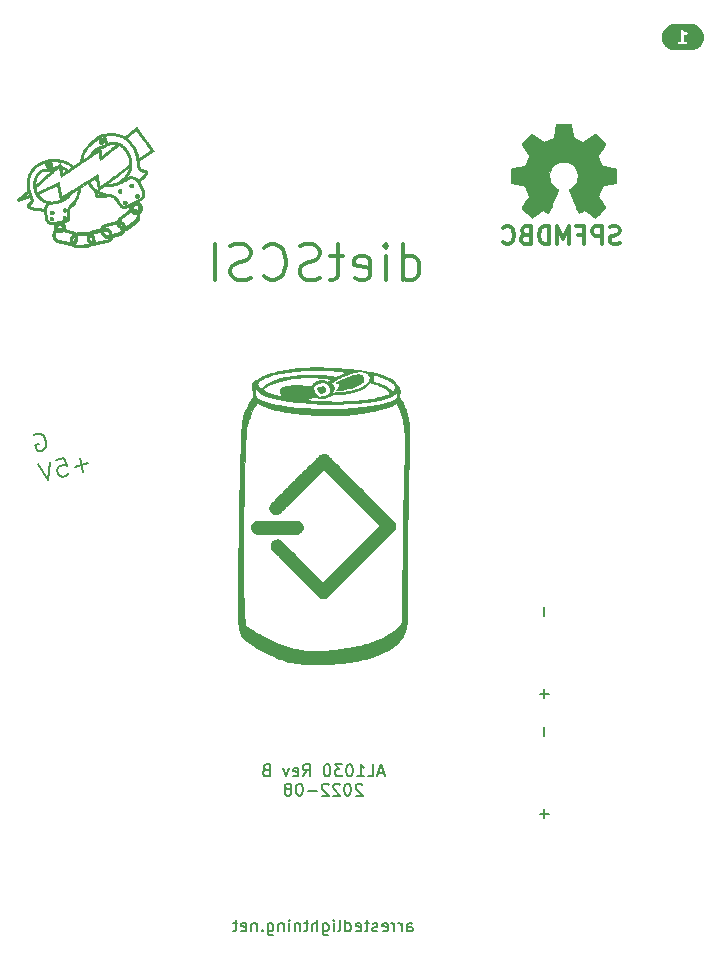
<source format=gbo>
%TF.GenerationSoftware,KiCad,Pcbnew,5.1.12-84ad8e8a86~92~ubuntu20.04.1*%
%TF.CreationDate,2022-08-13T14:28:54-05:00*%
%TF.ProjectId,dietSCSI,64696574-5343-4534-992e-6b696361645f,rev?*%
%TF.SameCoordinates,Original*%
%TF.FileFunction,Legend,Bot*%
%TF.FilePolarity,Positive*%
%FSLAX46Y46*%
G04 Gerber Fmt 4.6, Leading zero omitted, Abs format (unit mm)*
G04 Created by KiCad (PCBNEW 5.1.12-84ad8e8a86~92~ubuntu20.04.1) date 2022-08-13 14:28:54*
%MOMM*%
%LPD*%
G01*
G04 APERTURE LIST*
%ADD10C,0.150000*%
%ADD11C,0.300000*%
%ADD12C,0.010000*%
G04 APERTURE END LIST*
D10*
X112985370Y-55933818D02*
X113106704Y-55829951D01*
X113314625Y-55778111D01*
X113539825Y-55795577D01*
X113712999Y-55899631D01*
X113816866Y-56020964D01*
X113955294Y-56280912D01*
X114007134Y-56488832D01*
X114006948Y-56783340D01*
X113972201Y-56939233D01*
X113868148Y-57112407D01*
X113677507Y-57233555D01*
X113538894Y-57268115D01*
X113313693Y-57250648D01*
X113227106Y-57198622D01*
X113106145Y-56713474D01*
X113383372Y-56644353D01*
X117545204Y-58303896D02*
X116436295Y-58580378D01*
X117128991Y-58996592D02*
X116852509Y-57887682D01*
X114825516Y-58024992D02*
X115518585Y-57852191D01*
X115760693Y-58527979D01*
X115674106Y-58475952D01*
X115518212Y-58441206D01*
X115171678Y-58527606D01*
X115050344Y-58631473D01*
X114998318Y-58718060D01*
X114963571Y-58873954D01*
X115049972Y-59220488D01*
X115153839Y-59341822D01*
X115240426Y-59393849D01*
X115396320Y-59428595D01*
X115742854Y-59342195D01*
X115864187Y-59238327D01*
X115916214Y-59151741D01*
X114340369Y-58145953D02*
X114218104Y-59722358D01*
X113370073Y-58387875D01*
X156189928Y-87585547D02*
X156189928Y-88347452D01*
X156570880Y-87966500D02*
X155808976Y-87966500D01*
X156189928Y-77435547D02*
X156189928Y-78197452D01*
X156570880Y-77816500D02*
X155808976Y-77816500D01*
X156182071Y-71197452D02*
X156182071Y-70435547D01*
X156182071Y-81347452D02*
X156182071Y-80585547D01*
D11*
X162586371Y-39659642D02*
X162372085Y-39731071D01*
X162014942Y-39731071D01*
X161872085Y-39659642D01*
X161800657Y-39588214D01*
X161729228Y-39445357D01*
X161729228Y-39302500D01*
X161800657Y-39159642D01*
X161872085Y-39088214D01*
X162014942Y-39016785D01*
X162300657Y-38945357D01*
X162443514Y-38873928D01*
X162514942Y-38802500D01*
X162586371Y-38659642D01*
X162586371Y-38516785D01*
X162514942Y-38373928D01*
X162443514Y-38302500D01*
X162300657Y-38231071D01*
X161943514Y-38231071D01*
X161729228Y-38302500D01*
X161086371Y-39731071D02*
X161086371Y-38231071D01*
X160514942Y-38231071D01*
X160372085Y-38302500D01*
X160300657Y-38373928D01*
X160229228Y-38516785D01*
X160229228Y-38731071D01*
X160300657Y-38873928D01*
X160372085Y-38945357D01*
X160514942Y-39016785D01*
X161086371Y-39016785D01*
X159086371Y-38945357D02*
X159586371Y-38945357D01*
X159586371Y-39731071D02*
X159586371Y-38231071D01*
X158872085Y-38231071D01*
X158300657Y-39731071D02*
X158300657Y-38231071D01*
X157800657Y-39302500D01*
X157300657Y-38231071D01*
X157300657Y-39731071D01*
X156586371Y-39731071D02*
X156586371Y-38231071D01*
X156229228Y-38231071D01*
X156014942Y-38302500D01*
X155872085Y-38445357D01*
X155800657Y-38588214D01*
X155729228Y-38873928D01*
X155729228Y-39088214D01*
X155800657Y-39373928D01*
X155872085Y-39516785D01*
X156014942Y-39659642D01*
X156229228Y-39731071D01*
X156586371Y-39731071D01*
X154586371Y-38945357D02*
X154372085Y-39016785D01*
X154300657Y-39088214D01*
X154229228Y-39231071D01*
X154229228Y-39445357D01*
X154300657Y-39588214D01*
X154372085Y-39659642D01*
X154514942Y-39731071D01*
X155086371Y-39731071D01*
X155086371Y-38231071D01*
X154586371Y-38231071D01*
X154443514Y-38302500D01*
X154372085Y-38373928D01*
X154300657Y-38516785D01*
X154300657Y-38659642D01*
X154372085Y-38802500D01*
X154443514Y-38873928D01*
X154586371Y-38945357D01*
X155086371Y-38945357D01*
X152729228Y-39588214D02*
X152800657Y-39659642D01*
X153014942Y-39731071D01*
X153157800Y-39731071D01*
X153372085Y-39659642D01*
X153514942Y-39516785D01*
X153586371Y-39373928D01*
X153657800Y-39088214D01*
X153657800Y-38873928D01*
X153586371Y-38588214D01*
X153514942Y-38445357D01*
X153372085Y-38302500D01*
X153157800Y-38231071D01*
X153014942Y-38231071D01*
X152800657Y-38302500D01*
X152729228Y-38373928D01*
D10*
X142619047Y-84495166D02*
X142142857Y-84495166D01*
X142714285Y-84780880D02*
X142380952Y-83780880D01*
X142047619Y-84780880D01*
X141238095Y-84780880D02*
X141714285Y-84780880D01*
X141714285Y-83780880D01*
X140380952Y-84780880D02*
X140952380Y-84780880D01*
X140666666Y-84780880D02*
X140666666Y-83780880D01*
X140761904Y-83923738D01*
X140857142Y-84018976D01*
X140952380Y-84066595D01*
X139761904Y-83780880D02*
X139666666Y-83780880D01*
X139571428Y-83828500D01*
X139523809Y-83876119D01*
X139476190Y-83971357D01*
X139428571Y-84161833D01*
X139428571Y-84399928D01*
X139476190Y-84590404D01*
X139523809Y-84685642D01*
X139571428Y-84733261D01*
X139666666Y-84780880D01*
X139761904Y-84780880D01*
X139857142Y-84733261D01*
X139904761Y-84685642D01*
X139952380Y-84590404D01*
X140000000Y-84399928D01*
X140000000Y-84161833D01*
X139952380Y-83971357D01*
X139904761Y-83876119D01*
X139857142Y-83828500D01*
X139761904Y-83780880D01*
X139095238Y-83780880D02*
X138476190Y-83780880D01*
X138809523Y-84161833D01*
X138666666Y-84161833D01*
X138571428Y-84209452D01*
X138523809Y-84257071D01*
X138476190Y-84352309D01*
X138476190Y-84590404D01*
X138523809Y-84685642D01*
X138571428Y-84733261D01*
X138666666Y-84780880D01*
X138952380Y-84780880D01*
X139047619Y-84733261D01*
X139095238Y-84685642D01*
X137857142Y-83780880D02*
X137761904Y-83780880D01*
X137666666Y-83828500D01*
X137619047Y-83876119D01*
X137571428Y-83971357D01*
X137523809Y-84161833D01*
X137523809Y-84399928D01*
X137571428Y-84590404D01*
X137619047Y-84685642D01*
X137666666Y-84733261D01*
X137761904Y-84780880D01*
X137857142Y-84780880D01*
X137952380Y-84733261D01*
X138000000Y-84685642D01*
X138047619Y-84590404D01*
X138095238Y-84399928D01*
X138095238Y-84161833D01*
X138047619Y-83971357D01*
X138000000Y-83876119D01*
X137952380Y-83828500D01*
X137857142Y-83780880D01*
X135761904Y-84780880D02*
X136095238Y-84304690D01*
X136333333Y-84780880D02*
X136333333Y-83780880D01*
X135952380Y-83780880D01*
X135857142Y-83828500D01*
X135809523Y-83876119D01*
X135761904Y-83971357D01*
X135761904Y-84114214D01*
X135809523Y-84209452D01*
X135857142Y-84257071D01*
X135952380Y-84304690D01*
X136333333Y-84304690D01*
X134952380Y-84733261D02*
X135047619Y-84780880D01*
X135238095Y-84780880D01*
X135333333Y-84733261D01*
X135380952Y-84638023D01*
X135380952Y-84257071D01*
X135333333Y-84161833D01*
X135238095Y-84114214D01*
X135047619Y-84114214D01*
X134952380Y-84161833D01*
X134904761Y-84257071D01*
X134904761Y-84352309D01*
X135380952Y-84447547D01*
X134571428Y-84114214D02*
X134333333Y-84780880D01*
X134095238Y-84114214D01*
X132619047Y-84257071D02*
X132476190Y-84304690D01*
X132428571Y-84352309D01*
X132380952Y-84447547D01*
X132380952Y-84590404D01*
X132428571Y-84685642D01*
X132476190Y-84733261D01*
X132571428Y-84780880D01*
X132952380Y-84780880D01*
X132952380Y-83780880D01*
X132619047Y-83780880D01*
X132523809Y-83828500D01*
X132476190Y-83876119D01*
X132428571Y-83971357D01*
X132428571Y-84066595D01*
X132476190Y-84161833D01*
X132523809Y-84209452D01*
X132619047Y-84257071D01*
X132952380Y-84257071D01*
X140785714Y-85526119D02*
X140738095Y-85478500D01*
X140642857Y-85430880D01*
X140404761Y-85430880D01*
X140309523Y-85478500D01*
X140261904Y-85526119D01*
X140214285Y-85621357D01*
X140214285Y-85716595D01*
X140261904Y-85859452D01*
X140833333Y-86430880D01*
X140214285Y-86430880D01*
X139595238Y-85430880D02*
X139500000Y-85430880D01*
X139404761Y-85478500D01*
X139357142Y-85526119D01*
X139309523Y-85621357D01*
X139261904Y-85811833D01*
X139261904Y-86049928D01*
X139309523Y-86240404D01*
X139357142Y-86335642D01*
X139404761Y-86383261D01*
X139500000Y-86430880D01*
X139595238Y-86430880D01*
X139690476Y-86383261D01*
X139738095Y-86335642D01*
X139785714Y-86240404D01*
X139833333Y-86049928D01*
X139833333Y-85811833D01*
X139785714Y-85621357D01*
X139738095Y-85526119D01*
X139690476Y-85478500D01*
X139595238Y-85430880D01*
X138880952Y-85526119D02*
X138833333Y-85478500D01*
X138738095Y-85430880D01*
X138500000Y-85430880D01*
X138404761Y-85478500D01*
X138357142Y-85526119D01*
X138309523Y-85621357D01*
X138309523Y-85716595D01*
X138357142Y-85859452D01*
X138928571Y-86430880D01*
X138309523Y-86430880D01*
X137928571Y-85526119D02*
X137880952Y-85478500D01*
X137785714Y-85430880D01*
X137547619Y-85430880D01*
X137452380Y-85478500D01*
X137404761Y-85526119D01*
X137357142Y-85621357D01*
X137357142Y-85716595D01*
X137404761Y-85859452D01*
X137976190Y-86430880D01*
X137357142Y-86430880D01*
X136928571Y-86049928D02*
X136166666Y-86049928D01*
X135500000Y-85430880D02*
X135404761Y-85430880D01*
X135309523Y-85478500D01*
X135261904Y-85526119D01*
X135214285Y-85621357D01*
X135166666Y-85811833D01*
X135166666Y-86049928D01*
X135214285Y-86240404D01*
X135261904Y-86335642D01*
X135309523Y-86383261D01*
X135404761Y-86430880D01*
X135500000Y-86430880D01*
X135595238Y-86383261D01*
X135642857Y-86335642D01*
X135690476Y-86240404D01*
X135738095Y-86049928D01*
X135738095Y-85811833D01*
X135690476Y-85621357D01*
X135642857Y-85526119D01*
X135595238Y-85478500D01*
X135500000Y-85430880D01*
X134595238Y-85859452D02*
X134690476Y-85811833D01*
X134738095Y-85764214D01*
X134785714Y-85668976D01*
X134785714Y-85621357D01*
X134738095Y-85526119D01*
X134690476Y-85478500D01*
X134595238Y-85430880D01*
X134404761Y-85430880D01*
X134309523Y-85478500D01*
X134261904Y-85526119D01*
X134214285Y-85621357D01*
X134214285Y-85668976D01*
X134261904Y-85764214D01*
X134309523Y-85811833D01*
X134404761Y-85859452D01*
X134595238Y-85859452D01*
X134690476Y-85907071D01*
X134738095Y-85954690D01*
X134785714Y-86049928D01*
X134785714Y-86240404D01*
X134738095Y-86335642D01*
X134690476Y-86383261D01*
X134595238Y-86430880D01*
X134404761Y-86430880D01*
X134309523Y-86383261D01*
X134261904Y-86335642D01*
X134214285Y-86240404D01*
X134214285Y-86049928D01*
X134261904Y-85954690D01*
X134309523Y-85907071D01*
X134404761Y-85859452D01*
X144595238Y-97924880D02*
X144595238Y-97401071D01*
X144642857Y-97305833D01*
X144738095Y-97258214D01*
X144928571Y-97258214D01*
X145023809Y-97305833D01*
X144595238Y-97877261D02*
X144690476Y-97924880D01*
X144928571Y-97924880D01*
X145023809Y-97877261D01*
X145071428Y-97782023D01*
X145071428Y-97686785D01*
X145023809Y-97591547D01*
X144928571Y-97543928D01*
X144690476Y-97543928D01*
X144595238Y-97496309D01*
X144119047Y-97924880D02*
X144119047Y-97258214D01*
X144119047Y-97448690D02*
X144071428Y-97353452D01*
X144023809Y-97305833D01*
X143928571Y-97258214D01*
X143833333Y-97258214D01*
X143500000Y-97924880D02*
X143500000Y-97258214D01*
X143500000Y-97448690D02*
X143452380Y-97353452D01*
X143404761Y-97305833D01*
X143309523Y-97258214D01*
X143214285Y-97258214D01*
X142500000Y-97877261D02*
X142595238Y-97924880D01*
X142785714Y-97924880D01*
X142880952Y-97877261D01*
X142928571Y-97782023D01*
X142928571Y-97401071D01*
X142880952Y-97305833D01*
X142785714Y-97258214D01*
X142595238Y-97258214D01*
X142500000Y-97305833D01*
X142452380Y-97401071D01*
X142452380Y-97496309D01*
X142928571Y-97591547D01*
X142071428Y-97877261D02*
X141976190Y-97924880D01*
X141785714Y-97924880D01*
X141690476Y-97877261D01*
X141642857Y-97782023D01*
X141642857Y-97734404D01*
X141690476Y-97639166D01*
X141785714Y-97591547D01*
X141928571Y-97591547D01*
X142023809Y-97543928D01*
X142071428Y-97448690D01*
X142071428Y-97401071D01*
X142023809Y-97305833D01*
X141928571Y-97258214D01*
X141785714Y-97258214D01*
X141690476Y-97305833D01*
X141357142Y-97258214D02*
X140976190Y-97258214D01*
X141214285Y-96924880D02*
X141214285Y-97782023D01*
X141166666Y-97877261D01*
X141071428Y-97924880D01*
X140976190Y-97924880D01*
X140261904Y-97877261D02*
X140357142Y-97924880D01*
X140547619Y-97924880D01*
X140642857Y-97877261D01*
X140690476Y-97782023D01*
X140690476Y-97401071D01*
X140642857Y-97305833D01*
X140547619Y-97258214D01*
X140357142Y-97258214D01*
X140261904Y-97305833D01*
X140214285Y-97401071D01*
X140214285Y-97496309D01*
X140690476Y-97591547D01*
X139357142Y-97924880D02*
X139357142Y-96924880D01*
X139357142Y-97877261D02*
X139452380Y-97924880D01*
X139642857Y-97924880D01*
X139738095Y-97877261D01*
X139785714Y-97829642D01*
X139833333Y-97734404D01*
X139833333Y-97448690D01*
X139785714Y-97353452D01*
X139738095Y-97305833D01*
X139642857Y-97258214D01*
X139452380Y-97258214D01*
X139357142Y-97305833D01*
X138738095Y-97924880D02*
X138833333Y-97877261D01*
X138880952Y-97782023D01*
X138880952Y-96924880D01*
X138357142Y-97924880D02*
X138357142Y-97258214D01*
X138357142Y-96924880D02*
X138404761Y-96972500D01*
X138357142Y-97020119D01*
X138309523Y-96972500D01*
X138357142Y-96924880D01*
X138357142Y-97020119D01*
X137452380Y-97258214D02*
X137452380Y-98067738D01*
X137500000Y-98162976D01*
X137547619Y-98210595D01*
X137642857Y-98258214D01*
X137785714Y-98258214D01*
X137880952Y-98210595D01*
X137452380Y-97877261D02*
X137547619Y-97924880D01*
X137738095Y-97924880D01*
X137833333Y-97877261D01*
X137880952Y-97829642D01*
X137928571Y-97734404D01*
X137928571Y-97448690D01*
X137880952Y-97353452D01*
X137833333Y-97305833D01*
X137738095Y-97258214D01*
X137547619Y-97258214D01*
X137452380Y-97305833D01*
X136976190Y-97924880D02*
X136976190Y-96924880D01*
X136547619Y-97924880D02*
X136547619Y-97401071D01*
X136595238Y-97305833D01*
X136690476Y-97258214D01*
X136833333Y-97258214D01*
X136928571Y-97305833D01*
X136976190Y-97353452D01*
X136214285Y-97258214D02*
X135833333Y-97258214D01*
X136071428Y-96924880D02*
X136071428Y-97782023D01*
X136023809Y-97877261D01*
X135928571Y-97924880D01*
X135833333Y-97924880D01*
X135500000Y-97258214D02*
X135500000Y-97924880D01*
X135500000Y-97353452D02*
X135452380Y-97305833D01*
X135357142Y-97258214D01*
X135214285Y-97258214D01*
X135119047Y-97305833D01*
X135071428Y-97401071D01*
X135071428Y-97924880D01*
X134595238Y-97924880D02*
X134595238Y-97258214D01*
X134595238Y-96924880D02*
X134642857Y-96972500D01*
X134595238Y-97020119D01*
X134547619Y-96972500D01*
X134595238Y-96924880D01*
X134595238Y-97020119D01*
X134119047Y-97258214D02*
X134119047Y-97924880D01*
X134119047Y-97353452D02*
X134071428Y-97305833D01*
X133976190Y-97258214D01*
X133833333Y-97258214D01*
X133738095Y-97305833D01*
X133690476Y-97401071D01*
X133690476Y-97924880D01*
X132785714Y-97258214D02*
X132785714Y-98067738D01*
X132833333Y-98162976D01*
X132880952Y-98210595D01*
X132976190Y-98258214D01*
X133119047Y-98258214D01*
X133214285Y-98210595D01*
X132785714Y-97877261D02*
X132880952Y-97924880D01*
X133071428Y-97924880D01*
X133166666Y-97877261D01*
X133214285Y-97829642D01*
X133261904Y-97734404D01*
X133261904Y-97448690D01*
X133214285Y-97353452D01*
X133166666Y-97305833D01*
X133071428Y-97258214D01*
X132880952Y-97258214D01*
X132785714Y-97305833D01*
X132309523Y-97829642D02*
X132261904Y-97877261D01*
X132309523Y-97924880D01*
X132357142Y-97877261D01*
X132309523Y-97829642D01*
X132309523Y-97924880D01*
X131833333Y-97258214D02*
X131833333Y-97924880D01*
X131833333Y-97353452D02*
X131785714Y-97305833D01*
X131690476Y-97258214D01*
X131547619Y-97258214D01*
X131452380Y-97305833D01*
X131404761Y-97401071D01*
X131404761Y-97924880D01*
X130547619Y-97877261D02*
X130642857Y-97924880D01*
X130833333Y-97924880D01*
X130928571Y-97877261D01*
X130976190Y-97782023D01*
X130976190Y-97401071D01*
X130928571Y-97305833D01*
X130833333Y-97258214D01*
X130642857Y-97258214D01*
X130547619Y-97305833D01*
X130500000Y-97401071D01*
X130500000Y-97496309D01*
X130976190Y-97591547D01*
X130214285Y-97258214D02*
X129833333Y-97258214D01*
X130071428Y-96924880D02*
X130071428Y-97782023D01*
X130023809Y-97877261D01*
X129928571Y-97924880D01*
X129833333Y-97924880D01*
D11*
X144191714Y-42759142D02*
X144191714Y-39759142D01*
X144191714Y-42616285D02*
X144477428Y-42759142D01*
X145048857Y-42759142D01*
X145334571Y-42616285D01*
X145477428Y-42473428D01*
X145620285Y-42187714D01*
X145620285Y-41330571D01*
X145477428Y-41044857D01*
X145334571Y-40902000D01*
X145048857Y-40759142D01*
X144477428Y-40759142D01*
X144191714Y-40902000D01*
X142763142Y-42759142D02*
X142763142Y-40759142D01*
X142763142Y-39759142D02*
X142906000Y-39902000D01*
X142763142Y-40044857D01*
X142620285Y-39902000D01*
X142763142Y-39759142D01*
X142763142Y-40044857D01*
X140191714Y-42616285D02*
X140477428Y-42759142D01*
X141048857Y-42759142D01*
X141334571Y-42616285D01*
X141477428Y-42330571D01*
X141477428Y-41187714D01*
X141334571Y-40902000D01*
X141048857Y-40759142D01*
X140477428Y-40759142D01*
X140191714Y-40902000D01*
X140048857Y-41187714D01*
X140048857Y-41473428D01*
X141477428Y-41759142D01*
X139191714Y-40759142D02*
X138048857Y-40759142D01*
X138763142Y-39759142D02*
X138763142Y-42330571D01*
X138620285Y-42616285D01*
X138334571Y-42759142D01*
X138048857Y-42759142D01*
X137191714Y-42616285D02*
X136763142Y-42759142D01*
X136048857Y-42759142D01*
X135763142Y-42616285D01*
X135620285Y-42473428D01*
X135477428Y-42187714D01*
X135477428Y-41902000D01*
X135620285Y-41616285D01*
X135763142Y-41473428D01*
X136048857Y-41330571D01*
X136620285Y-41187714D01*
X136906000Y-41044857D01*
X137048857Y-40902000D01*
X137191714Y-40616285D01*
X137191714Y-40330571D01*
X137048857Y-40044857D01*
X136906000Y-39902000D01*
X136620285Y-39759142D01*
X135906000Y-39759142D01*
X135477428Y-39902000D01*
X132477428Y-42473428D02*
X132620285Y-42616285D01*
X133048857Y-42759142D01*
X133334571Y-42759142D01*
X133763142Y-42616285D01*
X134048857Y-42330571D01*
X134191714Y-42044857D01*
X134334571Y-41473428D01*
X134334571Y-41044857D01*
X134191714Y-40473428D01*
X134048857Y-40187714D01*
X133763142Y-39902000D01*
X133334571Y-39759142D01*
X133048857Y-39759142D01*
X132620285Y-39902000D01*
X132477428Y-40044857D01*
X131334571Y-42616285D02*
X130906000Y-42759142D01*
X130191714Y-42759142D01*
X129906000Y-42616285D01*
X129763142Y-42473428D01*
X129620285Y-42187714D01*
X129620285Y-41902000D01*
X129763142Y-41616285D01*
X129906000Y-41473428D01*
X130191714Y-41330571D01*
X130763142Y-41187714D01*
X131048857Y-41044857D01*
X131191714Y-40902000D01*
X131334571Y-40616285D01*
X131334571Y-40330571D01*
X131191714Y-40044857D01*
X131048857Y-39902000D01*
X130763142Y-39759142D01*
X130048857Y-39759142D01*
X129620285Y-39902000D01*
X128334571Y-42759142D02*
X128334571Y-39759142D01*
D12*
%TO.C,REF\u002A\u002A*%
G36*
X157089064Y-30141127D02*
G01*
X156976482Y-30738318D01*
X156561069Y-30909565D01*
X156145655Y-31080812D01*
X155647298Y-30741933D01*
X155507731Y-30647577D01*
X155381571Y-30563330D01*
X155274704Y-30493038D01*
X155193017Y-30440547D01*
X155142398Y-30409704D01*
X155128613Y-30403053D01*
X155103779Y-30420158D01*
X155050711Y-30467444D01*
X154975359Y-30538872D01*
X154883670Y-30628400D01*
X154781592Y-30729989D01*
X154675073Y-30837598D01*
X154570063Y-30945187D01*
X154472508Y-31046715D01*
X154388357Y-31136141D01*
X154323559Y-31207426D01*
X154284062Y-31254528D01*
X154274619Y-31270292D01*
X154288208Y-31299353D01*
X154326306Y-31363021D01*
X154384906Y-31455067D01*
X154460002Y-31569264D01*
X154547591Y-31699384D01*
X154598345Y-31773601D01*
X154690854Y-31909122D01*
X154773059Y-32031416D01*
X154840969Y-32134395D01*
X154890599Y-32211973D01*
X154917959Y-32258061D01*
X154922070Y-32267747D01*
X154912750Y-32295274D01*
X154887345Y-32359428D01*
X154849688Y-32451190D01*
X154803613Y-32561539D01*
X154752953Y-32681455D01*
X154701540Y-32801919D01*
X154653210Y-32913909D01*
X154611793Y-33008407D01*
X154581125Y-33076392D01*
X154565038Y-33108843D01*
X154564088Y-33110120D01*
X154538827Y-33116317D01*
X154471554Y-33130140D01*
X154369239Y-33150232D01*
X154238858Y-33175234D01*
X154087383Y-33203786D01*
X153999006Y-33220251D01*
X153837147Y-33251069D01*
X153690950Y-33280394D01*
X153567812Y-33306621D01*
X153475130Y-33328146D01*
X153420298Y-33343365D01*
X153409276Y-33348193D01*
X153398481Y-33380874D01*
X153389770Y-33454685D01*
X153383139Y-33560992D01*
X153378581Y-33691167D01*
X153376090Y-33836576D01*
X153375661Y-33988590D01*
X153377288Y-34138577D01*
X153380964Y-34277906D01*
X153386684Y-34397945D01*
X153394442Y-34490065D01*
X153404231Y-34545632D01*
X153410103Y-34557200D01*
X153445200Y-34571065D01*
X153519571Y-34590888D01*
X153623376Y-34614339D01*
X153746780Y-34639091D01*
X153789858Y-34647098D01*
X153997552Y-34685141D01*
X154161615Y-34715779D01*
X154287469Y-34740229D01*
X154380534Y-34759709D01*
X154446232Y-34775436D01*
X154489982Y-34788628D01*
X154517207Y-34800504D01*
X154533327Y-34812280D01*
X154535582Y-34814608D01*
X154558096Y-34852100D01*
X154592441Y-34925065D01*
X154635188Y-35024567D01*
X154682907Y-35141673D01*
X154732169Y-35267448D01*
X154779544Y-35392957D01*
X154821604Y-35509265D01*
X154854919Y-35607439D01*
X154876058Y-35678543D01*
X154881594Y-35713642D01*
X154881133Y-35714872D01*
X154862376Y-35743561D01*
X154819823Y-35806685D01*
X154757946Y-35897673D01*
X154681217Y-36009955D01*
X154594108Y-36136960D01*
X154569301Y-36173053D01*
X154480847Y-36303903D01*
X154403011Y-36423291D01*
X154340033Y-36524362D01*
X154296154Y-36600259D01*
X154275614Y-36644127D01*
X154274619Y-36649517D01*
X154291877Y-36677844D01*
X154339564Y-36733961D01*
X154411549Y-36811837D01*
X154501702Y-36905440D01*
X154603894Y-37008741D01*
X154711994Y-37115706D01*
X154819871Y-37220306D01*
X154921395Y-37316509D01*
X155010437Y-37398284D01*
X155080866Y-37459600D01*
X155126552Y-37494426D01*
X155139190Y-37500112D01*
X155168608Y-37486720D01*
X155228838Y-37450599D01*
X155310070Y-37397836D01*
X155372569Y-37355367D01*
X155485814Y-37277440D01*
X155619925Y-37185684D01*
X155754444Y-37094075D01*
X155826766Y-37045046D01*
X156071561Y-36879470D01*
X156277049Y-36990575D01*
X156370663Y-37039248D01*
X156450269Y-37077081D01*
X156504132Y-37098658D01*
X156517842Y-37101661D01*
X156534329Y-37079493D01*
X156566854Y-37016849D01*
X156612991Y-36919509D01*
X156670309Y-36793249D01*
X156736383Y-36643850D01*
X156808784Y-36477088D01*
X156885083Y-36298742D01*
X156962853Y-36114591D01*
X157039665Y-35930412D01*
X157113093Y-35751985D01*
X157180707Y-35585087D01*
X157240079Y-35435497D01*
X157288783Y-35308993D01*
X157324389Y-35211354D01*
X157344469Y-35148357D01*
X157347699Y-35126721D01*
X157322103Y-35099124D01*
X157266061Y-35054325D01*
X157191288Y-35001634D01*
X157185012Y-34997465D01*
X156991754Y-34842769D01*
X156835925Y-34662291D01*
X156718875Y-34461802D01*
X156641954Y-34247074D01*
X156606513Y-34023877D01*
X156613902Y-33797981D01*
X156665472Y-33575159D01*
X156762573Y-33361179D01*
X156791141Y-33314364D01*
X156939731Y-33125318D01*
X157115272Y-32973512D01*
X157311689Y-32859734D01*
X157522906Y-32784775D01*
X157742846Y-32749422D01*
X157965436Y-32754467D01*
X158184598Y-32800699D01*
X158394257Y-32888906D01*
X158588338Y-33019879D01*
X158648373Y-33073037D01*
X158801164Y-33239439D01*
X158912502Y-33414612D01*
X158988876Y-33610966D01*
X159031412Y-33805417D01*
X159041913Y-34024042D01*
X159006899Y-34243752D01*
X158929926Y-34457120D01*
X158814552Y-34656722D01*
X158664334Y-34835129D01*
X158482826Y-34984917D01*
X158458972Y-35000706D01*
X158383398Y-35052412D01*
X158325948Y-35097212D01*
X158298482Y-35125817D01*
X158298082Y-35126721D01*
X158303979Y-35157664D01*
X158327354Y-35227891D01*
X158365778Y-35331625D01*
X158416822Y-35463090D01*
X158478057Y-35616507D01*
X158547055Y-35786101D01*
X158621386Y-35966093D01*
X158698621Y-36150708D01*
X158776331Y-36334168D01*
X158852088Y-36510696D01*
X158923462Y-36674514D01*
X158988025Y-36819847D01*
X159043347Y-36940917D01*
X159086999Y-37031947D01*
X159116553Y-37087160D01*
X159128455Y-37101661D01*
X159164822Y-37090369D01*
X159232869Y-37060085D01*
X159320863Y-37016220D01*
X159369249Y-36990575D01*
X159574736Y-36879470D01*
X159819531Y-37045046D01*
X159944493Y-37129870D01*
X160081304Y-37223216D01*
X160209511Y-37311108D01*
X160273728Y-37355367D01*
X160364048Y-37416018D01*
X160440528Y-37464081D01*
X160493192Y-37493470D01*
X160510297Y-37499682D01*
X160535194Y-37482923D01*
X160590294Y-37436136D01*
X160670256Y-37364180D01*
X160769739Y-37271912D01*
X160883399Y-37164190D01*
X160955284Y-37095026D01*
X161081048Y-36971457D01*
X161189736Y-36860934D01*
X161276954Y-36768185D01*
X161338310Y-36697937D01*
X161369408Y-36654920D01*
X161372391Y-36646190D01*
X161358546Y-36612984D01*
X161320287Y-36545842D01*
X161261858Y-36451563D01*
X161187502Y-36336945D01*
X161101464Y-36208783D01*
X161076997Y-36173053D01*
X160987845Y-36043189D01*
X160907861Y-35926269D01*
X160841519Y-35828862D01*
X160793288Y-35757539D01*
X160767642Y-35718870D01*
X160765164Y-35714872D01*
X160768870Y-35684055D01*
X160788538Y-35616299D01*
X160820739Y-35520539D01*
X160862044Y-35405709D01*
X160909024Y-35280744D01*
X160958250Y-35154579D01*
X161006291Y-35036148D01*
X161049718Y-34934385D01*
X161085103Y-34858226D01*
X161109015Y-34816604D01*
X161110715Y-34814608D01*
X161125337Y-34802713D01*
X161150034Y-34790950D01*
X161190227Y-34778101D01*
X161251336Y-34762949D01*
X161338782Y-34744276D01*
X161457987Y-34720865D01*
X161614372Y-34691497D01*
X161813356Y-34654955D01*
X161856439Y-34647098D01*
X161984129Y-34622427D01*
X162095446Y-34598293D01*
X162180554Y-34577024D01*
X162229616Y-34560948D01*
X162236194Y-34557200D01*
X162247035Y-34523973D01*
X162255846Y-34449721D01*
X162262623Y-34343076D01*
X162267359Y-34212667D01*
X162270049Y-34067127D01*
X162270686Y-33915086D01*
X162269265Y-33765176D01*
X162265779Y-33626028D01*
X162260223Y-33506272D01*
X162252591Y-33414541D01*
X162242877Y-33359466D01*
X162237021Y-33348193D01*
X162204419Y-33336823D01*
X162130181Y-33318324D01*
X162021703Y-33294302D01*
X161886382Y-33266362D01*
X161731614Y-33236108D01*
X161647292Y-33220251D01*
X161487303Y-33190344D01*
X161344632Y-33163250D01*
X161226251Y-33140331D01*
X161139134Y-33122943D01*
X161090254Y-33112447D01*
X161082209Y-33110120D01*
X161068612Y-33083886D01*
X161039870Y-33020695D01*
X160999814Y-32929577D01*
X160952275Y-32819557D01*
X160901084Y-32699665D01*
X160850073Y-32578927D01*
X160803073Y-32466371D01*
X160763915Y-32371026D01*
X160736430Y-32301917D01*
X160724450Y-32268074D01*
X160724227Y-32266595D01*
X160737808Y-32239897D01*
X160775884Y-32178460D01*
X160834452Y-32088389D01*
X160909511Y-31975790D01*
X160997059Y-31846770D01*
X161047952Y-31772661D01*
X161140690Y-31636777D01*
X161223058Y-31513409D01*
X161291038Y-31408797D01*
X161340611Y-31329183D01*
X161367757Y-31280807D01*
X161371678Y-31269962D01*
X161354824Y-31244720D01*
X161308231Y-31190824D01*
X161237851Y-31114313D01*
X161149634Y-31021223D01*
X161049534Y-30917595D01*
X160943501Y-30809464D01*
X160837488Y-30702870D01*
X160737447Y-30603850D01*
X160649329Y-30518442D01*
X160579086Y-30452685D01*
X160532671Y-30412616D01*
X160517143Y-30403053D01*
X160491860Y-30416500D01*
X160431388Y-30454275D01*
X160341607Y-30512535D01*
X160228396Y-30587434D01*
X160097636Y-30675125D01*
X159999000Y-30741933D01*
X159500642Y-31080812D01*
X159085229Y-30909565D01*
X158669815Y-30738318D01*
X158557233Y-30141127D01*
X158444650Y-29543935D01*
X157201647Y-29543935D01*
X157089064Y-30141127D01*
G37*
X157089064Y-30141127D02*
X156976482Y-30738318D01*
X156561069Y-30909565D01*
X156145655Y-31080812D01*
X155647298Y-30741933D01*
X155507731Y-30647577D01*
X155381571Y-30563330D01*
X155274704Y-30493038D01*
X155193017Y-30440547D01*
X155142398Y-30409704D01*
X155128613Y-30403053D01*
X155103779Y-30420158D01*
X155050711Y-30467444D01*
X154975359Y-30538872D01*
X154883670Y-30628400D01*
X154781592Y-30729989D01*
X154675073Y-30837598D01*
X154570063Y-30945187D01*
X154472508Y-31046715D01*
X154388357Y-31136141D01*
X154323559Y-31207426D01*
X154284062Y-31254528D01*
X154274619Y-31270292D01*
X154288208Y-31299353D01*
X154326306Y-31363021D01*
X154384906Y-31455067D01*
X154460002Y-31569264D01*
X154547591Y-31699384D01*
X154598345Y-31773601D01*
X154690854Y-31909122D01*
X154773059Y-32031416D01*
X154840969Y-32134395D01*
X154890599Y-32211973D01*
X154917959Y-32258061D01*
X154922070Y-32267747D01*
X154912750Y-32295274D01*
X154887345Y-32359428D01*
X154849688Y-32451190D01*
X154803613Y-32561539D01*
X154752953Y-32681455D01*
X154701540Y-32801919D01*
X154653210Y-32913909D01*
X154611793Y-33008407D01*
X154581125Y-33076392D01*
X154565038Y-33108843D01*
X154564088Y-33110120D01*
X154538827Y-33116317D01*
X154471554Y-33130140D01*
X154369239Y-33150232D01*
X154238858Y-33175234D01*
X154087383Y-33203786D01*
X153999006Y-33220251D01*
X153837147Y-33251069D01*
X153690950Y-33280394D01*
X153567812Y-33306621D01*
X153475130Y-33328146D01*
X153420298Y-33343365D01*
X153409276Y-33348193D01*
X153398481Y-33380874D01*
X153389770Y-33454685D01*
X153383139Y-33560992D01*
X153378581Y-33691167D01*
X153376090Y-33836576D01*
X153375661Y-33988590D01*
X153377288Y-34138577D01*
X153380964Y-34277906D01*
X153386684Y-34397945D01*
X153394442Y-34490065D01*
X153404231Y-34545632D01*
X153410103Y-34557200D01*
X153445200Y-34571065D01*
X153519571Y-34590888D01*
X153623376Y-34614339D01*
X153746780Y-34639091D01*
X153789858Y-34647098D01*
X153997552Y-34685141D01*
X154161615Y-34715779D01*
X154287469Y-34740229D01*
X154380534Y-34759709D01*
X154446232Y-34775436D01*
X154489982Y-34788628D01*
X154517207Y-34800504D01*
X154533327Y-34812280D01*
X154535582Y-34814608D01*
X154558096Y-34852100D01*
X154592441Y-34925065D01*
X154635188Y-35024567D01*
X154682907Y-35141673D01*
X154732169Y-35267448D01*
X154779544Y-35392957D01*
X154821604Y-35509265D01*
X154854919Y-35607439D01*
X154876058Y-35678543D01*
X154881594Y-35713642D01*
X154881133Y-35714872D01*
X154862376Y-35743561D01*
X154819823Y-35806685D01*
X154757946Y-35897673D01*
X154681217Y-36009955D01*
X154594108Y-36136960D01*
X154569301Y-36173053D01*
X154480847Y-36303903D01*
X154403011Y-36423291D01*
X154340033Y-36524362D01*
X154296154Y-36600259D01*
X154275614Y-36644127D01*
X154274619Y-36649517D01*
X154291877Y-36677844D01*
X154339564Y-36733961D01*
X154411549Y-36811837D01*
X154501702Y-36905440D01*
X154603894Y-37008741D01*
X154711994Y-37115706D01*
X154819871Y-37220306D01*
X154921395Y-37316509D01*
X155010437Y-37398284D01*
X155080866Y-37459600D01*
X155126552Y-37494426D01*
X155139190Y-37500112D01*
X155168608Y-37486720D01*
X155228838Y-37450599D01*
X155310070Y-37397836D01*
X155372569Y-37355367D01*
X155485814Y-37277440D01*
X155619925Y-37185684D01*
X155754444Y-37094075D01*
X155826766Y-37045046D01*
X156071561Y-36879470D01*
X156277049Y-36990575D01*
X156370663Y-37039248D01*
X156450269Y-37077081D01*
X156504132Y-37098658D01*
X156517842Y-37101661D01*
X156534329Y-37079493D01*
X156566854Y-37016849D01*
X156612991Y-36919509D01*
X156670309Y-36793249D01*
X156736383Y-36643850D01*
X156808784Y-36477088D01*
X156885083Y-36298742D01*
X156962853Y-36114591D01*
X157039665Y-35930412D01*
X157113093Y-35751985D01*
X157180707Y-35585087D01*
X157240079Y-35435497D01*
X157288783Y-35308993D01*
X157324389Y-35211354D01*
X157344469Y-35148357D01*
X157347699Y-35126721D01*
X157322103Y-35099124D01*
X157266061Y-35054325D01*
X157191288Y-35001634D01*
X157185012Y-34997465D01*
X156991754Y-34842769D01*
X156835925Y-34662291D01*
X156718875Y-34461802D01*
X156641954Y-34247074D01*
X156606513Y-34023877D01*
X156613902Y-33797981D01*
X156665472Y-33575159D01*
X156762573Y-33361179D01*
X156791141Y-33314364D01*
X156939731Y-33125318D01*
X157115272Y-32973512D01*
X157311689Y-32859734D01*
X157522906Y-32784775D01*
X157742846Y-32749422D01*
X157965436Y-32754467D01*
X158184598Y-32800699D01*
X158394257Y-32888906D01*
X158588338Y-33019879D01*
X158648373Y-33073037D01*
X158801164Y-33239439D01*
X158912502Y-33414612D01*
X158988876Y-33610966D01*
X159031412Y-33805417D01*
X159041913Y-34024042D01*
X159006899Y-34243752D01*
X158929926Y-34457120D01*
X158814552Y-34656722D01*
X158664334Y-34835129D01*
X158482826Y-34984917D01*
X158458972Y-35000706D01*
X158383398Y-35052412D01*
X158325948Y-35097212D01*
X158298482Y-35125817D01*
X158298082Y-35126721D01*
X158303979Y-35157664D01*
X158327354Y-35227891D01*
X158365778Y-35331625D01*
X158416822Y-35463090D01*
X158478057Y-35616507D01*
X158547055Y-35786101D01*
X158621386Y-35966093D01*
X158698621Y-36150708D01*
X158776331Y-36334168D01*
X158852088Y-36510696D01*
X158923462Y-36674514D01*
X158988025Y-36819847D01*
X159043347Y-36940917D01*
X159086999Y-37031947D01*
X159116553Y-37087160D01*
X159128455Y-37101661D01*
X159164822Y-37090369D01*
X159232869Y-37060085D01*
X159320863Y-37016220D01*
X159369249Y-36990575D01*
X159574736Y-36879470D01*
X159819531Y-37045046D01*
X159944493Y-37129870D01*
X160081304Y-37223216D01*
X160209511Y-37311108D01*
X160273728Y-37355367D01*
X160364048Y-37416018D01*
X160440528Y-37464081D01*
X160493192Y-37493470D01*
X160510297Y-37499682D01*
X160535194Y-37482923D01*
X160590294Y-37436136D01*
X160670256Y-37364180D01*
X160769739Y-37271912D01*
X160883399Y-37164190D01*
X160955284Y-37095026D01*
X161081048Y-36971457D01*
X161189736Y-36860934D01*
X161276954Y-36768185D01*
X161338310Y-36697937D01*
X161369408Y-36654920D01*
X161372391Y-36646190D01*
X161358546Y-36612984D01*
X161320287Y-36545842D01*
X161261858Y-36451563D01*
X161187502Y-36336945D01*
X161101464Y-36208783D01*
X161076997Y-36173053D01*
X160987845Y-36043189D01*
X160907861Y-35926269D01*
X160841519Y-35828862D01*
X160793288Y-35757539D01*
X160767642Y-35718870D01*
X160765164Y-35714872D01*
X160768870Y-35684055D01*
X160788538Y-35616299D01*
X160820739Y-35520539D01*
X160862044Y-35405709D01*
X160909024Y-35280744D01*
X160958250Y-35154579D01*
X161006291Y-35036148D01*
X161049718Y-34934385D01*
X161085103Y-34858226D01*
X161109015Y-34816604D01*
X161110715Y-34814608D01*
X161125337Y-34802713D01*
X161150034Y-34790950D01*
X161190227Y-34778101D01*
X161251336Y-34762949D01*
X161338782Y-34744276D01*
X161457987Y-34720865D01*
X161614372Y-34691497D01*
X161813356Y-34654955D01*
X161856439Y-34647098D01*
X161984129Y-34622427D01*
X162095446Y-34598293D01*
X162180554Y-34577024D01*
X162229616Y-34560948D01*
X162236194Y-34557200D01*
X162247035Y-34523973D01*
X162255846Y-34449721D01*
X162262623Y-34343076D01*
X162267359Y-34212667D01*
X162270049Y-34067127D01*
X162270686Y-33915086D01*
X162269265Y-33765176D01*
X162265779Y-33626028D01*
X162260223Y-33506272D01*
X162252591Y-33414541D01*
X162242877Y-33359466D01*
X162237021Y-33348193D01*
X162204419Y-33336823D01*
X162130181Y-33318324D01*
X162021703Y-33294302D01*
X161886382Y-33266362D01*
X161731614Y-33236108D01*
X161647292Y-33220251D01*
X161487303Y-33190344D01*
X161344632Y-33163250D01*
X161226251Y-33140331D01*
X161139134Y-33122943D01*
X161090254Y-33112447D01*
X161082209Y-33110120D01*
X161068612Y-33083886D01*
X161039870Y-33020695D01*
X160999814Y-32929577D01*
X160952275Y-32819557D01*
X160901084Y-32699665D01*
X160850073Y-32578927D01*
X160803073Y-32466371D01*
X160763915Y-32371026D01*
X160736430Y-32301917D01*
X160724450Y-32268074D01*
X160724227Y-32266595D01*
X160737808Y-32239897D01*
X160775884Y-32178460D01*
X160834452Y-32088389D01*
X160909511Y-31975790D01*
X160997059Y-31846770D01*
X161047952Y-31772661D01*
X161140690Y-31636777D01*
X161223058Y-31513409D01*
X161291038Y-31408797D01*
X161340611Y-31329183D01*
X161367757Y-31280807D01*
X161371678Y-31269962D01*
X161354824Y-31244720D01*
X161308231Y-31190824D01*
X161237851Y-31114313D01*
X161149634Y-31021223D01*
X161049534Y-30917595D01*
X160943501Y-30809464D01*
X160837488Y-30702870D01*
X160737447Y-30603850D01*
X160649329Y-30518442D01*
X160579086Y-30452685D01*
X160532671Y-30412616D01*
X160517143Y-30403053D01*
X160491860Y-30416500D01*
X160431388Y-30454275D01*
X160341607Y-30512535D01*
X160228396Y-30587434D01*
X160097636Y-30675125D01*
X159999000Y-30741933D01*
X159500642Y-31080812D01*
X159085229Y-30909565D01*
X158669815Y-30738318D01*
X158557233Y-30141127D01*
X158444650Y-29543935D01*
X157201647Y-29543935D01*
X157089064Y-30141127D01*
G36*
X114458306Y-36911775D02*
G01*
X114429551Y-36922804D01*
X114403635Y-36939310D01*
X114381357Y-36960702D01*
X114363511Y-36986393D01*
X114350897Y-37015793D01*
X114345615Y-37038209D01*
X114344165Y-37069259D01*
X114349373Y-37100033D01*
X114360690Y-37129401D01*
X114377567Y-37156236D01*
X114399455Y-37179407D01*
X114422251Y-37195770D01*
X114444334Y-37205882D01*
X114469335Y-37212750D01*
X114494640Y-37215896D01*
X114517634Y-37214838D01*
X114521808Y-37214062D01*
X114555582Y-37203524D01*
X114584960Y-37187586D01*
X114609519Y-37166619D01*
X114628837Y-37140994D01*
X114642492Y-37111084D01*
X114643878Y-37106740D01*
X114650007Y-37074930D01*
X114649459Y-37043548D01*
X114642754Y-37013437D01*
X114630416Y-36985439D01*
X114612965Y-36960397D01*
X114590923Y-36939154D01*
X114564813Y-36922552D01*
X114535155Y-36911434D01*
X114521146Y-36908501D01*
X114489103Y-36906811D01*
X114458306Y-36911775D01*
G37*
X114458306Y-36911775D02*
X114429551Y-36922804D01*
X114403635Y-36939310D01*
X114381357Y-36960702D01*
X114363511Y-36986393D01*
X114350897Y-37015793D01*
X114345615Y-37038209D01*
X114344165Y-37069259D01*
X114349373Y-37100033D01*
X114360690Y-37129401D01*
X114377567Y-37156236D01*
X114399455Y-37179407D01*
X114422251Y-37195770D01*
X114444334Y-37205882D01*
X114469335Y-37212750D01*
X114494640Y-37215896D01*
X114517634Y-37214838D01*
X114521808Y-37214062D01*
X114555582Y-37203524D01*
X114584960Y-37187586D01*
X114609519Y-37166619D01*
X114628837Y-37140994D01*
X114642492Y-37111084D01*
X114643878Y-37106740D01*
X114650007Y-37074930D01*
X114649459Y-37043548D01*
X114642754Y-37013437D01*
X114630416Y-36985439D01*
X114612965Y-36960397D01*
X114590923Y-36939154D01*
X114564813Y-36922552D01*
X114535155Y-36911434D01*
X114521146Y-36908501D01*
X114489103Y-36906811D01*
X114458306Y-36911775D01*
G36*
X121656229Y-29833109D02*
G01*
X121653317Y-29835268D01*
X121648345Y-29839205D01*
X121640999Y-29845182D01*
X121630968Y-29853460D01*
X121617938Y-29864302D01*
X121601597Y-29877968D01*
X121581633Y-29894721D01*
X121557733Y-29914821D01*
X121529584Y-29938530D01*
X121496874Y-29966109D01*
X121459290Y-29997821D01*
X121416519Y-30033926D01*
X121410651Y-30038881D01*
X121395693Y-30051504D01*
X121375678Y-30068385D01*
X121351101Y-30089106D01*
X121322455Y-30113252D01*
X121290235Y-30140406D01*
X121254935Y-30170151D01*
X121217051Y-30202071D01*
X121177075Y-30235748D01*
X121135503Y-30270767D01*
X121092830Y-30306712D01*
X121049548Y-30343164D01*
X121007879Y-30378255D01*
X120966470Y-30413130D01*
X120926531Y-30446771D01*
X120888425Y-30478875D01*
X120852510Y-30509138D01*
X120819148Y-30537257D01*
X120788699Y-30562927D01*
X120761523Y-30585844D01*
X120737980Y-30605705D01*
X120718432Y-30622206D01*
X120703237Y-30635043D01*
X120692758Y-30643912D01*
X120687353Y-30648510D01*
X120686751Y-30649032D01*
X120683547Y-30651498D01*
X120680070Y-30652458D01*
X120675145Y-30651493D01*
X120667596Y-30648187D01*
X120656248Y-30642123D01*
X120639927Y-30632884D01*
X120637765Y-30631649D01*
X120606360Y-30614370D01*
X120569930Y-30595446D01*
X120530265Y-30575730D01*
X120489153Y-30556079D01*
X120448382Y-30537346D01*
X120409742Y-30520386D01*
X120375020Y-30506055D01*
X120374694Y-30505926D01*
X120280391Y-30470845D01*
X120186430Y-30440451D01*
X120091638Y-30414475D01*
X119994842Y-30392651D01*
X119894867Y-30374709D01*
X119790540Y-30360383D01*
X119694337Y-30350565D01*
X119672944Y-30349133D01*
X119645510Y-30347964D01*
X119613244Y-30347061D01*
X119577356Y-30346421D01*
X119539057Y-30346046D01*
X119499556Y-30345934D01*
X119460064Y-30346087D01*
X119421791Y-30346505D01*
X119385947Y-30347186D01*
X119353743Y-30348131D01*
X119326389Y-30349341D01*
X119307894Y-30350573D01*
X119189370Y-30362266D01*
X119075385Y-30377461D01*
X118963984Y-30396427D01*
X118941408Y-30400782D01*
X118876094Y-30413629D01*
X118852251Y-30406005D01*
X118818239Y-30398892D01*
X118783120Y-30398935D01*
X118746941Y-30406125D01*
X118709750Y-30420452D01*
X118674734Y-30439895D01*
X118655024Y-30451575D01*
X118637252Y-30459937D01*
X118617943Y-30466499D01*
X118606888Y-30469512D01*
X118537320Y-30490125D01*
X118473447Y-30514811D01*
X118414713Y-30543959D01*
X118360558Y-30577960D01*
X118310425Y-30617203D01*
X118263758Y-30662078D01*
X118219997Y-30712975D01*
X118180339Y-30767661D01*
X118173197Y-30778043D01*
X118166593Y-30786702D01*
X118159504Y-30794571D01*
X118150902Y-30802580D01*
X118139763Y-30811659D01*
X118125061Y-30822741D01*
X118105771Y-30836756D01*
X118098414Y-30842047D01*
X117973609Y-30934831D01*
X117855923Y-31028802D01*
X117745304Y-31124016D01*
X117641705Y-31220527D01*
X117545074Y-31318390D01*
X117455362Y-31417659D01*
X117372519Y-31518388D01*
X117296496Y-31620633D01*
X117227242Y-31724448D01*
X117164708Y-31829887D01*
X117121466Y-31911495D01*
X117073197Y-32013870D01*
X117031389Y-32116491D01*
X116995833Y-32220135D01*
X116966319Y-32325574D01*
X116942639Y-32433583D01*
X116924580Y-32544937D01*
X116911936Y-32660411D01*
X116909216Y-32695266D01*
X116907022Y-32726109D01*
X116882815Y-32742601D01*
X116875863Y-32747306D01*
X116863420Y-32755691D01*
X116846022Y-32767398D01*
X116824206Y-32782064D01*
X116798508Y-32799331D01*
X116769464Y-32818838D01*
X116737610Y-32840224D01*
X116703484Y-32863129D01*
X116667621Y-32887193D01*
X116633637Y-32909991D01*
X116595673Y-32935460D01*
X116558221Y-32960596D01*
X116521909Y-32984976D01*
X116487367Y-33008177D01*
X116455225Y-33029776D01*
X116426112Y-33049350D01*
X116400656Y-33066476D01*
X116379488Y-33080731D01*
X116363237Y-33091692D01*
X116354506Y-33097597D01*
X116300347Y-33134307D01*
X116254720Y-33089743D01*
X116189915Y-33029018D01*
X116125693Y-32974251D01*
X116060626Y-32924430D01*
X115993289Y-32878541D01*
X115922252Y-32835568D01*
X115846091Y-32794500D01*
X115822651Y-32782706D01*
X115735813Y-32742330D01*
X115646854Y-32706330D01*
X115555272Y-32674594D01*
X115460567Y-32647007D01*
X115362237Y-32623458D01*
X115259782Y-32603832D01*
X115152702Y-32588018D01*
X115040494Y-32575901D01*
X114922658Y-32567368D01*
X114854686Y-32564139D01*
X114809007Y-32562872D01*
X114757962Y-32562367D01*
X114703399Y-32562588D01*
X114647163Y-32563496D01*
X114591103Y-32565056D01*
X114537065Y-32567229D01*
X114486896Y-32569980D01*
X114456494Y-32572118D01*
X114430186Y-32574039D01*
X114407781Y-32575308D01*
X114387208Y-32575946D01*
X114366395Y-32575977D01*
X114343271Y-32575421D01*
X114315765Y-32574300D01*
X114303786Y-32573734D01*
X114275847Y-32572680D01*
X114252573Y-32572586D01*
X114231428Y-32573525D01*
X114209874Y-32575570D01*
X114200372Y-32576741D01*
X114179318Y-32579054D01*
X114153989Y-32581202D01*
X114127366Y-32582966D01*
X114102432Y-32584123D01*
X114099079Y-32584230D01*
X114061035Y-32586425D01*
X114028947Y-32590806D01*
X114001753Y-32597710D01*
X113978391Y-32607474D01*
X113957799Y-32620437D01*
X113941593Y-32634307D01*
X113934705Y-32640734D01*
X113928304Y-32645852D01*
X113921157Y-32650224D01*
X113912032Y-32654413D01*
X113899698Y-32658981D01*
X113882923Y-32664491D01*
X113860476Y-32671507D01*
X113859516Y-32671804D01*
X113733171Y-32714200D01*
X113612007Y-32761600D01*
X113495871Y-32814084D01*
X113384610Y-32871735D01*
X113278069Y-32934636D01*
X113176096Y-33002869D01*
X113078537Y-33076517D01*
X113027232Y-33118912D01*
X113007367Y-33136510D01*
X112983880Y-33158399D01*
X112957910Y-33183425D01*
X112930596Y-33210438D01*
X112903077Y-33238285D01*
X112876493Y-33265815D01*
X112851982Y-33291876D01*
X112830684Y-33315316D01*
X112814808Y-33333694D01*
X112757852Y-33404885D01*
X112706523Y-33475210D01*
X112659680Y-33546422D01*
X112616181Y-33620271D01*
X112574886Y-33698510D01*
X112567655Y-33713081D01*
X112520069Y-33817188D01*
X112479216Y-33922506D01*
X112444898Y-34029704D01*
X112416915Y-34139451D01*
X112395070Y-34252416D01*
X112383122Y-34335381D01*
X112378333Y-34376510D01*
X112374585Y-34415202D01*
X112371781Y-34453220D01*
X112369822Y-34492329D01*
X112368608Y-34534293D01*
X112368041Y-34580875D01*
X112367970Y-34605709D01*
X112370786Y-34725458D01*
X112379454Y-34842986D01*
X112394146Y-34959791D01*
X112415039Y-35077369D01*
X112432111Y-35155277D01*
X112441023Y-35193216D01*
X112429130Y-35204659D01*
X112425037Y-35208291D01*
X112415727Y-35216354D01*
X112401512Y-35228582D01*
X112382704Y-35244707D01*
X112359618Y-35264462D01*
X112332566Y-35287581D01*
X112301860Y-35313796D01*
X112267815Y-35342839D01*
X112230742Y-35374445D01*
X112190955Y-35408346D01*
X112148767Y-35444275D01*
X112104490Y-35481965D01*
X112058439Y-35521149D01*
X112010925Y-35561559D01*
X111999951Y-35570890D01*
X111952262Y-35611440D01*
X111906031Y-35650759D01*
X111861565Y-35688583D01*
X111819172Y-35724653D01*
X111779159Y-35758705D01*
X111741833Y-35790478D01*
X111707502Y-35819710D01*
X111676472Y-35846141D01*
X111649052Y-35869507D01*
X111625548Y-35889548D01*
X111606267Y-35906001D01*
X111591518Y-35918605D01*
X111581606Y-35927099D01*
X111576841Y-35931219D01*
X111576489Y-35931536D01*
X111574675Y-35933817D01*
X111574071Y-35936867D01*
X111575049Y-35941525D01*
X111577984Y-35948628D01*
X111583253Y-35959013D01*
X111591228Y-35973518D01*
X111602285Y-35992980D01*
X111609952Y-36006338D01*
X111621600Y-36026653D01*
X111632011Y-36044918D01*
X111640642Y-36060173D01*
X111646951Y-36071458D01*
X111650397Y-36077813D01*
X111650856Y-36078772D01*
X111654305Y-36077881D01*
X111664150Y-36074797D01*
X111679925Y-36069679D01*
X111701160Y-36062686D01*
X111727388Y-36053977D01*
X111758141Y-36043712D01*
X111792950Y-36032048D01*
X111831347Y-36019146D01*
X111872863Y-36005164D01*
X111917032Y-35990262D01*
X111963383Y-35974597D01*
X112011450Y-35958330D01*
X112060764Y-35941618D01*
X112110857Y-35924622D01*
X112161260Y-35907500D01*
X112211505Y-35890411D01*
X112261125Y-35873514D01*
X112309651Y-35856968D01*
X112356614Y-35840932D01*
X112401547Y-35825566D01*
X112443981Y-35811027D01*
X112483448Y-35797476D01*
X112519480Y-35785070D01*
X112551608Y-35773969D01*
X112579366Y-35764333D01*
X112602283Y-35756320D01*
X112619892Y-35750088D01*
X112631725Y-35745798D01*
X112634432Y-35744778D01*
X112636287Y-35744558D01*
X112638269Y-35745864D01*
X112640714Y-35749449D01*
X112643958Y-35756067D01*
X112648340Y-35766471D01*
X112654196Y-35781414D01*
X112661864Y-35801651D01*
X112671680Y-35827934D01*
X112671905Y-35828538D01*
X112689499Y-35879969D01*
X112702099Y-35926495D01*
X112709729Y-35968453D01*
X112712412Y-36006181D01*
X112710171Y-36040017D01*
X112703030Y-36070299D01*
X112691012Y-36097365D01*
X112690607Y-36098078D01*
X112683582Y-36109758D01*
X112675823Y-36121293D01*
X112666827Y-36133211D01*
X112656094Y-36146038D01*
X112643122Y-36160301D01*
X112627410Y-36176525D01*
X112608456Y-36195239D01*
X112585760Y-36216967D01*
X112558820Y-36242238D01*
X112527134Y-36271576D01*
X112513352Y-36284263D01*
X112491308Y-36304639D01*
X112469967Y-36324571D01*
X112450199Y-36343232D01*
X112432874Y-36359793D01*
X112418862Y-36373426D01*
X112409033Y-36383303D01*
X112406677Y-36385790D01*
X112384508Y-36414267D01*
X112369368Y-36443837D01*
X112361198Y-36474037D01*
X112359939Y-36504403D01*
X112365532Y-36534469D01*
X112377919Y-36563772D01*
X112397041Y-36591849D01*
X112422838Y-36618233D01*
X112437693Y-36630250D01*
X112467848Y-36650439D01*
X112504487Y-36670655D01*
X112546850Y-36690494D01*
X112565005Y-36698142D01*
X112580759Y-36704280D01*
X112602076Y-36712127D01*
X112628107Y-36721402D01*
X112658005Y-36731825D01*
X112690921Y-36743117D01*
X112726008Y-36754998D01*
X112762418Y-36767187D01*
X112799304Y-36779405D01*
X112835816Y-36791372D01*
X112871107Y-36802808D01*
X112904330Y-36813433D01*
X112934637Y-36822968D01*
X112961179Y-36831131D01*
X112983108Y-36837644D01*
X112999578Y-36842226D01*
X113006879Y-36844020D01*
X113032970Y-36849488D01*
X113059662Y-36854398D01*
X113087697Y-36858827D01*
X113117816Y-36862851D01*
X113150761Y-36866546D01*
X113187273Y-36869989D01*
X113228092Y-36873257D01*
X113273960Y-36876424D01*
X113325618Y-36879569D01*
X113382437Y-36882694D01*
X113421079Y-36884751D01*
X113453754Y-36886557D01*
X113481739Y-36888216D01*
X113506315Y-36889833D01*
X113528763Y-36891512D01*
X113550360Y-36893359D01*
X113572388Y-36895479D01*
X113596127Y-36897976D01*
X113622855Y-36900956D01*
X113653853Y-36904523D01*
X113665866Y-36905920D01*
X113691870Y-36908840D01*
X113718418Y-36911632D01*
X113743591Y-36914107D01*
X113765469Y-36916076D01*
X113782134Y-36917351D01*
X113782624Y-36917382D01*
X113822783Y-36919923D01*
X113825087Y-36947545D01*
X113829363Y-36985101D01*
X113836171Y-37027261D01*
X113845140Y-37071981D01*
X113855899Y-37117214D01*
X113856047Y-37117792D01*
X113863123Y-37146562D01*
X113869636Y-37176029D01*
X113875784Y-37207317D01*
X113881765Y-37241550D01*
X113887778Y-37279852D01*
X113894022Y-37323348D01*
X113899419Y-37363424D01*
X113907972Y-37425569D01*
X113916472Y-37481174D01*
X113925094Y-37530953D01*
X113934011Y-37575619D01*
X113943398Y-37615886D01*
X113953430Y-37652467D01*
X113964282Y-37686076D01*
X113976128Y-37717426D01*
X113989142Y-37747231D01*
X113997571Y-37764642D01*
X114028539Y-37818864D01*
X114064332Y-37867673D01*
X114104919Y-37911047D01*
X114150270Y-37948968D01*
X114200353Y-37981414D01*
X114255138Y-38008366D01*
X114314594Y-38029802D01*
X114378690Y-38045703D01*
X114437995Y-38054993D01*
X114465746Y-38057214D01*
X114499045Y-38058163D01*
X114536309Y-38057918D01*
X114575958Y-38056556D01*
X114616408Y-38054156D01*
X114656077Y-38050796D01*
X114693383Y-38046554D01*
X114726744Y-38041509D01*
X114732611Y-38040446D01*
X114742149Y-38038948D01*
X114747866Y-38038598D01*
X114748594Y-38038887D01*
X114747078Y-38042553D01*
X114743031Y-38051118D01*
X114737203Y-38063010D01*
X114734537Y-38068354D01*
X114711915Y-38121568D01*
X114695830Y-38177858D01*
X114686329Y-38237059D01*
X114685238Y-38249036D01*
X114684588Y-38282542D01*
X114687308Y-38319908D01*
X114693012Y-38358785D01*
X114701314Y-38396822D01*
X114711828Y-38431671D01*
X114717737Y-38447028D01*
X114723333Y-38460386D01*
X114728346Y-38472383D01*
X114731416Y-38479760D01*
X114732798Y-38484176D01*
X114732444Y-38488494D01*
X114729636Y-38493873D01*
X114723654Y-38501472D01*
X114713778Y-38512451D01*
X114705828Y-38520990D01*
X114669861Y-38563105D01*
X114639785Y-38606612D01*
X114615032Y-38652640D01*
X114595033Y-38702318D01*
X114579219Y-38756775D01*
X114573062Y-38784380D01*
X114567103Y-38814628D01*
X114562542Y-38840798D01*
X114559203Y-38864738D01*
X114556912Y-38888297D01*
X114555494Y-38913322D01*
X114554775Y-38941663D01*
X114554580Y-38975166D01*
X114554584Y-38979952D01*
X114555116Y-39021366D01*
X114556740Y-39057415D01*
X114559688Y-39089940D01*
X114564192Y-39120781D01*
X114570483Y-39151780D01*
X114578793Y-39184777D01*
X114581665Y-39195164D01*
X114601485Y-39254486D01*
X114626410Y-39310193D01*
X114656072Y-39361834D01*
X114690104Y-39408961D01*
X114728137Y-39451125D01*
X114769803Y-39487877D01*
X114814736Y-39518768D01*
X114862566Y-39543348D01*
X114869265Y-39546175D01*
X114872802Y-39547673D01*
X114875796Y-39549003D01*
X114878499Y-39550221D01*
X114881163Y-39551384D01*
X114884040Y-39552548D01*
X114887379Y-39553768D01*
X114891434Y-39555102D01*
X114896456Y-39556605D01*
X114902696Y-39558334D01*
X114910406Y-39560345D01*
X114919837Y-39562694D01*
X114931241Y-39565437D01*
X114944869Y-39568631D01*
X114960974Y-39572331D01*
X114979805Y-39576594D01*
X115001616Y-39581477D01*
X115026657Y-39587034D01*
X115055180Y-39593323D01*
X115087436Y-39600400D01*
X115123678Y-39608321D01*
X115164156Y-39617142D01*
X115209122Y-39626919D01*
X115258828Y-39637709D01*
X115313525Y-39649568D01*
X115373464Y-39662552D01*
X115438898Y-39676717D01*
X115510078Y-39692119D01*
X115587254Y-39708815D01*
X115670680Y-39726861D01*
X115760606Y-39746312D01*
X115857284Y-39767226D01*
X115893107Y-39774977D01*
X116161320Y-39833006D01*
X116183393Y-39850389D01*
X116237476Y-39888495D01*
X116294785Y-39920133D01*
X116355465Y-39945374D01*
X116419662Y-39964285D01*
X116432474Y-39967213D01*
X116442599Y-39969204D01*
X116453854Y-39970952D01*
X116466583Y-39972453D01*
X116481133Y-39973706D01*
X116497849Y-39974707D01*
X116517076Y-39975454D01*
X116539159Y-39975943D01*
X116564445Y-39976172D01*
X116593278Y-39976137D01*
X116626003Y-39975837D01*
X116662967Y-39975269D01*
X116704514Y-39974429D01*
X116750991Y-39973314D01*
X116802741Y-39971922D01*
X116860112Y-39970250D01*
X116923447Y-39968296D01*
X116993093Y-39966056D01*
X117069395Y-39963527D01*
X117128937Y-39961516D01*
X117199485Y-39959105D01*
X117263127Y-39956897D01*
X117320211Y-39954878D01*
X117371085Y-39953032D01*
X117416096Y-39951344D01*
X117455592Y-39949798D01*
X117489921Y-39948380D01*
X117519430Y-39947073D01*
X117544468Y-39945863D01*
X117565382Y-39944733D01*
X117582520Y-39943670D01*
X117596230Y-39942656D01*
X117606859Y-39941678D01*
X117614756Y-39940719D01*
X117620007Y-39939820D01*
X117666826Y-39927212D01*
X117716943Y-39908423D01*
X117770079Y-39883584D01*
X117825957Y-39852828D01*
X117884298Y-39816288D01*
X117896379Y-39808201D01*
X117936294Y-39781202D01*
X118012494Y-39780337D01*
X118041773Y-39779846D01*
X118065301Y-39779042D01*
X118084580Y-39777811D01*
X118101114Y-39776042D01*
X118116404Y-39773622D01*
X118124979Y-39771941D01*
X118132483Y-39770353D01*
X118146681Y-39767316D01*
X118167173Y-39762915D01*
X118193562Y-39757237D01*
X118225446Y-39750369D01*
X118262429Y-39742396D01*
X118304110Y-39733404D01*
X118350091Y-39723480D01*
X118399972Y-39712709D01*
X118436210Y-39704882D01*
X117717037Y-39704882D01*
X117685151Y-39716422D01*
X117643139Y-39730414D01*
X117600532Y-39742363D01*
X117560034Y-39751544D01*
X117541643Y-39754836D01*
X117533481Y-39755897D01*
X117521885Y-39756989D01*
X117506530Y-39758125D01*
X117487091Y-39759321D01*
X117463243Y-39760589D01*
X117434661Y-39761946D01*
X117401021Y-39763404D01*
X117361997Y-39764977D01*
X117317264Y-39766681D01*
X117266498Y-39768529D01*
X117209372Y-39770536D01*
X117145564Y-39772716D01*
X117092651Y-39774488D01*
X117024406Y-39776758D01*
X116963011Y-39778795D01*
X116908062Y-39780608D01*
X116859157Y-39782206D01*
X116815892Y-39783598D01*
X116777863Y-39784790D01*
X116744668Y-39785792D01*
X116715903Y-39786612D01*
X116691165Y-39787258D01*
X116670050Y-39787739D01*
X116652156Y-39788063D01*
X116637079Y-39788238D01*
X116624415Y-39788273D01*
X116613762Y-39788176D01*
X116604716Y-39787956D01*
X116596874Y-39787619D01*
X116589833Y-39787176D01*
X116583189Y-39786635D01*
X116576538Y-39786003D01*
X116569614Y-39785303D01*
X116529671Y-39780287D01*
X116493569Y-39773531D01*
X116457972Y-39764363D01*
X116442533Y-39759682D01*
X116422756Y-39753401D01*
X116409567Y-39748490D01*
X116402689Y-39743968D01*
X116401847Y-39738852D01*
X116406763Y-39732160D01*
X116417161Y-39722912D01*
X116429348Y-39712924D01*
X116444346Y-39699598D01*
X116316543Y-39699598D01*
X116312961Y-39697529D01*
X116305161Y-39692259D01*
X116304755Y-39691981D01*
X116293061Y-39683315D01*
X116279355Y-39672192D01*
X116268106Y-39662365D01*
X116249828Y-39643876D01*
X116231933Y-39622652D01*
X116216819Y-39601609D01*
X116212728Y-39594995D01*
X116212730Y-39593596D01*
X116216963Y-39596934D01*
X116224763Y-39604390D01*
X116235465Y-39615345D01*
X116241947Y-39622209D01*
X116257097Y-39638269D01*
X116272756Y-39654619D01*
X116287175Y-39669448D01*
X116298607Y-39680946D01*
X116299571Y-39681894D01*
X116310089Y-39692249D01*
X116315666Y-39697994D01*
X116316543Y-39699598D01*
X116444346Y-39699598D01*
X116472906Y-39674224D01*
X116509381Y-39635098D01*
X116538943Y-39595320D01*
X116561765Y-39554660D01*
X116576729Y-39516981D01*
X116585509Y-39488475D01*
X116594663Y-39456442D01*
X116603811Y-39422415D01*
X116612573Y-39387925D01*
X116620569Y-39354501D01*
X116627419Y-39323676D01*
X116632743Y-39296982D01*
X116635694Y-39279320D01*
X116638544Y-39258458D01*
X116640544Y-39240184D01*
X116641785Y-39222582D01*
X116642357Y-39203737D01*
X116642351Y-39181732D01*
X116642039Y-39164691D01*
X116452848Y-39164691D01*
X116449450Y-39191831D01*
X116441990Y-39224813D01*
X116430486Y-39263564D01*
X116414958Y-39308011D01*
X116397204Y-39353695D01*
X116377947Y-39398241D01*
X116358592Y-39436396D01*
X116338480Y-39469004D01*
X116316949Y-39496908D01*
X116293337Y-39520952D01*
X116266984Y-39541979D01*
X116237228Y-39560835D01*
X116233082Y-39563167D01*
X116221333Y-39570060D01*
X116212326Y-39576037D01*
X116207766Y-39579952D01*
X116207568Y-39580298D01*
X116205387Y-39580198D01*
X116201742Y-39574504D01*
X116197199Y-39564588D01*
X116192319Y-39551824D01*
X116187666Y-39537587D01*
X116183803Y-39523250D01*
X116183313Y-39521119D01*
X116180590Y-39507387D01*
X116179270Y-39495342D01*
X116179287Y-39482443D01*
X116180575Y-39466148D01*
X116181632Y-39456318D01*
X116191977Y-39396522D01*
X116209248Y-39338303D01*
X116233193Y-39282170D01*
X116263558Y-39228631D01*
X116300093Y-39178196D01*
X116342544Y-39131372D01*
X116343136Y-39130787D01*
X116357689Y-39117094D01*
X116373276Y-39103549D01*
X116388899Y-39090891D01*
X116403558Y-39079858D01*
X116416257Y-39071189D01*
X116425996Y-39065622D01*
X116431778Y-39063896D01*
X116432776Y-39064477D01*
X116435066Y-39070647D01*
X116438334Y-39082000D01*
X116442106Y-39096609D01*
X116445910Y-39112546D01*
X116449273Y-39127883D01*
X116451722Y-39140694D01*
X116452164Y-39143466D01*
X116452848Y-39164691D01*
X116642039Y-39164691D01*
X116641855Y-39154654D01*
X116641756Y-39150535D01*
X116641028Y-39124227D01*
X116640192Y-39103718D01*
X116639095Y-39087550D01*
X116637583Y-39074264D01*
X116635503Y-39062403D01*
X116632702Y-39050508D01*
X116630301Y-39041638D01*
X116624976Y-39022339D01*
X116621635Y-39008915D01*
X116620271Y-39000261D01*
X116620878Y-38995273D01*
X116623449Y-38992847D01*
X116627978Y-38991878D01*
X116630008Y-38991680D01*
X116639807Y-38990885D01*
X116655952Y-38989673D01*
X116677888Y-38988083D01*
X116705061Y-38986152D01*
X116736915Y-38983917D01*
X116772898Y-38981415D01*
X116812453Y-38978684D01*
X116855027Y-38975760D01*
X116900066Y-38972683D01*
X116947014Y-38969487D01*
X116995317Y-38966212D01*
X117044421Y-38962894D01*
X117093772Y-38959570D01*
X117142814Y-38956279D01*
X117190994Y-38953056D01*
X117237756Y-38949940D01*
X117282547Y-38946968D01*
X117324812Y-38944176D01*
X117363997Y-38941604D01*
X117399546Y-38939287D01*
X117430906Y-38937262D01*
X117457523Y-38935569D01*
X117478840Y-38934243D01*
X117494305Y-38933321D01*
X117503363Y-38932843D01*
X117505319Y-38932781D01*
X117517915Y-38932981D01*
X117524641Y-38933863D01*
X117526883Y-38935850D01*
X117526124Y-38939131D01*
X117521971Y-38950274D01*
X117516669Y-38966658D01*
X117510737Y-38986462D01*
X117504694Y-39007862D01*
X117499058Y-39029037D01*
X117494348Y-39048164D01*
X117491829Y-39059607D01*
X117482426Y-39113664D01*
X117476693Y-39166645D01*
X117474403Y-39221311D01*
X117474854Y-39266609D01*
X117477110Y-39315120D01*
X117481062Y-39357756D01*
X117487056Y-39395774D01*
X117495435Y-39430429D01*
X117506545Y-39462978D01*
X117520730Y-39494677D01*
X117538334Y-39526780D01*
X117552535Y-39549638D01*
X117566693Y-39569104D01*
X117585352Y-39591206D01*
X117607035Y-39614463D01*
X117630267Y-39637392D01*
X117653572Y-39658513D01*
X117675474Y-39676344D01*
X117686965Y-39684602D01*
X117717037Y-39704882D01*
X118436210Y-39704882D01*
X118453355Y-39701179D01*
X118509840Y-39688974D01*
X118569029Y-39676181D01*
X118630522Y-39662887D01*
X118693921Y-39649176D01*
X118750908Y-39636849D01*
X118827775Y-39620213D01*
X118897869Y-39605024D01*
X118961514Y-39591209D01*
X119019033Y-39578696D01*
X119070750Y-39567410D01*
X119116986Y-39557277D01*
X119158066Y-39548226D01*
X119194314Y-39540181D01*
X119226052Y-39533069D01*
X119253603Y-39526818D01*
X119277291Y-39521353D01*
X119297439Y-39516602D01*
X119314371Y-39512489D01*
X119328409Y-39508943D01*
X119339877Y-39505890D01*
X119349098Y-39503255D01*
X119356396Y-39500966D01*
X119362094Y-39498950D01*
X119366514Y-39497132D01*
X119367443Y-39496706D01*
X119405842Y-39475058D01*
X119442716Y-39447195D01*
X119477348Y-39414114D01*
X119509018Y-39376813D01*
X119537009Y-39336289D01*
X119560601Y-39293540D01*
X119579076Y-39249562D01*
X119591716Y-39205353D01*
X119592729Y-39199433D01*
X119414937Y-39199433D01*
X119413833Y-39205650D01*
X119411135Y-39214997D01*
X119410741Y-39216175D01*
X119399439Y-39238519D01*
X119381025Y-39260188D01*
X119355620Y-39281108D01*
X119323346Y-39301201D01*
X119284322Y-39320393D01*
X119238670Y-39338608D01*
X119189610Y-39354835D01*
X119170804Y-39360336D01*
X119150235Y-39365944D01*
X119127241Y-39371808D01*
X119101164Y-39378080D01*
X119071341Y-39384910D01*
X119037112Y-39392450D01*
X118997817Y-39400850D01*
X118952794Y-39410262D01*
X118901384Y-39420835D01*
X118894237Y-39422295D01*
X118856685Y-39429965D01*
X118815838Y-39438320D01*
X118772297Y-39447236D01*
X118726665Y-39456590D01*
X118679542Y-39466256D01*
X118631530Y-39476113D01*
X118583232Y-39486035D01*
X118535249Y-39495899D01*
X118488183Y-39505580D01*
X118442635Y-39514957D01*
X118399208Y-39523903D01*
X118358503Y-39532296D01*
X118321122Y-39540012D01*
X118287666Y-39546926D01*
X118258737Y-39552916D01*
X118234938Y-39557856D01*
X118216869Y-39561624D01*
X118205133Y-39564095D01*
X118202994Y-39564553D01*
X118183750Y-39568402D01*
X118162034Y-39572268D01*
X118139787Y-39575852D01*
X118118949Y-39578858D01*
X118101460Y-39580986D01*
X118089831Y-39581921D01*
X118080083Y-39582295D01*
X118095899Y-39548731D01*
X118104985Y-39527963D01*
X118111498Y-39508903D01*
X118115819Y-39489579D01*
X118118330Y-39468020D01*
X118119412Y-39442254D01*
X118119537Y-39426485D01*
X118118927Y-39412390D01*
X117926374Y-39412390D01*
X117924295Y-39448867D01*
X117918884Y-39475863D01*
X117909573Y-39498707D01*
X117895193Y-39519971D01*
X117888440Y-39527859D01*
X117879793Y-39537892D01*
X117875553Y-39544335D01*
X117874989Y-39548719D01*
X117876909Y-39552038D01*
X117879650Y-39556062D01*
X117877099Y-39556431D01*
X117872765Y-39555251D01*
X117865895Y-39552644D01*
X117854226Y-39547646D01*
X117839495Y-39541020D01*
X117826124Y-39534799D01*
X117792875Y-39517629D01*
X117764837Y-39499672D01*
X117739994Y-39479492D01*
X117719090Y-39458666D01*
X117695741Y-39429249D01*
X117677680Y-39397564D01*
X117665653Y-39365046D01*
X117662234Y-39349513D01*
X117659060Y-39318356D01*
X117658954Y-39282609D01*
X117661722Y-39244167D01*
X117667174Y-39204924D01*
X117675116Y-39166774D01*
X117683892Y-39135981D01*
X117688638Y-39123202D01*
X117695362Y-39107287D01*
X117703361Y-39089670D01*
X117711935Y-39071781D01*
X117720383Y-39055053D01*
X117728002Y-39040917D01*
X117734092Y-39030806D01*
X117737559Y-39026429D01*
X117740466Y-39025370D01*
X117744654Y-39026849D01*
X117750958Y-39031517D01*
X117760209Y-39040025D01*
X117773241Y-39053024D01*
X117778588Y-39058487D01*
X117807842Y-39091343D01*
X117834997Y-39127350D01*
X117858511Y-39164309D01*
X117874837Y-39195599D01*
X117892513Y-39238609D01*
X117906780Y-39283205D01*
X117917364Y-39327975D01*
X117923987Y-39371507D01*
X117926374Y-39412390D01*
X118118927Y-39412390D01*
X118116581Y-39358278D01*
X118107925Y-39289749D01*
X118093886Y-39221775D01*
X118074780Y-39155231D01*
X118050926Y-39090993D01*
X118022640Y-39029936D01*
X117990240Y-38972937D01*
X117954041Y-38920870D01*
X117923060Y-38883901D01*
X117921079Y-38881733D01*
X116256480Y-38881733D01*
X116223636Y-38915421D01*
X116176816Y-38968566D01*
X116134981Y-39026617D01*
X116098371Y-39088990D01*
X116067222Y-39155101D01*
X116041775Y-39224368D01*
X116022267Y-39296206D01*
X116008937Y-39370031D01*
X116002023Y-39445261D01*
X116001472Y-39459102D01*
X116000853Y-39491533D01*
X116001344Y-39518490D01*
X116003068Y-39541689D01*
X116006144Y-39562846D01*
X116010128Y-39581388D01*
X116011002Y-39587678D01*
X116010304Y-39589552D01*
X116006617Y-39588747D01*
X115996265Y-39586393D01*
X115979648Y-39582584D01*
X115957171Y-39577412D01*
X115929235Y-39570972D01*
X115896243Y-39563355D01*
X115858599Y-39554655D01*
X115816704Y-39544965D01*
X115770961Y-39534379D01*
X115721773Y-39522988D01*
X115669543Y-39510887D01*
X115614672Y-39498168D01*
X115557565Y-39484925D01*
X115515518Y-39475170D01*
X115456609Y-39461486D01*
X115399373Y-39448160D01*
X115344237Y-39435292D01*
X115291628Y-39422985D01*
X115241972Y-39411337D01*
X115195696Y-39400452D01*
X115153228Y-39390428D01*
X115114994Y-39381368D01*
X115081420Y-39373372D01*
X115052934Y-39366540D01*
X115029963Y-39360974D01*
X115012932Y-39356775D01*
X115002270Y-39354044D01*
X114998965Y-39353105D01*
X114953600Y-39334634D01*
X114912135Y-39310128D01*
X114874697Y-39279752D01*
X114841415Y-39243671D01*
X114812419Y-39202051D01*
X114787836Y-39155057D01*
X114767795Y-39102856D01*
X114752425Y-39045611D01*
X114749724Y-39032566D01*
X114746234Y-39008365D01*
X114743991Y-38978908D01*
X114742980Y-38946087D01*
X114743185Y-38911790D01*
X114744590Y-38877911D01*
X114747180Y-38846338D01*
X114750939Y-38818963D01*
X114751503Y-38815864D01*
X114757450Y-38787244D01*
X114763730Y-38763989D01*
X114771016Y-38744216D01*
X114779985Y-38726043D01*
X114789078Y-38710996D01*
X114796591Y-38700421D01*
X114806504Y-38687908D01*
X114817715Y-38674678D01*
X114829119Y-38661954D01*
X114839614Y-38650958D01*
X114848096Y-38642912D01*
X114853463Y-38639039D01*
X114854185Y-38638866D01*
X114858208Y-38640772D01*
X114866793Y-38645905D01*
X114878519Y-38653392D01*
X114887154Y-38659110D01*
X114937848Y-38688783D01*
X114991891Y-38712119D01*
X115048686Y-38728871D01*
X115063518Y-38732055D01*
X115092434Y-38736162D01*
X115125849Y-38738226D01*
X115161306Y-38738276D01*
X115196350Y-38736341D01*
X115228524Y-38732450D01*
X115242079Y-38729928D01*
X115296942Y-38714659D01*
X115350014Y-38692789D01*
X115400013Y-38664912D01*
X115432709Y-38641977D01*
X115454411Y-38625278D01*
X115516066Y-38643116D01*
X115538251Y-38649541D01*
X115566387Y-38657699D01*
X115599539Y-38667319D01*
X115636775Y-38678130D01*
X115677159Y-38689860D01*
X115719758Y-38702237D01*
X115763639Y-38714990D01*
X115807866Y-38727848D01*
X115851507Y-38740538D01*
X115893628Y-38752791D01*
X115933293Y-38764333D01*
X115969571Y-38774894D01*
X116001526Y-38784201D01*
X116028225Y-38791984D01*
X116045808Y-38797117D01*
X116086015Y-38809138D01*
X116120264Y-38820043D01*
X116149689Y-38830269D01*
X116175421Y-38840257D01*
X116198590Y-38850445D01*
X116220330Y-38861273D01*
X116241771Y-38873181D01*
X116241858Y-38873232D01*
X116256480Y-38881733D01*
X117921079Y-38881733D01*
X117905530Y-38864721D01*
X117931798Y-38851998D01*
X117948893Y-38844177D01*
X117967841Y-38836199D01*
X117983512Y-38830173D01*
X117990489Y-38828141D01*
X118003662Y-38824764D01*
X118022407Y-38820181D01*
X118046097Y-38814534D01*
X118074109Y-38807962D01*
X118105818Y-38800606D01*
X118140598Y-38792605D01*
X118177826Y-38784099D01*
X118216876Y-38775229D01*
X118257124Y-38766134D01*
X118297944Y-38756955D01*
X118338712Y-38747832D01*
X118378803Y-38738904D01*
X118417592Y-38730313D01*
X118454455Y-38722197D01*
X118488767Y-38714698D01*
X118519903Y-38707955D01*
X118547237Y-38702108D01*
X118570147Y-38697297D01*
X118588005Y-38693662D01*
X118600189Y-38691344D01*
X118606072Y-38690483D01*
X118606473Y-38690507D01*
X118608985Y-38694230D01*
X118613248Y-38703579D01*
X118618739Y-38717290D01*
X118624933Y-38734097D01*
X118627323Y-38740919D01*
X118638675Y-38771271D01*
X118652615Y-38804606D01*
X118668153Y-38838798D01*
X118684296Y-38871721D01*
X118700053Y-38901250D01*
X118710018Y-38918266D01*
X118749067Y-38976184D01*
X118791857Y-39029222D01*
X118837947Y-39077006D01*
X118886893Y-39119159D01*
X118938254Y-39155305D01*
X118991588Y-39185066D01*
X119046452Y-39208068D01*
X119053345Y-39210432D01*
X119086983Y-39220634D01*
X119118265Y-39227626D01*
X119149633Y-39231745D01*
X119183531Y-39233334D01*
X119215365Y-39232972D01*
X119235300Y-39232255D01*
X119251693Y-39231304D01*
X119266283Y-39229850D01*
X119280811Y-39227622D01*
X119297016Y-39224350D01*
X119316639Y-39219764D01*
X119341419Y-39213596D01*
X119343272Y-39213128D01*
X119370793Y-39206368D01*
X119391536Y-39201710D01*
X119405661Y-39199124D01*
X119413327Y-39198579D01*
X119414937Y-39199433D01*
X119592729Y-39199433D01*
X119596187Y-39179232D01*
X119598067Y-39165349D01*
X119599794Y-39154524D01*
X119601074Y-39148539D01*
X119601347Y-39147932D01*
X119605087Y-39146712D01*
X119614983Y-39143943D01*
X119630157Y-39139860D01*
X119649730Y-39134695D01*
X119672824Y-39128680D01*
X119698561Y-39122051D01*
X119707513Y-39119760D01*
X119784595Y-39100071D01*
X119854979Y-39082091D01*
X119918996Y-39065727D01*
X119976978Y-39050886D01*
X120029258Y-39037475D01*
X120076166Y-39025400D01*
X120118035Y-39014568D01*
X120155195Y-39004887D01*
X120187979Y-38996264D01*
X120216719Y-38988605D01*
X120241746Y-38981817D01*
X120263391Y-38975807D01*
X120281988Y-38970483D01*
X120297866Y-38965750D01*
X120311358Y-38961517D01*
X120322796Y-38957689D01*
X120332511Y-38954174D01*
X120340836Y-38950879D01*
X120348101Y-38947711D01*
X120354638Y-38944577D01*
X120360780Y-38941383D01*
X120366857Y-38938036D01*
X120373202Y-38934444D01*
X120378322Y-38931541D01*
X120387667Y-38925482D01*
X119376520Y-38925482D01*
X119374765Y-38928956D01*
X119368048Y-38931562D01*
X119363100Y-38932880D01*
X119350533Y-38936208D01*
X119338882Y-38939437D01*
X119336922Y-38940004D01*
X119291065Y-38950203D01*
X119241880Y-38955238D01*
X119191219Y-38955030D01*
X119140932Y-38949496D01*
X119136452Y-38948728D01*
X119082968Y-38935646D01*
X119031648Y-38915928D01*
X118983094Y-38890027D01*
X118937905Y-38858393D01*
X118896683Y-38821478D01*
X118860030Y-38779735D01*
X118828545Y-38733613D01*
X118813372Y-38705995D01*
X118802942Y-38684963D01*
X118795747Y-38669494D01*
X118791497Y-38658804D01*
X118789902Y-38652114D01*
X118790673Y-38648639D01*
X118791848Y-38647867D01*
X118797257Y-38646436D01*
X118808581Y-38643771D01*
X118824636Y-38640132D01*
X118844235Y-38635777D01*
X118866191Y-38630965D01*
X118889320Y-38625954D01*
X118912435Y-38621002D01*
X118934349Y-38616369D01*
X118953877Y-38612313D01*
X118968622Y-38609331D01*
X118988079Y-38605834D01*
X119006543Y-38603418D01*
X119026168Y-38601908D01*
X119049109Y-38601130D01*
X119072037Y-38600914D01*
X119095062Y-38600930D01*
X119112331Y-38601211D01*
X119125343Y-38601916D01*
X119135598Y-38603205D01*
X119144597Y-38605235D01*
X119153838Y-38608167D01*
X119159493Y-38610195D01*
X119192919Y-38625980D01*
X119225671Y-38648397D01*
X119256998Y-38676822D01*
X119286150Y-38710630D01*
X119295628Y-38723515D01*
X119307716Y-38741363D01*
X119317746Y-38758120D01*
X119326438Y-38775376D01*
X119334515Y-38794725D01*
X119342696Y-38817758D01*
X119351702Y-38846069D01*
X119352935Y-38850101D01*
X119359189Y-38870492D01*
X119364958Y-38889054D01*
X119369810Y-38904419D01*
X119373315Y-38915216D01*
X119374783Y-38919451D01*
X119376520Y-38925482D01*
X120387667Y-38925482D01*
X120420487Y-38904203D01*
X120461518Y-38870765D01*
X120500239Y-38832381D01*
X120535474Y-38790206D01*
X120563284Y-38749880D01*
X120577978Y-38724362D01*
X120593411Y-38694192D01*
X120608495Y-38661741D01*
X120622143Y-38629383D01*
X120633266Y-38599487D01*
X120635882Y-38591561D01*
X120649218Y-38549698D01*
X120688862Y-38548840D01*
X120746470Y-38544156D01*
X120801961Y-38532726D01*
X120854901Y-38514682D01*
X120886228Y-38499303D01*
X120430239Y-38499303D01*
X120429102Y-38502594D01*
X120425031Y-38510299D01*
X120419574Y-38519635D01*
X120388216Y-38565020D01*
X120351352Y-38607289D01*
X120310084Y-38645416D01*
X120265517Y-38678375D01*
X120221287Y-38703885D01*
X120212606Y-38708065D01*
X120203369Y-38712130D01*
X120193042Y-38716232D01*
X120181090Y-38720526D01*
X120166980Y-38725166D01*
X120150176Y-38730307D01*
X120130145Y-38736102D01*
X120106351Y-38742705D01*
X120078260Y-38750272D01*
X120045338Y-38758954D01*
X120007051Y-38768908D01*
X119962863Y-38780287D01*
X119912241Y-38793244D01*
X119904794Y-38795146D01*
X119863414Y-38805716D01*
X119822760Y-38816107D01*
X119783606Y-38826121D01*
X119746724Y-38835561D01*
X119712885Y-38844229D01*
X119682863Y-38851927D01*
X119657428Y-38858457D01*
X119637355Y-38863621D01*
X119623414Y-38867222D01*
X119621765Y-38867650D01*
X119602695Y-38872500D01*
X119585654Y-38876639D01*
X119572095Y-38879729D01*
X119563472Y-38881430D01*
X119561645Y-38881651D01*
X119558203Y-38881031D01*
X119555270Y-38878065D01*
X119552341Y-38871602D01*
X119548909Y-38860492D01*
X119544471Y-38843583D01*
X119543859Y-38841159D01*
X119532153Y-38797500D01*
X119520292Y-38759608D01*
X119507635Y-38726012D01*
X119493538Y-38695237D01*
X119477358Y-38665811D01*
X119458453Y-38636261D01*
X119447723Y-38620904D01*
X119404226Y-38563860D01*
X119360359Y-38513869D01*
X119315842Y-38470729D01*
X119270390Y-38434237D01*
X119223722Y-38404190D01*
X119175555Y-38380385D01*
X119125605Y-38362619D01*
X119073591Y-38350689D01*
X119070698Y-38350204D01*
X119042059Y-38346967D01*
X119008811Y-38345628D01*
X118973330Y-38346119D01*
X118937993Y-38348374D01*
X118905177Y-38352328D01*
X118888794Y-38355259D01*
X118873947Y-38358164D01*
X118862016Y-38360219D01*
X118854604Y-38361163D01*
X118852988Y-38361085D01*
X118854262Y-38357639D01*
X118860185Y-38350509D01*
X118869792Y-38340607D01*
X118882115Y-38328843D01*
X118896188Y-38316128D01*
X118911042Y-38303373D01*
X118925712Y-38291489D01*
X118931911Y-38286732D01*
X118981829Y-38253395D01*
X119036563Y-38224599D01*
X119094834Y-38200949D01*
X119147583Y-38184984D01*
X119159200Y-38182070D01*
X119176690Y-38177762D01*
X119199526Y-38172186D01*
X119227183Y-38165468D01*
X119259134Y-38157734D01*
X119294853Y-38149109D01*
X119333813Y-38139721D01*
X119375489Y-38129694D01*
X119419354Y-38119154D01*
X119464882Y-38108228D01*
X119511547Y-38097041D01*
X119558822Y-38085719D01*
X119606181Y-38074388D01*
X119653098Y-38063173D01*
X119699047Y-38052202D01*
X119743501Y-38041598D01*
X119785935Y-38031490D01*
X119825821Y-38022001D01*
X119862634Y-38013259D01*
X119895847Y-38005389D01*
X119924935Y-37998517D01*
X119949370Y-37992768D01*
X119968627Y-37988269D01*
X119982180Y-37985146D01*
X119989502Y-37983524D01*
X119990685Y-37983320D01*
X119991659Y-37987167D01*
X119993271Y-37996403D01*
X119995213Y-38009218D01*
X119995699Y-38012660D01*
X120003963Y-38057677D01*
X120016104Y-38100176D01*
X120032562Y-38140921D01*
X120053777Y-38180676D01*
X120080189Y-38220204D01*
X120112238Y-38260271D01*
X120150364Y-38301638D01*
X120177804Y-38328809D01*
X120233072Y-38378022D01*
X120289940Y-38420807D01*
X120349566Y-38457979D01*
X120394651Y-38481627D01*
X120408913Y-38488604D01*
X120420523Y-38494340D01*
X120428075Y-38498139D01*
X120430239Y-38499303D01*
X120886228Y-38499303D01*
X120904857Y-38490158D01*
X120928721Y-38475414D01*
X120935127Y-38470771D01*
X120946642Y-38461998D01*
X120962726Y-38449524D01*
X120982838Y-38433773D01*
X121006437Y-38415172D01*
X121032984Y-38394148D01*
X121061937Y-38371126D01*
X121092757Y-38346533D01*
X121124902Y-38320796D01*
X121133735Y-38313709D01*
X121171281Y-38283571D01*
X121211650Y-38251168D01*
X121253712Y-38217408D01*
X121296338Y-38183197D01*
X121338399Y-38149442D01*
X121378763Y-38117049D01*
X121416302Y-38086924D01*
X121449886Y-38059976D01*
X121465079Y-38047785D01*
X121513078Y-38009259D01*
X121555745Y-37974979D01*
X121593421Y-37944664D01*
X121626447Y-37918033D01*
X121655164Y-37894808D01*
X121679914Y-37874707D01*
X121701037Y-37857451D01*
X121718874Y-37842760D01*
X121733767Y-37830353D01*
X121746057Y-37819950D01*
X121756085Y-37811271D01*
X121764193Y-37804036D01*
X121770720Y-37797965D01*
X121776008Y-37792778D01*
X121777688Y-37791059D01*
X121813177Y-37749186D01*
X121843895Y-37702177D01*
X121869528Y-37650628D01*
X121889759Y-37595130D01*
X121898244Y-37564076D01*
X121904816Y-37534829D01*
X121909552Y-37507941D01*
X121912695Y-37481178D01*
X121914488Y-37452305D01*
X121915175Y-37419088D01*
X121915202Y-37408529D01*
X121913464Y-37351729D01*
X121908848Y-37305817D01*
X121688500Y-37305817D01*
X121683606Y-37362660D01*
X121672139Y-37418591D01*
X121654374Y-37472799D01*
X121630587Y-37524476D01*
X121601055Y-37572813D01*
X121566053Y-37617001D01*
X121558159Y-37625544D01*
X121549983Y-37633437D01*
X121536815Y-37645241D01*
X121519355Y-37660367D01*
X121498303Y-37678225D01*
X121474360Y-37698226D01*
X121448226Y-37719779D01*
X121420601Y-37742294D01*
X121396137Y-37762016D01*
X121368762Y-37783976D01*
X121336682Y-37809722D01*
X121300846Y-37838492D01*
X121262204Y-37869524D01*
X121221704Y-37902054D01*
X121180296Y-37935321D01*
X121138929Y-37968562D01*
X121098552Y-38001014D01*
X121060115Y-38031915D01*
X121056865Y-38034528D01*
X121022800Y-38061877D01*
X120989867Y-38088234D01*
X120958584Y-38113190D01*
X120929467Y-38136338D01*
X120903035Y-38157267D01*
X120879802Y-38175571D01*
X120860288Y-38190839D01*
X120845008Y-38202663D01*
X120834480Y-38210635D01*
X120830093Y-38213787D01*
X120798163Y-38233196D01*
X120762639Y-38251277D01*
X120727170Y-38266210D01*
X120719408Y-38269006D01*
X120702129Y-38274911D01*
X120690502Y-38278182D01*
X120683309Y-38278532D01*
X120679335Y-38275674D01*
X120677363Y-38269319D01*
X120676365Y-38260779D01*
X120492373Y-38260779D01*
X120492014Y-38273411D01*
X120490317Y-38279246D01*
X120489457Y-38279638D01*
X120484725Y-38278577D01*
X120474991Y-38275762D01*
X120462134Y-38271743D01*
X120458563Y-38270586D01*
X120415073Y-38253349D01*
X120372604Y-38230710D01*
X120332220Y-38203537D01*
X120294985Y-38172700D01*
X120261963Y-38139066D01*
X120234218Y-38103503D01*
X120215490Y-38072234D01*
X120209228Y-38059559D01*
X120205348Y-38049532D01*
X120203284Y-38039584D01*
X120202469Y-38027151D01*
X120202337Y-38012565D01*
X120202655Y-37997841D01*
X120203512Y-37986313D01*
X120204755Y-37979566D01*
X120205568Y-37978466D01*
X120210281Y-37979331D01*
X120220302Y-37981653D01*
X120233924Y-37985029D01*
X120242761Y-37987300D01*
X120291860Y-38002907D01*
X120336709Y-38022935D01*
X120376827Y-38047040D01*
X120411738Y-38074878D01*
X120440960Y-38106105D01*
X120464017Y-38140376D01*
X120469039Y-38149937D01*
X120477375Y-38167618D01*
X120482841Y-38181987D01*
X120486315Y-38195945D01*
X120488674Y-38212393D01*
X120489080Y-38216138D01*
X120491394Y-38241604D01*
X120492373Y-38260779D01*
X120676365Y-38260779D01*
X120676177Y-38259180D01*
X120676137Y-38258774D01*
X120673479Y-38234093D01*
X120670391Y-38208955D01*
X120667060Y-38184587D01*
X120663676Y-38162214D01*
X120660425Y-38143062D01*
X120657496Y-38128358D01*
X120655076Y-38119327D01*
X120654554Y-38118058D01*
X120650686Y-38109566D01*
X120645162Y-38096812D01*
X120639046Y-38082262D01*
X120637784Y-38079202D01*
X120615152Y-38033142D01*
X120586083Y-37988652D01*
X120551357Y-37946523D01*
X120511752Y-37907546D01*
X120468046Y-37872513D01*
X120421019Y-37842214D01*
X120387173Y-37824546D01*
X120365609Y-37814988D01*
X120341973Y-37805603D01*
X120318183Y-37797062D01*
X120296159Y-37790038D01*
X120277818Y-37785201D01*
X120270896Y-37783856D01*
X120261986Y-37782325D01*
X120257090Y-37781277D01*
X120256765Y-37781125D01*
X120258352Y-37777920D01*
X120262759Y-37769302D01*
X120269459Y-37756298D01*
X120277924Y-37739933D01*
X120286915Y-37722598D01*
X120305569Y-37687498D01*
X120322076Y-37658314D01*
X120336970Y-37634220D01*
X120350787Y-37614389D01*
X120364064Y-37597996D01*
X120375417Y-37586055D01*
X120382377Y-37579842D01*
X120394447Y-37569702D01*
X120410992Y-37556146D01*
X120431377Y-37539682D01*
X120454968Y-37520819D01*
X120481130Y-37500067D01*
X120509229Y-37477935D01*
X120538630Y-37454931D01*
X120547051Y-37448370D01*
X120581429Y-37421609D01*
X120620154Y-37391455D01*
X120661851Y-37358979D01*
X120705147Y-37325253D01*
X120748665Y-37291347D01*
X120791032Y-37258332D01*
X120830871Y-37227280D01*
X120860922Y-37203852D01*
X120892051Y-37179591D01*
X120922323Y-37156019D01*
X120951097Y-37133634D01*
X120977734Y-37112932D01*
X121001592Y-37094411D01*
X121022032Y-37078568D01*
X121038413Y-37065899D01*
X121050096Y-37056903D01*
X121054557Y-37053494D01*
X121075016Y-37038745D01*
X121097955Y-37023491D01*
X121121377Y-37008968D01*
X121143280Y-36996412D01*
X121161665Y-36987062D01*
X121162836Y-36986529D01*
X121177888Y-36979748D01*
X121189908Y-36993786D01*
X121233432Y-37040640D01*
X121278116Y-37080727D01*
X121324589Y-37114519D01*
X121373477Y-37142488D01*
X121410282Y-37159184D01*
X121462286Y-37177578D01*
X121514146Y-37189948D01*
X121567606Y-37196603D01*
X121624410Y-37197853D01*
X121627666Y-37197771D01*
X121649963Y-37197360D01*
X121665699Y-37197566D01*
X121675546Y-37198428D01*
X121680176Y-37199980D01*
X121680666Y-37200630D01*
X121681634Y-37205739D01*
X121683062Y-37216503D01*
X121684758Y-37231351D01*
X121686530Y-37248709D01*
X121686545Y-37248870D01*
X121688500Y-37305817D01*
X121908848Y-37305817D01*
X121908058Y-37297962D01*
X121898607Y-37244759D01*
X121884730Y-37189656D01*
X121878190Y-37167612D01*
X121873698Y-37151861D01*
X121870894Y-37139569D01*
X121870038Y-37132020D01*
X121870648Y-37130263D01*
X121876773Y-37127010D01*
X121887169Y-37120281D01*
X121900414Y-37111102D01*
X121915089Y-37100497D01*
X121929772Y-37089494D01*
X121943042Y-37079118D01*
X121953122Y-37070709D01*
X121997619Y-37026906D01*
X122036200Y-36978900D01*
X122068868Y-36926690D01*
X122095624Y-36870272D01*
X122116469Y-36809643D01*
X122126109Y-36771387D01*
X122129042Y-36756820D01*
X122131176Y-36742712D01*
X122132630Y-36727456D01*
X122133526Y-36709446D01*
X122133984Y-36687075D01*
X122134080Y-36671164D01*
X121844599Y-36671164D01*
X121839233Y-36707944D01*
X121828912Y-36745100D01*
X121814128Y-36780731D01*
X121801264Y-36803943D01*
X121793070Y-36815677D01*
X121782368Y-36829028D01*
X121770279Y-36842818D01*
X121757927Y-36855873D01*
X121746435Y-36867017D01*
X121736924Y-36875072D01*
X121730518Y-36878864D01*
X121729610Y-36879009D01*
X121725384Y-36876755D01*
X121717138Y-36870690D01*
X121706243Y-36861861D01*
X121698883Y-36855566D01*
X121657505Y-36822644D01*
X121615446Y-36795625D01*
X121094599Y-36795625D01*
X121086618Y-36800402D01*
X121072239Y-36809183D01*
X121057683Y-36818473D01*
X121042355Y-36828707D01*
X121025658Y-36840323D01*
X121006996Y-36853755D01*
X120985775Y-36869442D01*
X120961397Y-36887818D01*
X120933267Y-36909321D01*
X120900789Y-36934387D01*
X120863366Y-36963451D01*
X120854524Y-36970337D01*
X120822242Y-36995487D01*
X120785270Y-37024290D01*
X120744645Y-37055938D01*
X120701404Y-37089624D01*
X120656582Y-37124541D01*
X120611215Y-37159883D01*
X120566340Y-37194841D01*
X120522993Y-37228609D01*
X120482210Y-37260380D01*
X120476294Y-37264989D01*
X120430099Y-37300975D01*
X120389263Y-37332793D01*
X120353423Y-37360734D01*
X120322213Y-37385089D01*
X120295270Y-37406150D01*
X120272228Y-37424209D01*
X120252722Y-37439557D01*
X120236389Y-37452487D01*
X120222863Y-37463289D01*
X120211780Y-37472256D01*
X120202775Y-37479679D01*
X120195484Y-37485850D01*
X120189542Y-37491060D01*
X120184585Y-37495601D01*
X120180247Y-37499766D01*
X120176165Y-37503845D01*
X120171973Y-37508130D01*
X120170635Y-37509505D01*
X120139139Y-37545357D01*
X120108581Y-37586867D01*
X120079927Y-37632434D01*
X120054141Y-37680458D01*
X120032191Y-37729340D01*
X120022551Y-37754743D01*
X120017468Y-37767972D01*
X120012772Y-37778250D01*
X120009266Y-37783877D01*
X120008524Y-37784418D01*
X120004397Y-37785451D01*
X119993812Y-37788025D01*
X119977370Y-37791994D01*
X119955671Y-37797216D01*
X119929316Y-37803546D01*
X119898906Y-37810839D01*
X119865041Y-37818951D01*
X119828322Y-37827739D01*
X119789351Y-37837057D01*
X119775979Y-37840252D01*
X119687597Y-37861370D01*
X119605981Y-37880874D01*
X119530839Y-37898839D01*
X119461878Y-37915339D01*
X119398808Y-37930450D01*
X119341335Y-37944247D01*
X119289168Y-37956803D01*
X119242015Y-37968193D01*
X119199583Y-37978493D01*
X119161581Y-37987776D01*
X119127717Y-37996119D01*
X119097698Y-38003594D01*
X119071233Y-38010278D01*
X119048029Y-38016244D01*
X119027795Y-38021568D01*
X119010238Y-38026324D01*
X118995067Y-38030586D01*
X118981989Y-38034431D01*
X118970712Y-38037931D01*
X118960944Y-38041162D01*
X118952394Y-38044199D01*
X118944768Y-38047116D01*
X118937776Y-38049989D01*
X118931125Y-38052891D01*
X118924523Y-38055897D01*
X118917678Y-38059083D01*
X118914315Y-38060653D01*
X118864283Y-38087483D01*
X118816494Y-38119943D01*
X118771658Y-38157246D01*
X118730487Y-38198602D01*
X118693694Y-38243225D01*
X118661990Y-38290325D01*
X118636087Y-38339115D01*
X118616695Y-38388806D01*
X118615971Y-38391103D01*
X118611487Y-38404643D01*
X118607786Y-38412774D01*
X118603787Y-38417102D01*
X118598411Y-38419233D01*
X118596803Y-38419594D01*
X118585489Y-38422004D01*
X118568113Y-38425768D01*
X118545292Y-38430750D01*
X118517641Y-38436814D01*
X118485777Y-38443821D01*
X118450314Y-38451637D01*
X118411870Y-38460123D01*
X118371060Y-38469145D01*
X118328499Y-38478563D01*
X118284805Y-38488243D01*
X118240592Y-38498048D01*
X118196477Y-38507840D01*
X118153075Y-38517483D01*
X118111003Y-38526841D01*
X118070876Y-38535776D01*
X118033311Y-38544153D01*
X117998923Y-38551834D01*
X117968327Y-38558682D01*
X117942141Y-38564562D01*
X117920980Y-38569336D01*
X117905460Y-38572868D01*
X117896197Y-38575021D01*
X117894555Y-38575421D01*
X117842113Y-38591982D01*
X117792415Y-38614664D01*
X117744903Y-38643783D01*
X117699024Y-38679654D01*
X117678812Y-38698036D01*
X117667047Y-38709083D01*
X117658979Y-38715931D01*
X117653053Y-38719388D01*
X117647715Y-38720264D01*
X117641413Y-38719370D01*
X117638898Y-38718833D01*
X117628774Y-38716920D01*
X117617503Y-38715416D01*
X117604459Y-38714324D01*
X117589018Y-38713649D01*
X117570556Y-38713392D01*
X117548449Y-38713557D01*
X117522071Y-38714149D01*
X117490798Y-38715169D01*
X117454007Y-38716622D01*
X117411071Y-38718510D01*
X117373865Y-38720243D01*
X117332011Y-38722226D01*
X117288435Y-38724292D01*
X117244426Y-38726379D01*
X117201270Y-38728426D01*
X117160255Y-38730372D01*
X117122666Y-38732156D01*
X117089790Y-38733717D01*
X117063622Y-38734961D01*
X117033598Y-38736380D01*
X116997950Y-38738052D01*
X116958308Y-38739902D01*
X116916297Y-38741853D01*
X116873545Y-38743830D01*
X116831679Y-38745758D01*
X116792327Y-38747561D01*
X116789665Y-38747682D01*
X116735908Y-38750167D01*
X116688912Y-38752414D01*
X116648186Y-38754453D01*
X116613240Y-38756317D01*
X116583581Y-38758039D01*
X116558720Y-38759649D01*
X116538165Y-38761180D01*
X116521426Y-38762665D01*
X116508010Y-38764134D01*
X116497428Y-38765620D01*
X116489189Y-38767155D01*
X116488494Y-38767308D01*
X116471706Y-38770793D01*
X116460414Y-38772290D01*
X116453136Y-38771803D01*
X116448392Y-38769339D01*
X116446597Y-38767477D01*
X116440789Y-38762290D01*
X116430069Y-38754310D01*
X116415784Y-38744416D01*
X116399283Y-38733488D01*
X116381912Y-38722403D01*
X116365019Y-38712043D01*
X116349951Y-38703285D01*
X116340218Y-38698074D01*
X116331201Y-38693633D01*
X116321939Y-38689324D01*
X116311984Y-38685006D01*
X116300890Y-38680537D01*
X116288208Y-38675774D01*
X116273491Y-38670576D01*
X116256292Y-38664800D01*
X116236164Y-38658305D01*
X116212658Y-38650949D01*
X116185327Y-38642590D01*
X116153725Y-38633085D01*
X116117402Y-38622293D01*
X116075913Y-38610073D01*
X116028809Y-38596281D01*
X115975643Y-38580776D01*
X115915968Y-38563417D01*
X115913365Y-38562660D01*
X115865364Y-38548702D01*
X115819366Y-38535313D01*
X115775847Y-38522633D01*
X115735282Y-38510799D01*
X115698145Y-38499951D01*
X115664910Y-38490229D01*
X115636053Y-38481770D01*
X115612048Y-38474714D01*
X115593370Y-38469199D01*
X115580494Y-38465366D01*
X115573893Y-38463351D01*
X115573095Y-38463074D01*
X115573836Y-38459499D01*
X115576809Y-38451362D01*
X115579674Y-38444418D01*
X115592068Y-38409353D01*
X115601589Y-38369649D01*
X115607931Y-38327456D01*
X115610789Y-38284921D01*
X115610651Y-38278859D01*
X115336203Y-38278859D01*
X115334972Y-38303823D01*
X115331204Y-38325410D01*
X115330748Y-38327058D01*
X115326972Y-38338397D01*
X115321891Y-38351382D01*
X115316298Y-38364263D01*
X115310984Y-38375287D01*
X115306742Y-38382704D01*
X115304606Y-38384866D01*
X115300728Y-38383969D01*
X115291098Y-38381497D01*
X115276970Y-38377778D01*
X115259596Y-38373140D01*
X115249864Y-38370520D01*
X115189649Y-38355714D01*
X115133369Y-38344822D01*
X115081538Y-38337916D01*
X115034672Y-38335068D01*
X114998629Y-38335924D01*
X114963822Y-38338396D01*
X114959622Y-38317483D01*
X114955875Y-38281542D01*
X114958793Y-38246420D01*
X114967871Y-38212895D01*
X114982604Y-38181741D01*
X115002485Y-38153733D01*
X115027010Y-38129647D01*
X115055672Y-38110259D01*
X115087966Y-38096344D01*
X115107094Y-38091304D01*
X115142997Y-38087390D01*
X115178104Y-38090247D01*
X115211636Y-38099385D01*
X115242814Y-38114319D01*
X115270858Y-38134560D01*
X115294990Y-38159622D01*
X115314430Y-38189016D01*
X115328400Y-38222256D01*
X115331019Y-38231389D01*
X115334888Y-38253666D01*
X115336203Y-38278859D01*
X115610651Y-38278859D01*
X115609858Y-38244193D01*
X115609196Y-38236507D01*
X115600200Y-38177703D01*
X115585014Y-38122615D01*
X115563503Y-38070971D01*
X115535530Y-38022496D01*
X115500962Y-37976917D01*
X115459663Y-37933961D01*
X115459584Y-37933888D01*
X115427276Y-37903740D01*
X115507942Y-37890303D01*
X115551832Y-37882759D01*
X115589744Y-37875697D01*
X115622916Y-37868839D01*
X115652587Y-37861908D01*
X115679996Y-37854626D01*
X115706380Y-37846716D01*
X115715608Y-37843745D01*
X115768012Y-37824144D01*
X115813963Y-37801586D01*
X115853787Y-37775718D01*
X115887804Y-37746184D01*
X115916339Y-37712632D01*
X115939713Y-37674706D01*
X115958251Y-37632052D01*
X115972274Y-37584316D01*
X115978194Y-37555692D01*
X115983799Y-37517399D01*
X115988058Y-37472993D01*
X115990960Y-37423493D01*
X115992499Y-37369918D01*
X115992665Y-37313289D01*
X115991450Y-37254625D01*
X115988845Y-37194945D01*
X115984842Y-37135269D01*
X115981980Y-37102166D01*
X115978470Y-37059688D01*
X115975850Y-37017201D01*
X115974126Y-36975718D01*
X115973308Y-36936248D01*
X115973403Y-36899804D01*
X115974420Y-36867396D01*
X115976367Y-36840036D01*
X115979252Y-36818734D01*
X115979676Y-36816562D01*
X115994313Y-36761828D01*
X116015765Y-36707105D01*
X116043638Y-36653224D01*
X116077537Y-36601017D01*
X116089936Y-36584353D01*
X116101466Y-36570948D01*
X116113122Y-36561624D01*
X116128062Y-36553867D01*
X116128443Y-36553699D01*
X116144716Y-36546252D01*
X116165417Y-36536362D01*
X116189250Y-36524687D01*
X116214918Y-36511885D01*
X116241125Y-36498615D01*
X116266575Y-36485535D01*
X116289972Y-36473304D01*
X116310019Y-36462581D01*
X116325421Y-36454024D01*
X116330651Y-36450959D01*
X116363950Y-36427949D01*
X116390352Y-36403026D01*
X116410052Y-36375815D01*
X116423245Y-36345940D01*
X116430127Y-36313024D01*
X116430893Y-36276691D01*
X116429480Y-36260678D01*
X116425706Y-36228362D01*
X116453808Y-36193550D01*
X116515922Y-36111031D01*
X116573601Y-36022954D01*
X116626756Y-35929575D01*
X116675296Y-35831147D01*
X116719130Y-35727927D01*
X116758170Y-35620169D01*
X116792324Y-35508127D01*
X116821503Y-35392058D01*
X116845616Y-35272215D01*
X116864574Y-35148855D01*
X116873599Y-35065505D01*
X116702541Y-35065505D01*
X116701746Y-35075292D01*
X116700239Y-35089685D01*
X116698150Y-35107390D01*
X116697024Y-35116339D01*
X116683022Y-35212992D01*
X116666360Y-35304552D01*
X116646632Y-35392828D01*
X116623435Y-35479626D01*
X116596364Y-35566751D01*
X116595586Y-35569095D01*
X116566717Y-35650679D01*
X116536112Y-35726703D01*
X116503034Y-35798794D01*
X116466745Y-35868581D01*
X116435222Y-35923319D01*
X116405602Y-35971022D01*
X116375897Y-36015279D01*
X116345171Y-36057240D01*
X116312488Y-36098050D01*
X116276912Y-36138857D01*
X116237506Y-36180810D01*
X116193335Y-36225054D01*
X116172808Y-36244911D01*
X116122027Y-36294398D01*
X116076740Y-36340310D01*
X116036485Y-36383218D01*
X116000800Y-36423692D01*
X115969223Y-36462306D01*
X115941292Y-36499629D01*
X115916545Y-36536233D01*
X115894521Y-36572688D01*
X115874756Y-36609568D01*
X115869798Y-36619566D01*
X115852484Y-36657166D01*
X115837891Y-36693802D01*
X115825922Y-36730288D01*
X115816481Y-36767436D01*
X115809471Y-36806059D01*
X115804796Y-36846969D01*
X115802357Y-36890980D01*
X115802059Y-36938902D01*
X115803805Y-36991549D01*
X115807497Y-37049734D01*
X115812079Y-37103981D01*
X115814811Y-37137954D01*
X115817155Y-37175735D01*
X115819085Y-37216066D01*
X115820576Y-37257691D01*
X115821603Y-37299354D01*
X115822139Y-37339799D01*
X115822161Y-37377769D01*
X115821641Y-37412007D01*
X115820555Y-37441258D01*
X115819288Y-37459926D01*
X115814530Y-37502983D01*
X115808083Y-37539626D01*
X115799413Y-37570606D01*
X115787990Y-37596671D01*
X115773280Y-37618572D01*
X115754753Y-37637060D01*
X115731875Y-37652885D01*
X115704114Y-37666796D01*
X115670939Y-37679545D01*
X115661189Y-37682818D01*
X115636443Y-37690331D01*
X115608557Y-37697635D01*
X115576977Y-37704832D01*
X115541151Y-37712025D01*
X115500526Y-37719315D01*
X115454550Y-37726806D01*
X115402670Y-37734600D01*
X115344332Y-37742798D01*
X115318404Y-37746302D01*
X115284079Y-37750974D01*
X115253139Y-37755396D01*
X115224536Y-37759773D01*
X115197221Y-37764313D01*
X115170146Y-37769218D01*
X115142263Y-37774696D01*
X115112522Y-37780952D01*
X115079876Y-37788191D01*
X115043277Y-37796619D01*
X115001676Y-37806440D01*
X114957237Y-37817088D01*
X114900956Y-37830511D01*
X114850957Y-37842146D01*
X114806525Y-37852129D01*
X114766945Y-37860593D01*
X114731501Y-37867675D01*
X114699477Y-37873510D01*
X114670159Y-37878232D01*
X114642830Y-37881976D01*
X114616776Y-37884878D01*
X114591281Y-37887073D01*
X114583670Y-37887611D01*
X114566667Y-37888760D01*
X114551804Y-37889770D01*
X114540911Y-37890517D01*
X114536322Y-37890838D01*
X114530109Y-37890766D01*
X114518263Y-37890196D01*
X114502383Y-37889220D01*
X114484069Y-37887928D01*
X114480601Y-37887666D01*
X114421593Y-37880435D01*
X114367709Y-37868098D01*
X114318857Y-37850593D01*
X114274943Y-37827858D01*
X114235873Y-37799830D01*
X114201555Y-37766447D01*
X114171893Y-37727646D01*
X114146795Y-37683365D01*
X114135087Y-37657103D01*
X114125746Y-37632638D01*
X114117157Y-37606589D01*
X114109161Y-37578205D01*
X114101599Y-37546740D01*
X114094310Y-37511444D01*
X114087135Y-37471570D01*
X114079914Y-37426368D01*
X114072488Y-37375090D01*
X114068183Y-37343466D01*
X114061487Y-37294489D01*
X114055262Y-37251632D01*
X114049313Y-37213788D01*
X114043442Y-37179850D01*
X114037455Y-37148712D01*
X114031155Y-37119267D01*
X114024346Y-37090408D01*
X114020923Y-37076766D01*
X114011358Y-37037340D01*
X114004178Y-37002722D01*
X113999115Y-36970964D01*
X113995901Y-36940120D01*
X113994269Y-36908241D01*
X113993922Y-36880358D01*
X113996096Y-36818431D01*
X114002563Y-36760999D01*
X114011837Y-36713414D01*
X114028968Y-36652293D01*
X114050491Y-36595278D01*
X114076123Y-36542682D01*
X114105580Y-36494814D01*
X114138579Y-36451986D01*
X114174837Y-36414509D01*
X114214071Y-36382693D01*
X114255999Y-36356851D01*
X114300336Y-36337292D01*
X114346800Y-36324328D01*
X114369408Y-36320587D01*
X114382638Y-36319039D01*
X114401276Y-36317090D01*
X114423494Y-36314919D01*
X114447467Y-36312705D01*
X114467379Y-36310965D01*
X114608096Y-36296733D01*
X114742855Y-36278428D01*
X114853758Y-36259152D01*
X114085797Y-36259152D01*
X114082692Y-36264417D01*
X114075390Y-36273218D01*
X114063528Y-36285986D01*
X114046745Y-36303151D01*
X114043196Y-36306718D01*
X114024556Y-36326044D01*
X114006245Y-36346162D01*
X113989715Y-36365410D01*
X113976416Y-36382126D01*
X113971936Y-36388289D01*
X113931545Y-36452502D01*
X113897524Y-36520159D01*
X113869928Y-36591130D01*
X113848812Y-36665283D01*
X113841139Y-36701209D01*
X113837897Y-36718021D01*
X113835095Y-36732360D01*
X113833045Y-36742638D01*
X113832088Y-36747160D01*
X113827911Y-36749808D01*
X113818176Y-36750024D01*
X113817192Y-36749928D01*
X113808158Y-36749053D01*
X113793874Y-36747755D01*
X113776323Y-36746209D01*
X113757994Y-36744637D01*
X113736908Y-36742695D01*
X113711586Y-36740121D01*
X113684988Y-36737228D01*
X113660072Y-36734331D01*
X113656394Y-36733882D01*
X113626217Y-36730272D01*
X113598404Y-36727196D01*
X113571558Y-36724542D01*
X113544286Y-36722196D01*
X113515194Y-36720049D01*
X113482886Y-36717986D01*
X113445970Y-36715897D01*
X113407837Y-36713911D01*
X113352518Y-36711009D01*
X113303712Y-36708207D01*
X113260676Y-36705438D01*
X113222665Y-36702631D01*
X113188937Y-36699717D01*
X113158750Y-36696625D01*
X113131360Y-36693288D01*
X113106024Y-36689634D01*
X113081999Y-36685595D01*
X113059451Y-36681284D01*
X113047203Y-36678336D01*
X113028964Y-36673296D01*
X113005598Y-36666445D01*
X112977971Y-36658064D01*
X112946950Y-36648434D01*
X112913401Y-36637837D01*
X112878188Y-36626552D01*
X112842179Y-36614862D01*
X112806239Y-36603048D01*
X112771233Y-36591389D01*
X112738029Y-36580168D01*
X112707491Y-36569666D01*
X112680487Y-36560163D01*
X112657880Y-36551940D01*
X112641143Y-36545521D01*
X112615289Y-36534762D01*
X112591615Y-36524086D01*
X112571331Y-36514086D01*
X112555646Y-36505355D01*
X112546695Y-36499261D01*
X112538267Y-36492436D01*
X112641816Y-36396898D01*
X112678216Y-36363104D01*
X112709603Y-36333441D01*
X112736487Y-36307329D01*
X112759375Y-36284191D01*
X112778776Y-36263446D01*
X112795199Y-36244515D01*
X112809153Y-36226820D01*
X112821145Y-36209781D01*
X112831685Y-36192820D01*
X112841281Y-36175357D01*
X112847785Y-36162366D01*
X112859879Y-36135964D01*
X112868759Y-36112594D01*
X112874878Y-36090191D01*
X112878687Y-36066686D01*
X112880642Y-36040014D01*
X112881192Y-36009966D01*
X112881039Y-35985280D01*
X112880348Y-35965503D01*
X112878902Y-35948296D01*
X112876480Y-35931318D01*
X112872863Y-35912230D01*
X112871376Y-35905095D01*
X112863843Y-35872776D01*
X112854582Y-35839253D01*
X112843296Y-35803685D01*
X112829686Y-35765236D01*
X112813453Y-35723066D01*
X112794300Y-35676337D01*
X112771927Y-35624210D01*
X112769243Y-35618081D01*
X112755474Y-35586571D01*
X112570613Y-35586571D01*
X112550168Y-35593929D01*
X112537544Y-35598415D01*
X112519631Y-35604697D01*
X112497076Y-35612553D01*
X112470527Y-35621762D01*
X112440632Y-35632100D01*
X112408038Y-35643346D01*
X112373393Y-35655279D01*
X112337346Y-35667675D01*
X112300543Y-35680313D01*
X112263633Y-35692971D01*
X112227263Y-35705427D01*
X112192082Y-35717459D01*
X112158737Y-35728844D01*
X112127875Y-35739361D01*
X112100145Y-35748788D01*
X112076195Y-35756902D01*
X112056672Y-35763482D01*
X112042224Y-35768305D01*
X112033498Y-35771150D01*
X112031096Y-35771852D01*
X112027355Y-35771465D01*
X112027468Y-35770845D01*
X112032035Y-35766766D01*
X112041479Y-35758574D01*
X112055307Y-35746688D01*
X112073022Y-35731528D01*
X112094131Y-35713514D01*
X112118137Y-35693064D01*
X112144546Y-35670598D01*
X112172864Y-35646534D01*
X112202595Y-35621294D01*
X112233244Y-35595295D01*
X112264317Y-35568957D01*
X112295318Y-35542700D01*
X112325753Y-35516943D01*
X112355127Y-35492105D01*
X112382944Y-35468605D01*
X112408711Y-35446863D01*
X112431931Y-35427298D01*
X112452111Y-35410330D01*
X112468755Y-35396377D01*
X112481368Y-35385860D01*
X112489455Y-35379196D01*
X112492522Y-35376807D01*
X112492529Y-35376806D01*
X112495169Y-35379571D01*
X112495251Y-35380463D01*
X112496452Y-35385106D01*
X112499788Y-35395432D01*
X112504859Y-35410323D01*
X112511263Y-35428663D01*
X112518601Y-35449334D01*
X112526472Y-35471219D01*
X112534475Y-35493202D01*
X112542210Y-35514164D01*
X112549275Y-35532990D01*
X112555271Y-35548562D01*
X112557894Y-35555154D01*
X112570613Y-35586571D01*
X112755474Y-35586571D01*
X112754495Y-35584332D01*
X112742153Y-35555757D01*
X112731632Y-35530914D01*
X112722349Y-35508364D01*
X112713718Y-35486667D01*
X112705155Y-35464384D01*
X112696076Y-35440074D01*
X112687500Y-35416695D01*
X112646012Y-35293901D01*
X112611172Y-35171314D01*
X112582987Y-35049156D01*
X112561468Y-34927653D01*
X112546622Y-34807028D01*
X112538459Y-34687506D01*
X112536988Y-34569309D01*
X112542218Y-34452664D01*
X112554157Y-34337793D01*
X112572815Y-34224921D01*
X112598200Y-34114271D01*
X112630322Y-34006068D01*
X112631222Y-34003366D01*
X112669859Y-33898880D01*
X112714783Y-33797933D01*
X112765875Y-33700654D01*
X112823016Y-33607167D01*
X112886089Y-33517600D01*
X112954975Y-33432078D01*
X113029558Y-33350728D01*
X113109718Y-33273676D01*
X113195337Y-33201049D01*
X113286298Y-33132971D01*
X113382483Y-33069571D01*
X113483773Y-33010974D01*
X113590051Y-32957305D01*
X113623600Y-32941865D01*
X113648113Y-32931109D01*
X113675098Y-32919751D01*
X113703745Y-32908088D01*
X113733243Y-32896418D01*
X113762782Y-32885041D01*
X113791551Y-32874253D01*
X113818739Y-32864353D01*
X113843536Y-32855640D01*
X113865131Y-32848412D01*
X113882713Y-32842966D01*
X113895473Y-32839602D01*
X113902598Y-32838618D01*
X113903562Y-32838858D01*
X113906564Y-32843860D01*
X113906765Y-32845660D01*
X113908138Y-32855444D01*
X113912072Y-32871116D01*
X113918291Y-32891887D01*
X113926516Y-32916968D01*
X113936473Y-32945567D01*
X113947882Y-32976896D01*
X113960468Y-33010163D01*
X113973954Y-33044580D01*
X113988063Y-33079355D01*
X113992052Y-33088966D01*
X114007016Y-33125212D01*
X114019322Y-33156080D01*
X114029342Y-33182787D01*
X114037448Y-33206551D01*
X114044011Y-33228588D01*
X114049401Y-33250115D01*
X114053992Y-33272350D01*
X114058153Y-33296510D01*
X114060950Y-33314821D01*
X114063217Y-33330301D01*
X114065025Y-33342814D01*
X114066153Y-33350816D01*
X114066420Y-33352921D01*
X114062967Y-33353210D01*
X114053310Y-33353493D01*
X114038504Y-33353753D01*
X114019603Y-33353972D01*
X113997659Y-33354133D01*
X113989313Y-33354173D01*
X113923263Y-33356099D01*
X113861815Y-33361485D01*
X113803051Y-33370602D01*
X113745052Y-33383724D01*
X113708368Y-33394071D01*
X113631672Y-33421004D01*
X113558023Y-33454460D01*
X113487560Y-33494317D01*
X113420422Y-33540449D01*
X113356748Y-33592732D01*
X113296677Y-33651041D01*
X113240349Y-33715251D01*
X113187902Y-33785238D01*
X113139476Y-33860876D01*
X113095209Y-33942043D01*
X113094011Y-33944433D01*
X113052889Y-34033696D01*
X113017604Y-34125457D01*
X112988037Y-34220175D01*
X112964074Y-34318308D01*
X112945595Y-34420314D01*
X112932484Y-34526652D01*
X112926776Y-34598452D01*
X112925423Y-34627437D01*
X112924632Y-34661256D01*
X112924382Y-34698168D01*
X112924649Y-34736435D01*
X112925410Y-34774317D01*
X112926643Y-34810074D01*
X112928325Y-34841968D01*
X112930304Y-34866966D01*
X112931305Y-34881022D01*
X112931416Y-34892387D01*
X112930636Y-34899057D01*
X112930300Y-34899758D01*
X112929933Y-34904348D01*
X112930571Y-34914966D01*
X112932097Y-34930468D01*
X112934397Y-34949711D01*
X112937355Y-34971552D01*
X112937990Y-34975958D01*
X112944463Y-35019455D01*
X112950657Y-35058456D01*
X112956844Y-35093845D01*
X112963297Y-35126506D01*
X112970286Y-35157326D01*
X112978083Y-35187189D01*
X112986961Y-35216981D01*
X112997190Y-35247585D01*
X113009043Y-35279888D01*
X113022791Y-35314775D01*
X113038706Y-35353130D01*
X113057060Y-35395838D01*
X113078124Y-35443785D01*
X113089450Y-35469309D01*
X113102958Y-35499512D01*
X113113947Y-35523650D01*
X113122731Y-35542342D01*
X113129627Y-35556202D01*
X113134949Y-35565848D01*
X113139012Y-35571897D01*
X113142133Y-35574965D01*
X113143831Y-35575657D01*
X113150868Y-35578749D01*
X113153363Y-35581870D01*
X113156551Y-35587785D01*
X113163141Y-35598398D01*
X113172320Y-35612502D01*
X113183270Y-35628892D01*
X113195178Y-35646360D01*
X113207227Y-35663699D01*
X113218603Y-35679704D01*
X113228489Y-35693167D01*
X113229329Y-35694281D01*
X113268633Y-35743406D01*
X113311324Y-35791669D01*
X113355650Y-35837200D01*
X113399855Y-35878128D01*
X113409604Y-35886511D01*
X113435372Y-35907635D01*
X113465969Y-35931554D01*
X113500279Y-35957478D01*
X113537186Y-35984617D01*
X113575573Y-36012182D01*
X113614324Y-36039383D01*
X113652321Y-36065432D01*
X113688449Y-36089538D01*
X113721591Y-36110912D01*
X113750631Y-36128764D01*
X113759808Y-36134143D01*
X113810701Y-36161271D01*
X113866221Y-36186880D01*
X113924129Y-36210094D01*
X113982189Y-36230033D01*
X114038164Y-36245820D01*
X114053722Y-36249504D01*
X114067207Y-36252602D01*
X114078413Y-36255278D01*
X114084970Y-36256966D01*
X114085068Y-36256994D01*
X114085797Y-36259152D01*
X114853758Y-36259152D01*
X114871721Y-36256030D01*
X114994760Y-36229515D01*
X115112036Y-36198862D01*
X115223614Y-36164048D01*
X115329559Y-36125053D01*
X115429935Y-36081853D01*
X115524807Y-36034426D01*
X115614240Y-35982751D01*
X115698298Y-35926805D01*
X115777047Y-35866567D01*
X115780319Y-35863877D01*
X115799442Y-35847411D01*
X115822008Y-35826856D01*
X115846647Y-35803556D01*
X115871990Y-35778853D01*
X115896668Y-35754092D01*
X115919311Y-35730615D01*
X115938549Y-35709766D01*
X115945785Y-35701538D01*
X115981181Y-35658457D01*
X116007951Y-35623159D01*
X115788179Y-35623159D01*
X115742822Y-35667841D01*
X115676688Y-35728065D01*
X115604448Y-35784491D01*
X115526212Y-35837065D01*
X115442087Y-35885737D01*
X115352183Y-35930455D01*
X115256610Y-35971168D01*
X115155475Y-36007823D01*
X115048887Y-36040369D01*
X114936957Y-36068755D01*
X114864736Y-36084279D01*
X114758061Y-36103810D01*
X114647156Y-36120495D01*
X114534617Y-36133955D01*
X114507294Y-36136697D01*
X114486672Y-36138705D01*
X114467839Y-36140569D01*
X114452321Y-36142137D01*
X114441645Y-36143254D01*
X114438351Y-36143626D01*
X114412831Y-36145363D01*
X114393157Y-36143593D01*
X114383657Y-36140718D01*
X114376590Y-36138659D01*
X114363503Y-36135703D01*
X114345546Y-36132076D01*
X114323870Y-36128003D01*
X114299623Y-36123710D01*
X114281266Y-36120618D01*
X114213793Y-36108901D01*
X114152642Y-36096896D01*
X114096883Y-36084239D01*
X114045581Y-36070563D01*
X113997803Y-36055504D01*
X113952617Y-36038696D01*
X113909088Y-36019775D01*
X113866285Y-35998373D01*
X113823274Y-35974127D01*
X113779122Y-35946671D01*
X113732896Y-35915639D01*
X113701751Y-35893704D01*
X113661593Y-35864843D01*
X113626752Y-35839465D01*
X113596519Y-35817008D01*
X113570187Y-35796907D01*
X113547050Y-35778598D01*
X113526400Y-35761518D01*
X113507530Y-35745101D01*
X113489733Y-35728785D01*
X113472301Y-35712005D01*
X113465598Y-35705361D01*
X113447012Y-35686442D01*
X113428167Y-35666608D01*
X113410428Y-35647343D01*
X113395160Y-35630129D01*
X113383727Y-35616448D01*
X113383583Y-35616266D01*
X113373203Y-35602797D01*
X113361576Y-35587126D01*
X113349415Y-35570284D01*
X113337434Y-35553304D01*
X113326345Y-35537218D01*
X113316863Y-35523058D01*
X113309700Y-35511856D01*
X113305570Y-35504644D01*
X113304921Y-35502447D01*
X113308422Y-35500775D01*
X113317748Y-35496465D01*
X113332117Y-35489875D01*
X113350745Y-35481362D01*
X113372850Y-35471286D01*
X113397647Y-35460004D01*
X113415094Y-35452077D01*
X113429067Y-35445727D01*
X113449277Y-35436533D01*
X113475358Y-35424663D01*
X113506943Y-35410285D01*
X113543665Y-35393564D01*
X113585158Y-35374668D01*
X113631056Y-35353763D01*
X113680991Y-35331017D01*
X113734598Y-35306597D01*
X113791510Y-35280670D01*
X113851360Y-35253402D01*
X113913782Y-35224961D01*
X113978410Y-35195513D01*
X114044876Y-35165226D01*
X114112815Y-35134266D01*
X114181859Y-35102801D01*
X114233122Y-35079438D01*
X114301077Y-35048484D01*
X114367285Y-35018362D01*
X114431443Y-34989207D01*
X114493247Y-34961155D01*
X114552395Y-34934344D01*
X114608584Y-34908910D01*
X114661511Y-34884988D01*
X114710874Y-34862715D01*
X114756369Y-34842228D01*
X114797694Y-34823663D01*
X114834545Y-34807156D01*
X114866621Y-34792844D01*
X114893618Y-34780863D01*
X114915233Y-34771350D01*
X114931164Y-34764440D01*
X114941107Y-34760270D01*
X114944761Y-34758977D01*
X114944769Y-34758983D01*
X114945767Y-34762772D01*
X114948172Y-34773301D01*
X114951906Y-34790202D01*
X114956892Y-34813112D01*
X114963052Y-34841665D01*
X114970308Y-34875495D01*
X114978582Y-34914238D01*
X114987798Y-34957529D01*
X114997876Y-35005002D01*
X115008739Y-35056292D01*
X115020311Y-35111035D01*
X115032512Y-35168864D01*
X115045265Y-35229415D01*
X115058493Y-35292322D01*
X115072118Y-35357221D01*
X115075079Y-35371338D01*
X115088762Y-35436576D01*
X115102045Y-35499879D01*
X115114850Y-35560885D01*
X115127102Y-35619230D01*
X115138725Y-35674550D01*
X115149640Y-35726481D01*
X115159773Y-35774662D01*
X115169047Y-35818727D01*
X115177384Y-35858313D01*
X115184709Y-35893058D01*
X115190945Y-35922597D01*
X115196016Y-35946567D01*
X115199845Y-35964605D01*
X115202355Y-35976347D01*
X115203471Y-35981430D01*
X115203522Y-35981618D01*
X115206629Y-35979866D01*
X115215462Y-35974581D01*
X115229566Y-35966041D01*
X115248489Y-35954522D01*
X115271779Y-35940302D01*
X115298983Y-35923658D01*
X115329648Y-35904865D01*
X115363322Y-35884202D01*
X115399552Y-35861945D01*
X115437885Y-35838370D01*
X115463498Y-35822605D01*
X115503878Y-35797746D01*
X115543115Y-35773596D01*
X115580679Y-35750480D01*
X115616040Y-35728725D01*
X115648667Y-35708658D01*
X115678029Y-35690604D01*
X115703597Y-35674890D01*
X115724840Y-35661841D01*
X115741227Y-35651784D01*
X115752229Y-35645045D01*
X115755522Y-35643035D01*
X115788179Y-35623159D01*
X116007951Y-35623159D01*
X116017494Y-35610576D01*
X116053282Y-35559960D01*
X116087104Y-35508672D01*
X116117518Y-35458775D01*
X116127451Y-35441380D01*
X116151037Y-35399238D01*
X116426080Y-35229741D01*
X116466736Y-35204712D01*
X116505608Y-35180827D01*
X116542256Y-35158356D01*
X116576240Y-35137566D01*
X116607118Y-35118725D01*
X116634451Y-35102102D01*
X116657797Y-35087964D01*
X116676715Y-35076580D01*
X116690766Y-35068217D01*
X116699508Y-35063144D01*
X116702497Y-35061617D01*
X116702541Y-35065505D01*
X116873599Y-35065505D01*
X116878286Y-35022231D01*
X116881379Y-34983439D01*
X116884008Y-34947512D01*
X117186994Y-34760730D01*
X117229769Y-34734380D01*
X117270826Y-34709128D01*
X117309741Y-34685234D01*
X117346088Y-34662955D01*
X117379443Y-34642551D01*
X117409382Y-34624280D01*
X117435480Y-34608402D01*
X117457312Y-34595175D01*
X117474454Y-34584859D01*
X117486482Y-34577711D01*
X117492971Y-34573992D01*
X117494003Y-34573500D01*
X117497406Y-34576091D01*
X117504427Y-34583565D01*
X117514293Y-34595025D01*
X117526231Y-34609576D01*
X117538960Y-34625666D01*
X117583601Y-34682263D01*
X117625876Y-34734121D01*
X117667112Y-34782750D01*
X117708640Y-34829657D01*
X117751787Y-34876351D01*
X117797883Y-34924340D01*
X117836401Y-34963303D01*
X117874515Y-35001125D01*
X117909014Y-35034615D01*
X117941101Y-35064866D01*
X117971979Y-35092973D01*
X118002851Y-35120031D01*
X118034921Y-35147133D01*
X118069390Y-35175376D01*
X118070223Y-35176049D01*
X118085852Y-35188852D01*
X118099210Y-35200114D01*
X118109392Y-35209045D01*
X118115489Y-35214854D01*
X118116832Y-35216695D01*
X118113061Y-35219083D01*
X118105207Y-35221719D01*
X118105039Y-35221763D01*
X118097450Y-35224291D01*
X118094142Y-35226505D01*
X118094137Y-35226566D01*
X118094788Y-35231199D01*
X118096627Y-35242037D01*
X118099483Y-35258157D01*
X118103183Y-35278637D01*
X118107555Y-35302553D01*
X118112427Y-35328982D01*
X118117628Y-35357001D01*
X118122984Y-35385687D01*
X118128326Y-35414117D01*
X118133480Y-35441369D01*
X118138274Y-35466517D01*
X118142537Y-35488641D01*
X118146096Y-35506816D01*
X118148780Y-35520120D01*
X118149157Y-35521924D01*
X118160800Y-35572700D01*
X118173106Y-35616726D01*
X118186398Y-35654501D01*
X118201002Y-35686522D01*
X118217240Y-35713289D01*
X118235437Y-35735301D01*
X118255916Y-35753055D01*
X118279002Y-35767052D01*
X118305018Y-35777789D01*
X118317914Y-35781730D01*
X118331605Y-35784343D01*
X118351474Y-35786483D01*
X118376458Y-35788127D01*
X118405492Y-35789250D01*
X118437511Y-35789828D01*
X118471452Y-35789837D01*
X118506249Y-35789254D01*
X118540838Y-35788054D01*
X118558594Y-35787167D01*
X118646404Y-35781311D01*
X118732627Y-35773546D01*
X118818564Y-35763686D01*
X118905516Y-35751544D01*
X118994783Y-35736934D01*
X119087666Y-35719672D01*
X119185464Y-35699569D01*
X119213298Y-35693540D01*
X119307388Y-35672948D01*
X119345741Y-35679326D01*
X119427460Y-35695154D01*
X119502817Y-35714405D01*
X119571858Y-35737099D01*
X119634629Y-35763256D01*
X119691178Y-35792896D01*
X119741551Y-35826037D01*
X119785795Y-35862701D01*
X119789182Y-35865892D01*
X119806470Y-35882854D01*
X119822840Y-35900104D01*
X119838785Y-35918326D01*
X119854800Y-35938201D01*
X119871378Y-35960413D01*
X119889013Y-35985643D01*
X119908198Y-36014574D01*
X119929428Y-36047890D01*
X119953195Y-36086271D01*
X119977387Y-36126081D01*
X120014572Y-36186972D01*
X120049013Y-36241867D01*
X120081075Y-36291326D01*
X120111125Y-36335909D01*
X120139532Y-36376174D01*
X120155886Y-36398424D01*
X120196713Y-36451562D01*
X120235157Y-36498363D01*
X120271637Y-36539187D01*
X120306573Y-36574393D01*
X120340382Y-36604338D01*
X120373484Y-36629381D01*
X120406299Y-36649881D01*
X120439244Y-36666196D01*
X120472741Y-36678684D01*
X120488994Y-36683387D01*
X120516924Y-36688713D01*
X120549425Y-36691545D01*
X120584253Y-36691878D01*
X120619163Y-36689705D01*
X120651909Y-36685023D01*
X120658020Y-36683781D01*
X120703480Y-36672095D01*
X120753625Y-36655552D01*
X120808544Y-36634115D01*
X120868327Y-36607745D01*
X120933063Y-36576403D01*
X121002841Y-36540051D01*
X121050931Y-36513724D01*
X121066343Y-36505168D01*
X121079255Y-36498059D01*
X121088463Y-36493054D01*
X121092763Y-36490811D01*
X121092924Y-36490752D01*
X121092462Y-36493976D01*
X121090553Y-36502505D01*
X121087585Y-36514620D01*
X121086966Y-36517059D01*
X121076474Y-36567761D01*
X121070727Y-36618255D01*
X121069722Y-36667358D01*
X121073457Y-36713886D01*
X121081929Y-36756656D01*
X121087597Y-36775271D01*
X121094599Y-36795625D01*
X121615446Y-36795625D01*
X121614860Y-36795249D01*
X121569964Y-36772974D01*
X121521831Y-36755412D01*
X121469479Y-36742155D01*
X121411921Y-36732797D01*
X121398107Y-36731183D01*
X121372863Y-36728424D01*
X121366129Y-36703024D01*
X121362626Y-36687028D01*
X121360841Y-36670693D01*
X121360549Y-36651291D01*
X121360896Y-36639524D01*
X121365649Y-36597679D01*
X121376615Y-36559418D01*
X121394031Y-36524205D01*
X121418137Y-36491501D01*
X121434298Y-36474424D01*
X121466111Y-36448195D01*
X121500925Y-36428320D01*
X121538053Y-36414901D01*
X121576807Y-36408041D01*
X121616502Y-36407843D01*
X121656448Y-36414410D01*
X121695960Y-36427845D01*
X121707960Y-36433394D01*
X121724535Y-36442243D01*
X121738814Y-36451708D01*
X121753043Y-36463464D01*
X121769465Y-36479189D01*
X121769982Y-36479707D01*
X121798385Y-36512645D01*
X121819968Y-36547863D01*
X121834926Y-36585764D01*
X121843449Y-36626754D01*
X121844519Y-36636658D01*
X121844599Y-36671164D01*
X122134080Y-36671164D01*
X122134118Y-36664924D01*
X122133733Y-36629952D01*
X122132220Y-36600161D01*
X122129281Y-36573518D01*
X122124623Y-36547996D01*
X122117949Y-36521563D01*
X122109010Y-36492332D01*
X122087196Y-36436453D01*
X122059082Y-36383024D01*
X122025267Y-36332729D01*
X121986347Y-36286258D01*
X121942920Y-36244298D01*
X121895581Y-36207535D01*
X121844930Y-36176657D01*
X121826858Y-36167525D01*
X121794937Y-36152226D01*
X121839338Y-36129003D01*
X121918957Y-36084459D01*
X121991793Y-36037663D01*
X122057827Y-35988640D01*
X122117039Y-35937411D01*
X122169409Y-35883997D01*
X122214917Y-35828422D01*
X122253544Y-35770707D01*
X122285270Y-35710874D01*
X122310076Y-35648945D01*
X122327940Y-35584944D01*
X122328894Y-35580556D01*
X122333030Y-35555747D01*
X122336167Y-35525926D01*
X122338219Y-35493280D01*
X122338782Y-35472056D01*
X122168840Y-35472056D01*
X122168158Y-35501564D01*
X122165797Y-35526425D01*
X122165502Y-35528337D01*
X122153466Y-35580642D01*
X122134343Y-35631937D01*
X122108250Y-35682071D01*
X122075306Y-35730892D01*
X122035630Y-35778251D01*
X121989340Y-35823997D01*
X121936555Y-35867979D01*
X121877393Y-35910046D01*
X121853337Y-35925453D01*
X121825757Y-35942203D01*
X121796976Y-35958801D01*
X121766362Y-35975558D01*
X121733284Y-35992780D01*
X121697109Y-36010778D01*
X121657206Y-36029861D01*
X121612944Y-36050337D01*
X121563689Y-36072515D01*
X121508810Y-36096705D01*
X121458178Y-36118687D01*
X121409958Y-36139580D01*
X121367460Y-36158197D01*
X121329694Y-36175021D01*
X121295669Y-36190535D01*
X121264395Y-36205222D01*
X121234882Y-36219566D01*
X121206139Y-36234049D01*
X121177177Y-36249154D01*
X121147004Y-36265364D01*
X121114630Y-36283163D01*
X121079066Y-36303034D01*
X121071379Y-36307357D01*
X121011885Y-36340651D01*
X120958066Y-36370320D01*
X120909444Y-36396586D01*
X120865542Y-36419673D01*
X120825881Y-36439805D01*
X120789986Y-36457205D01*
X120757377Y-36472097D01*
X120727577Y-36484703D01*
X120700110Y-36495247D01*
X120674496Y-36503952D01*
X120650259Y-36511042D01*
X120626922Y-36516741D01*
X120621003Y-36518009D01*
X120596964Y-36521321D01*
X120570940Y-36522071D01*
X120545391Y-36520379D01*
X120522775Y-36516362D01*
X120511149Y-36512696D01*
X120491368Y-36503560D01*
X120471832Y-36491615D01*
X120451350Y-36475984D01*
X120428734Y-36455791D01*
X120412614Y-36440093D01*
X120376476Y-36401872D01*
X120339333Y-36358360D01*
X120300974Y-36309266D01*
X120261183Y-36254300D01*
X120219748Y-36193170D01*
X120176455Y-36125586D01*
X120149936Y-36082538D01*
X120121680Y-36036191D01*
X120096680Y-35995534D01*
X120074534Y-35959986D01*
X120054838Y-35928970D01*
X120037190Y-35901906D01*
X120021187Y-35878218D01*
X120006427Y-35857325D01*
X119992507Y-35838649D01*
X119979023Y-35821612D01*
X119965574Y-35805635D01*
X119951756Y-35790139D01*
X119937167Y-35774547D01*
X119931271Y-35768407D01*
X119897604Y-35735112D01*
X119865433Y-35706707D01*
X119832919Y-35681642D01*
X119808637Y-35665035D01*
X119763003Y-35637461D01*
X119714172Y-35612301D01*
X119664938Y-35590842D01*
X118821104Y-35590842D01*
X118818676Y-35592037D01*
X118817949Y-35592203D01*
X118805096Y-35594396D01*
X118786030Y-35596950D01*
X118761776Y-35599768D01*
X118733363Y-35602752D01*
X118701820Y-35605803D01*
X118668173Y-35608823D01*
X118633450Y-35611715D01*
X118598681Y-35614381D01*
X118564891Y-35616721D01*
X118553151Y-35617466D01*
X118540536Y-35618028D01*
X118523385Y-35618482D01*
X118502885Y-35618829D01*
X118480226Y-35619066D01*
X118456594Y-35619194D01*
X118433177Y-35619210D01*
X118411163Y-35619114D01*
X118391738Y-35618906D01*
X118376092Y-35618582D01*
X118365412Y-35618144D01*
X118360979Y-35617633D01*
X118354923Y-35612837D01*
X118348667Y-35602836D01*
X118342114Y-35587322D01*
X118335169Y-35565985D01*
X118327737Y-35538518D01*
X118319721Y-35504611D01*
X118311027Y-35463955D01*
X118306448Y-35441266D01*
X118301788Y-35417630D01*
X118297643Y-35396318D01*
X118294215Y-35378378D01*
X118291701Y-35364862D01*
X118290302Y-35356817D01*
X118290079Y-35355087D01*
X118293241Y-35352518D01*
X118300892Y-35351384D01*
X118301337Y-35351381D01*
X118310094Y-35353442D01*
X118324125Y-35359685D01*
X118343609Y-35370196D01*
X118360301Y-35379968D01*
X118445468Y-35428750D01*
X118529081Y-35471934D01*
X118612940Y-35510357D01*
X118698845Y-35544858D01*
X118767149Y-35569150D01*
X118789037Y-35576621D01*
X118804691Y-35582214D01*
X118814797Y-35586241D01*
X118820040Y-35589013D01*
X118821104Y-35590842D01*
X119664938Y-35590842D01*
X119661689Y-35589426D01*
X119605098Y-35568703D01*
X119543945Y-35550003D01*
X119477775Y-35533194D01*
X119406132Y-35518145D01*
X119328561Y-35504726D01*
X119244607Y-35492806D01*
X119184522Y-35485588D01*
X119123956Y-35478156D01*
X119068894Y-35469990D01*
X119017597Y-35460767D01*
X118968323Y-35450165D01*
X118919333Y-35437858D01*
X118901494Y-35432966D01*
X118797212Y-35400073D01*
X118693687Y-35360023D01*
X118591011Y-35312881D01*
X118489274Y-35258716D01*
X118388568Y-35197595D01*
X118288985Y-35129587D01*
X118190617Y-35054760D01*
X118093556Y-34973180D01*
X117997892Y-34884917D01*
X117903717Y-34790037D01*
X117811124Y-34688609D01*
X117720203Y-34580700D01*
X117677407Y-34526909D01*
X117665756Y-34511808D01*
X117655900Y-34498676D01*
X117648626Y-34488589D01*
X117644716Y-34482619D01*
X117644263Y-34481552D01*
X117647265Y-34479344D01*
X117655845Y-34473717D01*
X117669398Y-34465048D01*
X117687317Y-34453712D01*
X117708995Y-34440085D01*
X117733825Y-34424543D01*
X117761200Y-34407461D01*
X117790513Y-34389216D01*
X117821158Y-34370182D01*
X117852528Y-34350736D01*
X117884015Y-34331254D01*
X117915013Y-34312111D01*
X117944915Y-34293683D01*
X117973115Y-34276347D01*
X117999004Y-34260476D01*
X118021977Y-34246449D01*
X118041427Y-34234639D01*
X118056747Y-34225424D01*
X118067330Y-34219178D01*
X118072568Y-34216278D01*
X118072874Y-34216148D01*
X118076395Y-34218218D01*
X118084275Y-34224732D01*
X118095751Y-34234997D01*
X118110058Y-34248319D01*
X118126431Y-34264005D01*
X118137056Y-34274387D01*
X118157764Y-34294462D01*
X118180125Y-34315618D01*
X118202519Y-34336354D01*
X118223320Y-34355170D01*
X118240908Y-34370565D01*
X118243336Y-34372629D01*
X118262319Y-34389012D01*
X118276025Y-34401679D01*
X118285022Y-34411212D01*
X118289881Y-34418194D01*
X118291053Y-34421432D01*
X118291961Y-34426331D01*
X118294086Y-34437883D01*
X118297339Y-34455603D01*
X118301632Y-34479006D01*
X118306876Y-34507607D01*
X118312981Y-34540920D01*
X118319858Y-34578460D01*
X118327420Y-34619742D01*
X118335576Y-34664281D01*
X118344239Y-34711592D01*
X118353318Y-34761189D01*
X118361056Y-34803466D01*
X118370401Y-34854416D01*
X118379416Y-34903362D01*
X118388013Y-34949829D01*
X118396102Y-34993346D01*
X118403594Y-35033438D01*
X118410400Y-35069632D01*
X118416430Y-35101455D01*
X118421595Y-35128432D01*
X118425805Y-35150092D01*
X118428973Y-35165960D01*
X118431007Y-35175563D01*
X118431778Y-35178445D01*
X118434994Y-35176753D01*
X118443611Y-35170991D01*
X118457229Y-35161451D01*
X118475449Y-35148424D01*
X118497872Y-35132202D01*
X118524097Y-35113077D01*
X118553726Y-35091340D01*
X118586359Y-35067283D01*
X118621596Y-35041198D01*
X118659039Y-35013377D01*
X118698288Y-34984110D01*
X118715404Y-34971316D01*
X118755353Y-34941438D01*
X118793677Y-34912783D01*
X118829973Y-34885654D01*
X118863840Y-34860349D01*
X118894875Y-34837169D01*
X118922677Y-34816413D01*
X118946844Y-34798382D01*
X118966974Y-34783376D01*
X118982665Y-34771695D01*
X118993514Y-34763638D01*
X118999121Y-34759507D01*
X118999811Y-34759017D01*
X119004721Y-34758834D01*
X119014744Y-34760220D01*
X119027976Y-34762889D01*
X119032197Y-34763875D01*
X119097738Y-34777536D01*
X119168422Y-34788349D01*
X119242678Y-34796216D01*
X119318932Y-34801036D01*
X119395611Y-34802711D01*
X119471142Y-34801140D01*
X119543751Y-34796243D01*
X119645955Y-34784125D01*
X119749009Y-34766694D01*
X119853153Y-34743858D01*
X119958624Y-34715523D01*
X120065662Y-34681597D01*
X120174506Y-34641985D01*
X120285393Y-34596595D01*
X120398564Y-34545334D01*
X120514256Y-34488109D01*
X120632710Y-34424826D01*
X120754162Y-34355391D01*
X120878853Y-34279713D01*
X120897377Y-34268115D01*
X120926535Y-34249887D01*
X120950632Y-34235101D01*
X120970677Y-34223225D01*
X120987680Y-34213724D01*
X121002651Y-34206066D01*
X121016598Y-34199716D01*
X121030532Y-34194140D01*
X121045462Y-34188806D01*
X121050826Y-34186992D01*
X121104166Y-34172917D01*
X121159115Y-34165687D01*
X121215277Y-34165172D01*
X121272256Y-34171241D01*
X121329655Y-34183765D01*
X121387078Y-34202614D01*
X121444129Y-34227657D01*
X121500411Y-34258765D01*
X121555528Y-34295808D01*
X121609085Y-34338655D01*
X121660480Y-34386971D01*
X121704702Y-34434734D01*
X121743569Y-34483065D01*
X121777929Y-34533308D01*
X121808632Y-34586806D01*
X121836527Y-34644901D01*
X121860104Y-34702675D01*
X121873054Y-34734872D01*
X121889237Y-34771972D01*
X121908051Y-34812717D01*
X121928893Y-34855849D01*
X121951159Y-34900112D01*
X121974248Y-34944248D01*
X121989367Y-34972195D01*
X122020942Y-35030523D01*
X122048673Y-35083478D01*
X122072828Y-35131667D01*
X122093676Y-35175697D01*
X122111484Y-35216175D01*
X122126521Y-35253709D01*
X122139055Y-35288904D01*
X122149354Y-35322368D01*
X122156904Y-35351381D01*
X122161874Y-35377565D01*
X122165591Y-35407866D01*
X122167949Y-35440093D01*
X122168840Y-35472056D01*
X122338782Y-35472056D01*
X122339102Y-35459996D01*
X122338731Y-35428261D01*
X122337021Y-35400263D01*
X122336194Y-35392588D01*
X122326820Y-35335867D01*
X122312298Y-35275904D01*
X122293033Y-35214128D01*
X122269427Y-35151972D01*
X122266394Y-35144727D01*
X122257507Y-35124651D01*
X122245693Y-35099399D01*
X122231540Y-35070146D01*
X122215634Y-35038065D01*
X122198563Y-35004331D01*
X122180913Y-34970118D01*
X122163271Y-34936599D01*
X122149799Y-34911515D01*
X122126746Y-34868846D01*
X122106888Y-34831640D01*
X122089819Y-34799057D01*
X122075133Y-34770259D01*
X122062425Y-34744407D01*
X122051288Y-34720663D01*
X122041318Y-34698188D01*
X122032108Y-34676143D01*
X122023252Y-34653690D01*
X122016775Y-34636552D01*
X122003668Y-34603603D01*
X121987998Y-34567861D01*
X121970886Y-34531685D01*
X121953452Y-34497433D01*
X121936817Y-34467462D01*
X121934713Y-34463904D01*
X121926575Y-34449988D01*
X121920210Y-34438564D01*
X121916317Y-34430926D01*
X121915482Y-34428370D01*
X121918807Y-34426045D01*
X121926983Y-34420393D01*
X121938878Y-34412194D01*
X121953362Y-34402229D01*
X121957729Y-34399226D01*
X122028868Y-34347523D01*
X122092868Y-34295095D01*
X122149820Y-34241866D01*
X122186360Y-34203169D01*
X122198970Y-34189248D01*
X122215582Y-34171210D01*
X122235164Y-34150161D01*
X122256679Y-34127208D01*
X122279095Y-34103457D01*
X122301376Y-34080016D01*
X122306908Y-34074224D01*
X122348415Y-34030568D01*
X122385075Y-33991429D01*
X122417289Y-33956313D01*
X122445461Y-33924727D01*
X122469991Y-33896175D01*
X122491284Y-33870166D01*
X122509741Y-33846204D01*
X122525764Y-33823796D01*
X122539756Y-33802448D01*
X122552118Y-33781667D01*
X122563254Y-33760958D01*
X122565115Y-33757287D01*
X122580910Y-33719755D01*
X122590191Y-33683406D01*
X122592276Y-33658350D01*
X122422116Y-33658350D01*
X122421766Y-33662755D01*
X122417926Y-33672032D01*
X122411190Y-33685054D01*
X122402151Y-33700693D01*
X122391402Y-33717822D01*
X122388551Y-33722152D01*
X122378163Y-33737369D01*
X122367051Y-33752731D01*
X122354772Y-33768749D01*
X122340880Y-33785931D01*
X122324929Y-33804786D01*
X122306474Y-33825823D01*
X122285071Y-33849550D01*
X122260273Y-33876476D01*
X122231635Y-33907111D01*
X122198713Y-33941964D01*
X122167208Y-33975094D01*
X122145464Y-33997935D01*
X122122513Y-34022093D01*
X122099657Y-34046194D01*
X122078196Y-34068867D01*
X122059430Y-34088740D01*
X122047465Y-34101449D01*
X122019186Y-34130663D01*
X121991430Y-34157340D01*
X121962878Y-34182584D01*
X121932212Y-34207496D01*
X121898115Y-34233179D01*
X121859268Y-34260735D01*
X121846541Y-34269498D01*
X121808903Y-34295261D01*
X121792999Y-34277571D01*
X121784353Y-34268620D01*
X121771721Y-34256392D01*
X121756630Y-34242329D01*
X121740608Y-34227873D01*
X121736294Y-34224066D01*
X121715007Y-34205477D01*
X121697649Y-34190626D01*
X121682769Y-34178380D01*
X121668913Y-34167608D01*
X121654631Y-34157178D01*
X121638472Y-34145958D01*
X121621056Y-34134204D01*
X121598641Y-34120086D01*
X121571867Y-34104664D01*
X121542381Y-34088768D01*
X121511832Y-34073227D01*
X121481866Y-34058872D01*
X121454130Y-34046532D01*
X121430272Y-34037037D01*
X121423351Y-34034609D01*
X121363178Y-34016672D01*
X121305638Y-34004280D01*
X121249014Y-33997170D01*
X121191589Y-33995077D01*
X121169351Y-33995537D01*
X121121008Y-33998678D01*
X121075815Y-34004811D01*
X121032570Y-34014339D01*
X120990066Y-34027667D01*
X120947100Y-34045197D01*
X120902467Y-34067334D01*
X120854962Y-34094480D01*
X120832225Y-34108502D01*
X120814018Y-34119783D01*
X120798455Y-34129089D01*
X120786351Y-34135965D01*
X120778518Y-34139951D01*
X120775769Y-34140591D01*
X120775982Y-34140161D01*
X120780129Y-34134911D01*
X120787934Y-34125355D01*
X120798372Y-34112735D01*
X120810423Y-34098292D01*
X120813751Y-34094323D01*
X120845221Y-34055042D01*
X120876424Y-34012390D01*
X120907667Y-33965854D01*
X120939255Y-33914922D01*
X120971495Y-33859079D01*
X121004693Y-33797812D01*
X121039154Y-33730608D01*
X121075185Y-33656953D01*
X121078056Y-33650952D01*
X121102133Y-33599549D01*
X121122849Y-33552998D01*
X121140687Y-33509998D01*
X121156135Y-33469248D01*
X121169678Y-33429446D01*
X121181800Y-33389292D01*
X121192989Y-33347484D01*
X121196365Y-33333895D01*
X121215890Y-33240684D01*
X121216886Y-33233827D01*
X121043480Y-33233827D01*
X121043106Y-33240024D01*
X121040936Y-33251978D01*
X121037277Y-33268500D01*
X121032436Y-33288400D01*
X121026720Y-33310491D01*
X121020436Y-33333582D01*
X121013890Y-33356484D01*
X121007390Y-33378010D01*
X121001771Y-33395404D01*
X120994171Y-33417476D01*
X120986542Y-33438417D01*
X120978469Y-33459170D01*
X120969537Y-33480680D01*
X120959330Y-33503890D01*
X120947434Y-33529744D01*
X120933433Y-33559186D01*
X120916911Y-33593161D01*
X120897454Y-33632611D01*
X120897136Y-33633252D01*
X120866821Y-33693474D01*
X120838492Y-33747623D01*
X120811653Y-33796448D01*
X120785804Y-33840694D01*
X120760448Y-33881108D01*
X120735085Y-33918437D01*
X120709218Y-33953426D01*
X120682348Y-33986823D01*
X120653976Y-34019373D01*
X120623605Y-34051825D01*
X120605108Y-34070663D01*
X120568462Y-34106029D01*
X120526745Y-34143885D01*
X120481236Y-34183202D01*
X120433213Y-34222957D01*
X120383955Y-34262122D01*
X120334740Y-34299670D01*
X120286845Y-34334577D01*
X120241551Y-34365815D01*
X120219386Y-34380309D01*
X120184744Y-34402228D01*
X120149518Y-34424056D01*
X120114433Y-34445376D01*
X120080213Y-34465771D01*
X120047582Y-34484822D01*
X120017265Y-34502114D01*
X119989987Y-34517228D01*
X119966471Y-34529748D01*
X119947443Y-34539257D01*
X119933626Y-34545337D01*
X119931353Y-34546175D01*
X119915365Y-34551268D01*
X119893656Y-34557470D01*
X119867618Y-34564440D01*
X119838641Y-34571838D01*
X119808117Y-34579322D01*
X119777435Y-34586553D01*
X119747988Y-34593189D01*
X119721165Y-34598889D01*
X119698358Y-34603314D01*
X119697565Y-34603456D01*
X119617204Y-34616323D01*
X119537547Y-34626089D01*
X119505651Y-34629107D01*
X119487240Y-34630203D01*
X119463014Y-34630926D01*
X119434407Y-34631295D01*
X119402850Y-34631329D01*
X119369776Y-34631048D01*
X119336618Y-34630470D01*
X119304806Y-34629614D01*
X119275775Y-34628499D01*
X119250956Y-34627145D01*
X119231781Y-34625570D01*
X119230667Y-34625450D01*
X119214570Y-34623400D01*
X119201647Y-34621226D01*
X119193283Y-34619198D01*
X119190810Y-34617689D01*
X119193765Y-34615284D01*
X119202312Y-34608694D01*
X119216233Y-34598085D01*
X119235309Y-34583619D01*
X119259322Y-34565462D01*
X119288054Y-34543776D01*
X119321287Y-34518727D01*
X119358802Y-34490478D01*
X119400381Y-34459194D01*
X119445806Y-34425037D01*
X119494859Y-34388173D01*
X119547320Y-34348766D01*
X119602972Y-34306979D01*
X119661597Y-34262977D01*
X119722977Y-34216923D01*
X119786892Y-34168982D01*
X119853125Y-34119318D01*
X119921457Y-34068095D01*
X119991671Y-34015476D01*
X120063547Y-33961627D01*
X120117122Y-33921498D01*
X120211415Y-33850898D01*
X120300995Y-33783865D01*
X120385798Y-33720447D01*
X120465765Y-33660688D01*
X120540832Y-33604636D01*
X120610938Y-33552335D01*
X120676021Y-33503832D01*
X120736020Y-33459173D01*
X120790872Y-33418403D01*
X120840517Y-33381568D01*
X120884891Y-33348714D01*
X120923934Y-33319887D01*
X120957583Y-33295134D01*
X120985776Y-33274498D01*
X121008453Y-33258028D01*
X121025551Y-33245768D01*
X121037008Y-33237764D01*
X121042762Y-33234063D01*
X121043480Y-33233827D01*
X121216886Y-33233827D01*
X121229965Y-33143877D01*
X121238561Y-33044700D01*
X121241651Y-32944382D01*
X121241133Y-32923103D01*
X121072159Y-32923103D01*
X121071238Y-32948276D01*
X121068699Y-32996272D01*
X120739839Y-33242725D01*
X120604484Y-33344162D01*
X120474814Y-33441336D01*
X120350707Y-33534338D01*
X120232040Y-33623260D01*
X120118693Y-33708190D01*
X120010543Y-33789221D01*
X119907468Y-33866442D01*
X119809347Y-33939945D01*
X119716057Y-34009820D01*
X119627477Y-34076157D01*
X119543485Y-34139048D01*
X119463958Y-34198582D01*
X119388776Y-34254851D01*
X119317816Y-34307944D01*
X119250956Y-34357954D01*
X119188074Y-34404970D01*
X119129049Y-34449083D01*
X119073759Y-34490383D01*
X119022081Y-34528962D01*
X118973895Y-34564910D01*
X118929077Y-34598317D01*
X118887506Y-34629274D01*
X118849061Y-34657872D01*
X118813618Y-34684201D01*
X118781058Y-34708353D01*
X118751257Y-34730417D01*
X118724093Y-34750484D01*
X118699445Y-34768645D01*
X118677192Y-34784991D01*
X118657210Y-34799611D01*
X118639378Y-34812598D01*
X118623575Y-34824041D01*
X118609678Y-34834031D01*
X118597566Y-34842658D01*
X118587116Y-34850014D01*
X118578207Y-34856189D01*
X118570717Y-34861273D01*
X118564523Y-34865358D01*
X118559505Y-34868533D01*
X118555540Y-34870890D01*
X118552507Y-34872518D01*
X118550282Y-34873510D01*
X118548746Y-34873955D01*
X118547775Y-34873943D01*
X118547248Y-34873566D01*
X118547090Y-34873186D01*
X118546159Y-34868513D01*
X118543998Y-34857111D01*
X118540682Y-34839390D01*
X118536287Y-34815762D01*
X118530887Y-34786636D01*
X118524560Y-34752423D01*
X118517380Y-34713532D01*
X118509424Y-34670374D01*
X118500767Y-34623358D01*
X118491484Y-34572897D01*
X118481652Y-34519398D01*
X118471346Y-34463274D01*
X118460641Y-34404933D01*
X118451215Y-34353524D01*
X118440260Y-34293779D01*
X118429656Y-34236005D01*
X118419476Y-34180602D01*
X118410755Y-34133185D01*
X118237417Y-34133185D01*
X118235403Y-34133238D01*
X118231629Y-34130011D01*
X118227237Y-34124325D01*
X118226879Y-34120810D01*
X118231077Y-34117714D01*
X118234824Y-34121218D01*
X118236564Y-34126867D01*
X118237417Y-34133185D01*
X118410755Y-34133185D01*
X118409796Y-34127971D01*
X118400690Y-34078514D01*
X118392231Y-34032632D01*
X118384494Y-33990726D01*
X118377553Y-33953197D01*
X118371481Y-33920447D01*
X118366354Y-33892877D01*
X118362245Y-33870888D01*
X118359229Y-33854881D01*
X118357379Y-33845257D01*
X118356774Y-33842388D01*
X118353537Y-33843806D01*
X118345059Y-33848522D01*
X118332260Y-33855998D01*
X118316058Y-33865693D01*
X118297372Y-33877068D01*
X118291177Y-33880877D01*
X118271735Y-33892862D01*
X118247488Y-33907811D01*
X118219809Y-33924879D01*
X118190069Y-33943219D01*
X118159639Y-33961987D01*
X118129893Y-33980336D01*
X118117722Y-33987843D01*
X118105342Y-33995478D01*
X118087010Y-34006778D01*
X118062952Y-34021605D01*
X118033394Y-34039819D01*
X117998564Y-34061280D01*
X117958688Y-34085848D01*
X117913993Y-34113385D01*
X117864705Y-34143750D01*
X117811052Y-34176804D01*
X117753259Y-34212407D01*
X117691554Y-34250420D01*
X117626163Y-34290702D01*
X117557312Y-34333115D01*
X117485230Y-34377519D01*
X117410141Y-34423773D01*
X117332273Y-34471739D01*
X117251852Y-34521277D01*
X117169106Y-34572247D01*
X117084260Y-34624510D01*
X116997541Y-34677925D01*
X116909177Y-34732354D01*
X116819394Y-34787657D01*
X116728418Y-34843694D01*
X116636476Y-34900325D01*
X116543794Y-34957411D01*
X116450600Y-35014812D01*
X116357121Y-35072389D01*
X116263582Y-35130002D01*
X116170210Y-35187511D01*
X116077232Y-35244777D01*
X115984875Y-35301660D01*
X115893366Y-35358020D01*
X115886151Y-35362464D01*
X115835240Y-35393824D01*
X115784914Y-35424832D01*
X115735642Y-35455198D01*
X115687896Y-35484632D01*
X115642144Y-35512845D01*
X115598858Y-35539545D01*
X115558507Y-35564443D01*
X115521561Y-35587248D01*
X115488491Y-35607671D01*
X115459766Y-35625422D01*
X115435858Y-35640210D01*
X115417235Y-35651746D01*
X115405365Y-35659118D01*
X115383547Y-35672668D01*
X115363781Y-35684883D01*
X115346892Y-35695256D01*
X115333707Y-35703283D01*
X115325050Y-35708458D01*
X115321761Y-35710276D01*
X115320816Y-35706822D01*
X115318464Y-35696632D01*
X115314782Y-35680072D01*
X115309849Y-35657510D01*
X115303743Y-35629312D01*
X115296543Y-35595846D01*
X115288326Y-35557479D01*
X115279172Y-35514577D01*
X115269158Y-35467508D01*
X115258363Y-35416638D01*
X115246865Y-35362335D01*
X115234743Y-35304965D01*
X115222074Y-35244896D01*
X115208937Y-35182494D01*
X115195410Y-35118127D01*
X115194806Y-35115250D01*
X115181254Y-35050740D01*
X115168088Y-34988139D01*
X115155384Y-34927817D01*
X115143223Y-34870146D01*
X115131683Y-34815494D01*
X115120842Y-34764232D01*
X115110778Y-34716730D01*
X115101571Y-34673358D01*
X115093300Y-34634486D01*
X115086041Y-34600484D01*
X115079875Y-34571722D01*
X115074879Y-34548571D01*
X115071133Y-34531400D01*
X115068714Y-34520579D01*
X115067702Y-34516479D01*
X115067693Y-34516462D01*
X115064118Y-34517338D01*
X115054503Y-34521010D01*
X115039403Y-34527236D01*
X115019369Y-34535778D01*
X114994955Y-34546392D01*
X114966713Y-34558838D01*
X114935195Y-34572876D01*
X114900955Y-34588264D01*
X114864544Y-34604762D01*
X114849934Y-34611417D01*
X114808461Y-34630337D01*
X114765575Y-34649897D01*
X114722304Y-34669629D01*
X114679675Y-34689065D01*
X114638716Y-34707736D01*
X114600452Y-34725175D01*
X114565913Y-34740913D01*
X114536124Y-34754481D01*
X114516365Y-34763477D01*
X114489391Y-34775757D01*
X114457004Y-34790509D01*
X114420392Y-34807190D01*
X114380744Y-34825258D01*
X114339250Y-34844172D01*
X114297096Y-34863389D01*
X114255474Y-34882368D01*
X114215570Y-34900567D01*
X114209751Y-34903222D01*
X114166953Y-34922742D01*
X114119592Y-34944339D01*
X114069312Y-34967263D01*
X114017759Y-34990766D01*
X113966576Y-35014096D01*
X113917408Y-35036504D01*
X113871899Y-35057241D01*
X113839637Y-35071940D01*
X113800876Y-35089601D01*
X113756917Y-35109640D01*
X113709160Y-35131417D01*
X113659008Y-35154292D01*
X113607860Y-35177626D01*
X113557120Y-35200781D01*
X113508187Y-35223115D01*
X113462465Y-35243991D01*
X113445937Y-35251540D01*
X113408981Y-35268405D01*
X113373888Y-35284392D01*
X113341230Y-35299243D01*
X113311578Y-35312699D01*
X113285503Y-35324501D01*
X113263576Y-35334393D01*
X113246368Y-35342114D01*
X113234451Y-35347407D01*
X113228394Y-35350012D01*
X113227815Y-35350229D01*
X113221987Y-35348861D01*
X113219953Y-35345323D01*
X113217892Y-35339924D01*
X113213435Y-35329107D01*
X113207102Y-35314104D01*
X113199409Y-35296143D01*
X113192588Y-35280388D01*
X113171484Y-35228787D01*
X113153605Y-35178670D01*
X113139437Y-35131489D01*
X113130779Y-35095289D01*
X113126967Y-35076225D01*
X113123047Y-35055615D01*
X113119232Y-35034695D01*
X113115732Y-35014701D01*
X113112759Y-34996869D01*
X113110525Y-34982435D01*
X113109240Y-34972634D01*
X113109116Y-34968703D01*
X113109125Y-34968694D01*
X113111892Y-34966237D01*
X113119891Y-34959127D01*
X113132934Y-34947532D01*
X113150829Y-34931623D01*
X113173386Y-34911568D01*
X113200415Y-34887536D01*
X113231726Y-34859698D01*
X113267128Y-34828220D01*
X113306432Y-34793274D01*
X113349447Y-34755028D01*
X113395982Y-34713651D01*
X113445848Y-34669313D01*
X113498854Y-34622182D01*
X113554810Y-34572428D01*
X113613526Y-34520220D01*
X113674811Y-34465727D01*
X113738476Y-34409118D01*
X113804330Y-34350562D01*
X113872182Y-34290229D01*
X113941843Y-34228288D01*
X114013123Y-34164907D01*
X114085830Y-34100256D01*
X114100782Y-34086961D01*
X114189792Y-34007821D01*
X114273534Y-33933379D01*
X114352160Y-33863502D01*
X114425818Y-33798059D01*
X114494660Y-33736917D01*
X114558834Y-33679945D01*
X114618491Y-33627011D01*
X114673781Y-33577982D01*
X114724853Y-33532727D01*
X114771859Y-33491113D01*
X114814947Y-33453010D01*
X114821353Y-33447352D01*
X114563372Y-33447352D01*
X114559908Y-33451080D01*
X114556363Y-33454309D01*
X114547644Y-33462135D01*
X114534001Y-33474334D01*
X114515686Y-33490682D01*
X114492950Y-33510957D01*
X114466043Y-33534934D01*
X114435217Y-33562391D01*
X114400723Y-33593103D01*
X114362811Y-33626848D01*
X114321733Y-33663402D01*
X114277739Y-33702542D01*
X114231082Y-33744044D01*
X114182011Y-33787684D01*
X114130777Y-33833240D01*
X114077633Y-33880488D01*
X114022828Y-33929204D01*
X113966614Y-33979165D01*
X113959379Y-33985595D01*
X113901027Y-34037453D01*
X113842961Y-34089058D01*
X113785509Y-34140120D01*
X113728996Y-34190348D01*
X113673751Y-34239451D01*
X113620101Y-34287138D01*
X113568372Y-34333119D01*
X113518891Y-34377104D01*
X113471985Y-34418801D01*
X113427982Y-34457919D01*
X113387208Y-34494169D01*
X113349990Y-34527260D01*
X113316655Y-34556900D01*
X113287531Y-34582800D01*
X113262944Y-34604667D01*
X113243220Y-34622213D01*
X113232289Y-34631941D01*
X113205689Y-34655584D01*
X113180743Y-34677695D01*
X113157970Y-34697817D01*
X113137893Y-34715491D01*
X113121033Y-34730260D01*
X113107911Y-34741666D01*
X113099049Y-34749251D01*
X113094969Y-34752558D01*
X113094768Y-34752666D01*
X113094334Y-34749202D01*
X113094108Y-34739459D01*
X113094087Y-34724414D01*
X113094266Y-34705043D01*
X113094643Y-34682321D01*
X113095074Y-34662859D01*
X113098425Y-34584699D01*
X113104700Y-34511150D01*
X113114178Y-34440066D01*
X113127138Y-34369301D01*
X113141456Y-34306352D01*
X113166200Y-34217772D01*
X113195699Y-34133224D01*
X113229769Y-34052995D01*
X113268226Y-33977375D01*
X113310886Y-33906650D01*
X113357564Y-33841108D01*
X113408078Y-33781038D01*
X113462242Y-33726727D01*
X113519872Y-33678464D01*
X113562051Y-33648515D01*
X113624040Y-33611625D01*
X113688548Y-33581234D01*
X113755767Y-33557296D01*
X113825887Y-33539770D01*
X113899098Y-33528610D01*
X113975593Y-33523773D01*
X114055560Y-33525216D01*
X114089448Y-33527617D01*
X114146842Y-33531586D01*
X114199144Y-33533105D01*
X114248112Y-33532127D01*
X114295501Y-33528604D01*
X114343068Y-33522487D01*
X114356708Y-33520294D01*
X114394711Y-33512449D01*
X114434215Y-33501623D01*
X114473134Y-33488531D01*
X114509383Y-33473887D01*
X114540876Y-33458407D01*
X114546411Y-33455279D01*
X114557445Y-33449038D01*
X114562904Y-33446456D01*
X114563372Y-33447352D01*
X114821353Y-33447352D01*
X114854267Y-33418284D01*
X114889970Y-33386804D01*
X114922206Y-33358437D01*
X114951124Y-33333053D01*
X114976875Y-33310518D01*
X114999608Y-33290702D01*
X115019473Y-33273471D01*
X115036620Y-33258694D01*
X115051200Y-33246240D01*
X115063362Y-33235975D01*
X115073256Y-33227768D01*
X115081032Y-33221488D01*
X115086841Y-33217001D01*
X115090831Y-33214177D01*
X115093153Y-33212883D01*
X115093939Y-33212911D01*
X115095009Y-33217279D01*
X115097447Y-33228299D01*
X115101158Y-33245519D01*
X115106046Y-33268482D01*
X115112016Y-33296734D01*
X115118972Y-33329821D01*
X115126819Y-33367287D01*
X115135461Y-33408677D01*
X115144804Y-33453538D01*
X115154752Y-33501413D01*
X115165210Y-33551849D01*
X115176082Y-33604391D01*
X115180546Y-33625995D01*
X115191521Y-33679112D01*
X115202088Y-33730213D01*
X115212153Y-33778852D01*
X115221625Y-33824584D01*
X115230410Y-33866962D01*
X115238417Y-33905542D01*
X115245551Y-33939878D01*
X115251722Y-33969523D01*
X115256836Y-33994032D01*
X115260801Y-34012959D01*
X115263524Y-34025859D01*
X115264913Y-34032286D01*
X115265076Y-34032948D01*
X115268098Y-34031004D01*
X115276881Y-34025188D01*
X115291163Y-34015676D01*
X115310681Y-34002644D01*
X115335173Y-33986267D01*
X115364377Y-33966721D01*
X115398030Y-33944183D01*
X115435870Y-33918828D01*
X115477634Y-33890831D01*
X115523061Y-33860370D01*
X115571888Y-33827619D01*
X115623852Y-33792755D01*
X115678691Y-33755954D01*
X115736144Y-33717391D01*
X115795947Y-33677242D01*
X115857838Y-33635683D01*
X115921556Y-33592890D01*
X115978679Y-33554519D01*
X116016279Y-33529261D01*
X115710692Y-33529261D01*
X115682307Y-33548589D01*
X115673283Y-33554706D01*
X115659013Y-33564345D01*
X115640276Y-33576981D01*
X115617850Y-33592089D01*
X115592515Y-33609145D01*
X115565049Y-33627625D01*
X115536230Y-33647003D01*
X115517851Y-33659356D01*
X115484958Y-33681410D01*
X115457567Y-33699648D01*
X115435199Y-33714366D01*
X115417375Y-33725856D01*
X115403617Y-33734415D01*
X115393446Y-33740336D01*
X115386383Y-33743915D01*
X115381948Y-33745445D01*
X115379663Y-33745222D01*
X115379214Y-33744638D01*
X115378028Y-33740039D01*
X115375526Y-33728981D01*
X115371843Y-33712114D01*
X115367119Y-33690088D01*
X115361492Y-33663555D01*
X115355099Y-33633164D01*
X115348079Y-33599566D01*
X115340570Y-33563412D01*
X115334189Y-33532529D01*
X115326487Y-33494924D01*
X115319320Y-33459450D01*
X115312809Y-33426740D01*
X115307076Y-33397431D01*
X115302242Y-33372155D01*
X115298430Y-33351549D01*
X115295760Y-33336246D01*
X115294355Y-33326881D01*
X115294239Y-33324069D01*
X115298941Y-33323809D01*
X115309344Y-33325787D01*
X115324361Y-33329672D01*
X115342906Y-33335130D01*
X115363892Y-33341828D01*
X115386234Y-33349433D01*
X115408845Y-33357612D01*
X115428951Y-33365359D01*
X115505535Y-33399144D01*
X115578200Y-33437801D01*
X115646036Y-33480816D01*
X115689564Y-33512776D01*
X115710692Y-33529261D01*
X116016279Y-33529261D01*
X116047222Y-33508475D01*
X116116016Y-33462262D01*
X116184675Y-33416141D01*
X116252812Y-33370370D01*
X116320040Y-33325211D01*
X116385973Y-33280922D01*
X116450224Y-33237763D01*
X116460658Y-33230754D01*
X116156361Y-33230754D01*
X115857805Y-33430908D01*
X115822762Y-33402035D01*
X115805705Y-33388401D01*
X115785216Y-33372662D01*
X115763880Y-33356774D01*
X115744407Y-33342779D01*
X115684993Y-33304039D01*
X115620528Y-33267355D01*
X115553155Y-33233819D01*
X115485014Y-33204520D01*
X115439601Y-33187666D01*
X115416263Y-33179998D01*
X115390032Y-33172053D01*
X115362527Y-33164260D01*
X115335364Y-33157048D01*
X115310163Y-33150846D01*
X115288539Y-33146082D01*
X115272112Y-33143187D01*
X115271588Y-33143116D01*
X115260799Y-33141409D01*
X115254999Y-33138708D01*
X115251982Y-33133067D01*
X115249831Y-33123905D01*
X115248220Y-33116174D01*
X115245365Y-33102368D01*
X115241478Y-33083521D01*
X115236774Y-33060667D01*
X115231465Y-33034841D01*
X115225763Y-33007077D01*
X115223580Y-32996438D01*
X115217954Y-32969124D01*
X115212774Y-32944176D01*
X115208221Y-32922460D01*
X115204480Y-32904845D01*
X115201734Y-32892195D01*
X115200167Y-32885380D01*
X115199888Y-32884437D01*
X115197133Y-32886558D01*
X115189573Y-32892950D01*
X115177832Y-32903065D01*
X115162531Y-32916353D01*
X115144293Y-32932269D01*
X115123741Y-32950262D01*
X115101497Y-32969787D01*
X115078183Y-32990294D01*
X115054423Y-33011236D01*
X115030838Y-33032064D01*
X115008051Y-33052232D01*
X114986684Y-33071190D01*
X114967360Y-33088391D01*
X114950702Y-33103287D01*
X114937331Y-33115330D01*
X114929914Y-33122089D01*
X114924714Y-33125808D01*
X114917152Y-33129066D01*
X114906018Y-33132204D01*
X114890102Y-33135564D01*
X114868228Y-33139480D01*
X114848546Y-33142967D01*
X114829667Y-33146628D01*
X114810858Y-33150674D01*
X114791383Y-33155312D01*
X114770506Y-33160752D01*
X114747493Y-33167202D01*
X114721607Y-33174872D01*
X114692113Y-33183970D01*
X114658277Y-33194705D01*
X114619363Y-33207287D01*
X114574634Y-33221923D01*
X114553447Y-33228895D01*
X114499135Y-33246729D01*
X114451221Y-33262324D01*
X114409248Y-33275822D01*
X114372759Y-33287365D01*
X114341296Y-33297094D01*
X114314403Y-33305150D01*
X114291621Y-33311675D01*
X114272493Y-33316810D01*
X114256562Y-33320696D01*
X114256334Y-33320748D01*
X114233974Y-33325846D01*
X114229695Y-33294492D01*
X114221093Y-33241239D01*
X114210204Y-33192420D01*
X114196336Y-33145386D01*
X114178795Y-33097491D01*
X114176830Y-33092595D01*
X114168802Y-33072760D01*
X114159000Y-33048568D01*
X114148384Y-33022385D01*
X114137911Y-32996574D01*
X114131962Y-32981924D01*
X114117867Y-32946186D01*
X114105037Y-32911616D01*
X114093660Y-32878873D01*
X114083921Y-32848612D01*
X114076009Y-32821491D01*
X114070111Y-32798167D01*
X114066415Y-32779297D01*
X114065108Y-32765540D01*
X114066376Y-32757551D01*
X114067596Y-32756150D01*
X114072104Y-32755518D01*
X114083017Y-32754934D01*
X114099484Y-32754416D01*
X114120653Y-32753982D01*
X114145671Y-32753648D01*
X114173688Y-32753434D01*
X114200679Y-32753358D01*
X114248194Y-32753104D01*
X114291856Y-32752413D01*
X114330816Y-32751311D01*
X114364225Y-32749821D01*
X114391179Y-32747972D01*
X114531209Y-32738070D01*
X114666059Y-32732931D01*
X114796024Y-32732559D01*
X114921401Y-32736954D01*
X115042485Y-32746119D01*
X115095122Y-32751738D01*
X115215728Y-32768765D01*
X115331595Y-32791164D01*
X115442694Y-32818922D01*
X115548995Y-32852029D01*
X115650467Y-32890473D01*
X115747080Y-32934243D01*
X115838805Y-32983327D01*
X115925611Y-33037714D01*
X116004565Y-33095119D01*
X116019903Y-33107459D01*
X116038286Y-33122817D01*
X116058507Y-33140130D01*
X116079361Y-33158334D01*
X116099643Y-33176365D01*
X116118146Y-33193160D01*
X116133665Y-33207654D01*
X116144995Y-33218785D01*
X116146442Y-33220292D01*
X116156361Y-33230754D01*
X116460658Y-33230754D01*
X116512406Y-33195995D01*
X116572132Y-33155877D01*
X116629017Y-33117668D01*
X116682672Y-33081629D01*
X116732712Y-33048018D01*
X116778750Y-33017097D01*
X116820398Y-32989124D01*
X116857271Y-32964360D01*
X116888982Y-32943064D01*
X116915143Y-32925496D01*
X116920294Y-32922037D01*
X116962633Y-32893605D01*
X117009830Y-32861909D01*
X117060718Y-32827731D01*
X117114132Y-32791854D01*
X117168907Y-32755062D01*
X117223875Y-32718138D01*
X117277872Y-32681864D01*
X117329732Y-32647025D01*
X117378288Y-32614402D01*
X117402894Y-32597869D01*
X117445363Y-32569336D01*
X117488928Y-32540072D01*
X117532803Y-32510604D01*
X117576204Y-32481460D01*
X117618344Y-32453167D01*
X117658437Y-32426253D01*
X117695697Y-32401245D01*
X117729339Y-32378671D01*
X117758578Y-32359058D01*
X117782626Y-32342934D01*
X117783894Y-32342084D01*
X117806553Y-32326891D01*
X117834518Y-32308129D01*
X117867075Y-32286278D01*
X117903508Y-32261819D01*
X117943101Y-32235233D01*
X117985140Y-32206999D01*
X118028907Y-32177599D01*
X118073689Y-32147512D01*
X118118769Y-32117220D01*
X118163432Y-32087203D01*
X118189773Y-32069497D01*
X118230199Y-32042340D01*
X118268887Y-32016387D01*
X118305415Y-31991918D01*
X118339364Y-31969214D01*
X118370313Y-31948553D01*
X118397841Y-31930216D01*
X118421528Y-31914483D01*
X118440954Y-31901634D01*
X118455698Y-31891949D01*
X118465340Y-31885708D01*
X118469460Y-31883191D01*
X118469583Y-31883155D01*
X118470113Y-31886838D01*
X118471408Y-31897255D01*
X118473410Y-31913928D01*
X118476066Y-31936381D01*
X118479319Y-31964136D01*
X118483114Y-31996715D01*
X118487395Y-32033643D01*
X118492107Y-32074441D01*
X118497195Y-32118632D01*
X118502603Y-32165740D01*
X118508275Y-32215287D01*
X118512949Y-32256209D01*
X118518795Y-32307406D01*
X118524418Y-32356578D01*
X118529763Y-32403243D01*
X118534775Y-32446921D01*
X118539398Y-32487133D01*
X118543576Y-32523396D01*
X118547255Y-32555231D01*
X118550378Y-32582158D01*
X118552891Y-32603695D01*
X118554738Y-32619362D01*
X118555864Y-32628679D01*
X118556207Y-32631233D01*
X118559094Y-32629416D01*
X118567313Y-32623350D01*
X118580520Y-32613304D01*
X118598370Y-32599548D01*
X118620516Y-32582354D01*
X118646614Y-32561991D01*
X118676319Y-32538729D01*
X118709286Y-32512839D01*
X118745169Y-32484591D01*
X118783624Y-32454254D01*
X118824305Y-32422100D01*
X118866866Y-32388399D01*
X118903433Y-32359398D01*
X118989273Y-32291269D01*
X119069705Y-32227431D01*
X119145007Y-32167666D01*
X119215454Y-32111754D01*
X119281324Y-32059474D01*
X119342892Y-32010608D01*
X119400437Y-31964935D01*
X119454234Y-31922236D01*
X119504561Y-31882291D01*
X119551694Y-31844881D01*
X119595909Y-31809786D01*
X119637484Y-31776786D01*
X119676695Y-31745662D01*
X119713820Y-31716194D01*
X119749133Y-31688162D01*
X119782914Y-31661347D01*
X119815437Y-31635529D01*
X119846981Y-31610489D01*
X119877821Y-31586006D01*
X119908234Y-31561862D01*
X119938497Y-31537836D01*
X119948887Y-31529588D01*
X119983325Y-31502312D01*
X120016209Y-31476394D01*
X120047083Y-31452183D01*
X120075494Y-31430031D01*
X120100987Y-31410287D01*
X120123107Y-31393303D01*
X120141400Y-31379428D01*
X120155413Y-31369013D01*
X120164690Y-31362408D01*
X120168776Y-31359964D01*
X120168841Y-31359958D01*
X120174827Y-31361768D01*
X120185817Y-31366766D01*
X120200654Y-31374309D01*
X120218176Y-31383757D01*
X120237224Y-31394468D01*
X120256638Y-31405800D01*
X120275259Y-31417113D01*
X120291927Y-31427764D01*
X120294421Y-31429421D01*
X120364275Y-31480054D01*
X120432761Y-31537445D01*
X120499568Y-31601175D01*
X120564387Y-31670821D01*
X120626908Y-31745963D01*
X120686821Y-31826181D01*
X120743816Y-31911053D01*
X120797584Y-32000159D01*
X120847815Y-32093078D01*
X120894199Y-32189388D01*
X120936426Y-32288670D01*
X120947132Y-32316081D01*
X120976389Y-32397238D01*
X121002045Y-32478378D01*
X121023954Y-32558756D01*
X121041968Y-32637625D01*
X121055942Y-32714241D01*
X121065730Y-32787856D01*
X121071184Y-32857725D01*
X121072159Y-32923103D01*
X121241133Y-32923103D01*
X121239208Y-32844148D01*
X121231202Y-32745225D01*
X121217608Y-32648840D01*
X121212490Y-32620881D01*
X121185240Y-32498477D01*
X121151189Y-32377768D01*
X121110537Y-32259146D01*
X121063483Y-32143007D01*
X121010227Y-32029742D01*
X120950969Y-31919747D01*
X120885908Y-31813415D01*
X120815243Y-31711140D01*
X120739174Y-31613315D01*
X120657901Y-31520334D01*
X120650641Y-31512540D01*
X120590377Y-31451106D01*
X120529880Y-31395563D01*
X120467874Y-31344961D01*
X120403082Y-31298351D01*
X120375996Y-31281212D01*
X119986730Y-31281212D01*
X119986161Y-31283313D01*
X119986120Y-31283350D01*
X119982880Y-31285963D01*
X119974330Y-31292786D01*
X119960845Y-31303519D01*
X119942803Y-31317862D01*
X119920580Y-31335518D01*
X119894552Y-31356186D01*
X119865097Y-31379568D01*
X119832590Y-31405365D01*
X119797409Y-31433278D01*
X119759930Y-31463008D01*
X119720530Y-31494256D01*
X119683514Y-31523608D01*
X119638001Y-31559696D01*
X119587688Y-31599595D01*
X119533458Y-31642603D01*
X119476197Y-31688019D01*
X119416788Y-31735141D01*
X119356115Y-31783269D01*
X119295062Y-31831701D01*
X119234513Y-31879736D01*
X119175353Y-31926672D01*
X119118465Y-31971808D01*
X119064733Y-32014444D01*
X119037676Y-32035915D01*
X118993801Y-32070704D01*
X118951521Y-32104174D01*
X118911180Y-32136054D01*
X118873124Y-32166074D01*
X118837697Y-32193963D01*
X118805246Y-32219452D01*
X118776114Y-32242269D01*
X118750647Y-32262145D01*
X118729191Y-32278809D01*
X118712090Y-32291990D01*
X118699690Y-32301418D01*
X118692335Y-32306822D01*
X118690309Y-32308058D01*
X118689788Y-32304115D01*
X118688507Y-32293468D01*
X118686522Y-32276621D01*
X118683893Y-32254082D01*
X118680679Y-32226356D01*
X118676937Y-32193949D01*
X118672727Y-32157367D01*
X118668106Y-32117117D01*
X118663132Y-32073703D01*
X118657865Y-32027632D01*
X118652363Y-31979411D01*
X118651239Y-31969552D01*
X118645665Y-31920686D01*
X118640291Y-31873678D01*
X118635179Y-31829052D01*
X118630389Y-31787337D01*
X118625982Y-31749060D01*
X118622019Y-31714747D01*
X118618561Y-31684925D01*
X118615669Y-31660121D01*
X118613404Y-31640863D01*
X118613015Y-31637607D01*
X118522308Y-31637607D01*
X118520761Y-31639167D01*
X118513603Y-31644476D01*
X118501253Y-31653248D01*
X118484130Y-31665195D01*
X118462653Y-31680028D01*
X118437242Y-31697461D01*
X118408315Y-31717205D01*
X118376292Y-31738973D01*
X118341591Y-31762477D01*
X118304632Y-31787429D01*
X118277379Y-31805779D01*
X118238820Y-31831705D01*
X118202012Y-31856438D01*
X118167396Y-31879680D01*
X118135414Y-31901137D01*
X118106507Y-31920512D01*
X118081118Y-31937510D01*
X118059687Y-31951835D01*
X118042657Y-31963192D01*
X118030468Y-31971285D01*
X118023563Y-31975817D01*
X118022113Y-31976716D01*
X118023704Y-31974248D01*
X118029049Y-31967602D01*
X118037111Y-31958052D01*
X118040012Y-31954686D01*
X118068369Y-31924338D01*
X118102210Y-31892126D01*
X118140325Y-31858996D01*
X118181507Y-31825892D01*
X118224546Y-31793757D01*
X118268233Y-31763536D01*
X118311360Y-31736173D01*
X118343727Y-31717479D01*
X118368527Y-31704368D01*
X118396036Y-31690714D01*
X118424753Y-31677189D01*
X118453177Y-31664463D01*
X118479809Y-31653207D01*
X118503148Y-31644092D01*
X118521695Y-31637789D01*
X118522308Y-31637607D01*
X118613015Y-31637607D01*
X118611826Y-31627676D01*
X118610996Y-31621088D01*
X118610937Y-31620679D01*
X118610050Y-31612776D01*
X118611598Y-31608178D01*
X118617150Y-31604971D01*
X118626374Y-31601852D01*
X118637454Y-31599116D01*
X118653324Y-31596219D01*
X118671538Y-31593574D01*
X118683779Y-31592155D01*
X118742102Y-31583940D01*
X118799487Y-31571210D01*
X118857148Y-31553592D01*
X118916297Y-31530710D01*
X118978145Y-31502189D01*
X118983609Y-31499471D01*
X119008534Y-31486791D01*
X119030774Y-31474933D01*
X119052050Y-31462891D01*
X119074081Y-31449663D01*
X119098589Y-31434245D01*
X119127294Y-31415632D01*
X119127320Y-31415615D01*
X119190191Y-31376206D01*
X119250029Y-31342432D01*
X119307790Y-31313865D01*
X119364432Y-31290079D01*
X119420911Y-31270645D01*
X119450317Y-31262683D01*
X119042432Y-31262683D01*
X119041657Y-31265665D01*
X119039613Y-31267701D01*
X119031041Y-31272972D01*
X119017855Y-31279568D01*
X118999832Y-31287572D01*
X118976752Y-31297068D01*
X118948392Y-31308139D01*
X118914531Y-31320866D01*
X118874947Y-31335334D01*
X118829417Y-31351624D01*
X118777721Y-31369820D01*
X118719636Y-31390004D01*
X118654941Y-31412260D01*
X118627537Y-31421633D01*
X118591912Y-31433856D01*
X118556887Y-31445980D01*
X118523360Y-31457687D01*
X118492231Y-31468659D01*
X118464398Y-31478576D01*
X118440760Y-31487120D01*
X118422215Y-31493974D01*
X118409822Y-31498754D01*
X118319310Y-31539063D01*
X118232363Y-31585616D01*
X118149182Y-31638228D01*
X118069964Y-31696715D01*
X117994908Y-31760891D01*
X117924213Y-31830571D01*
X117858078Y-31905572D01*
X117796701Y-31985708D01*
X117740281Y-32070794D01*
X117689017Y-32160646D01*
X117680599Y-32176830D01*
X117657133Y-32222585D01*
X117373985Y-32412743D01*
X117327656Y-32443800D01*
X117284573Y-32472566D01*
X117245021Y-32498856D01*
X117209284Y-32522483D01*
X117177650Y-32543262D01*
X117150403Y-32561005D01*
X117127829Y-32575527D01*
X117110213Y-32586642D01*
X117097841Y-32594163D01*
X117090998Y-32597903D01*
X117089653Y-32598227D01*
X117089674Y-32592922D01*
X117090634Y-32582095D01*
X117092362Y-32567395D01*
X117094351Y-32552788D01*
X117113907Y-32441705D01*
X117140298Y-32332226D01*
X117173546Y-32224319D01*
X117213673Y-32117951D01*
X117260703Y-32013091D01*
X117314657Y-31909706D01*
X117375560Y-31807764D01*
X117443432Y-31707233D01*
X117518297Y-31608081D01*
X117600178Y-31510276D01*
X117689098Y-31413785D01*
X117785078Y-31318576D01*
X117888142Y-31224617D01*
X117998312Y-31131877D01*
X118115612Y-31040322D01*
X118208437Y-30972301D01*
X118235695Y-30953123D01*
X118267803Y-30930999D01*
X118303443Y-30906808D01*
X118341296Y-30881428D01*
X118380045Y-30855740D01*
X118418372Y-30830622D01*
X118454959Y-30806952D01*
X118486312Y-30786982D01*
X118508036Y-30773017D01*
X118529486Y-30758648D01*
X118551675Y-30743145D01*
X118575614Y-30725776D01*
X118602313Y-30705810D01*
X118632785Y-30682515D01*
X118660194Y-30661276D01*
X118693095Y-30635968D01*
X118721907Y-30614432D01*
X118746373Y-30596845D01*
X118766240Y-30583383D01*
X118781252Y-30574220D01*
X118791154Y-30569534D01*
X118794150Y-30568924D01*
X118799388Y-30572073D01*
X118806605Y-30580711D01*
X118815000Y-30593622D01*
X118823773Y-30609590D01*
X118831097Y-30625041D01*
X118842108Y-30652478D01*
X118853943Y-30686473D01*
X118866421Y-30726397D01*
X118879357Y-30771621D01*
X118892570Y-30821515D01*
X118905876Y-30875451D01*
X118914096Y-30910663D01*
X118924423Y-30954828D01*
X118933965Y-30993115D01*
X118943163Y-31026796D01*
X118952458Y-31057146D01*
X118962292Y-31085437D01*
X118973106Y-31112943D01*
X118985342Y-31140938D01*
X118999440Y-31170696D01*
X119014926Y-31201692D01*
X119025755Y-31223094D01*
X119033577Y-31238976D01*
X119038735Y-31250256D01*
X119041572Y-31257853D01*
X119042432Y-31262683D01*
X119450317Y-31262683D01*
X119478183Y-31255138D01*
X119495246Y-31251277D01*
X119527520Y-31244585D01*
X119555773Y-31239515D01*
X119581997Y-31235867D01*
X119608182Y-31233440D01*
X119636320Y-31232035D01*
X119668402Y-31231449D01*
X119692522Y-31231414D01*
X119740312Y-31232327D01*
X119783215Y-31234936D01*
X119823461Y-31239517D01*
X119863283Y-31246349D01*
X119904909Y-31255707D01*
X119921122Y-31259842D01*
X119945650Y-31266390D01*
X119963791Y-31271553D01*
X119976229Y-31275580D01*
X119983647Y-31278717D01*
X119986730Y-31281212D01*
X120375996Y-31281212D01*
X120334228Y-31254784D01*
X120260037Y-31213311D01*
X120222294Y-31193938D01*
X120134406Y-31153578D01*
X120046547Y-31120396D01*
X119958779Y-31094399D01*
X119871166Y-31075594D01*
X119783770Y-31063985D01*
X119696656Y-31059580D01*
X119609885Y-31062384D01*
X119523522Y-31072404D01*
X119437630Y-31089645D01*
X119364137Y-31110270D01*
X119341058Y-31118039D01*
X119315019Y-31127513D01*
X119287960Y-31137923D01*
X119261824Y-31148501D01*
X119238552Y-31158479D01*
X119220088Y-31167090D01*
X119218792Y-31167740D01*
X119207240Y-31172978D01*
X119198194Y-31175988D01*
X119193538Y-31176149D01*
X119193462Y-31176080D01*
X119189949Y-31170739D01*
X119184046Y-31159966D01*
X119176325Y-31144953D01*
X119167358Y-31126895D01*
X119157717Y-31106984D01*
X119147975Y-31086413D01*
X119138702Y-31066375D01*
X119130472Y-31048064D01*
X119123856Y-31032672D01*
X119119825Y-31022495D01*
X119113941Y-31005064D01*
X119107378Y-30983346D01*
X119100950Y-30960154D01*
X119095646Y-30939038D01*
X119081705Y-30880288D01*
X119069015Y-30828042D01*
X119057408Y-30781686D01*
X119046719Y-30740606D01*
X119036778Y-30704189D01*
X119027420Y-30671820D01*
X119018476Y-30642887D01*
X119009781Y-30616775D01*
X119001980Y-30595045D01*
X118996404Y-30578959D01*
X118993918Y-30568781D01*
X118994390Y-30563916D01*
X118995115Y-30563394D01*
X119000772Y-30562093D01*
X119012331Y-30559929D01*
X119028518Y-30557111D01*
X119048057Y-30553846D01*
X119069674Y-30550341D01*
X119092093Y-30546802D01*
X119114039Y-30543436D01*
X119134237Y-30540452D01*
X119150051Y-30538238D01*
X119264390Y-30525421D01*
X119379534Y-30517561D01*
X119494275Y-30514661D01*
X119607406Y-30516724D01*
X119717720Y-30523754D01*
X119824009Y-30535754D01*
X119828594Y-30536399D01*
X119950231Y-30557131D01*
X120069052Y-30584380D01*
X120184887Y-30618078D01*
X120297571Y-30658154D01*
X120406935Y-30704541D01*
X120512811Y-30757170D01*
X120615034Y-30815971D01*
X120713434Y-30880877D01*
X120772022Y-30923829D01*
X120855076Y-30990926D01*
X120936363Y-31064008D01*
X121014635Y-31141821D01*
X121088645Y-31223110D01*
X121157145Y-31306622D01*
X121171588Y-31325481D01*
X121243364Y-31426280D01*
X121310351Y-31532321D01*
X121372419Y-31643282D01*
X121429443Y-31758843D01*
X121481293Y-31878684D01*
X121527843Y-32002485D01*
X121568964Y-32129924D01*
X121604530Y-32260682D01*
X121634412Y-32394438D01*
X121658483Y-32530872D01*
X121662433Y-32557381D01*
X121667092Y-32590362D01*
X121671249Y-32621662D01*
X121675003Y-32652302D01*
X121678452Y-32683299D01*
X121681694Y-32715673D01*
X121684827Y-32750443D01*
X121687949Y-32788627D01*
X121691157Y-32831246D01*
X121694551Y-32879317D01*
X121697321Y-32920238D01*
X121703627Y-32998536D01*
X121711724Y-33070128D01*
X121721751Y-33135375D01*
X121733849Y-33194639D01*
X121748159Y-33248281D01*
X121764821Y-33296662D01*
X121783976Y-33340144D01*
X121805764Y-33379088D01*
X121830326Y-33413854D01*
X121857802Y-33444805D01*
X121888334Y-33472302D01*
X121921403Y-33496277D01*
X121940652Y-33508264D01*
X121960415Y-33519309D01*
X121981429Y-33529678D01*
X122004436Y-33539638D01*
X122030175Y-33549458D01*
X122059384Y-33559403D01*
X122092804Y-33569741D01*
X122131174Y-33580739D01*
X122175235Y-33592665D01*
X122221637Y-33604739D01*
X122264994Y-33615897D01*
X122303847Y-33625975D01*
X122337833Y-33634876D01*
X122366590Y-33642503D01*
X122389758Y-33648760D01*
X122406975Y-33653550D01*
X122417878Y-33656776D01*
X122422106Y-33658341D01*
X122422116Y-33658350D01*
X122592276Y-33658350D01*
X122593080Y-33648694D01*
X122589698Y-33616074D01*
X122580167Y-33586001D01*
X122564608Y-33558930D01*
X122543141Y-33535315D01*
X122515889Y-33515612D01*
X122498252Y-33506504D01*
X122490830Y-33503238D01*
X122483056Y-33500092D01*
X122474296Y-33496886D01*
X122463916Y-33493440D01*
X122451281Y-33489573D01*
X122435756Y-33485107D01*
X122416708Y-33479860D01*
X122393503Y-33473652D01*
X122365505Y-33466305D01*
X122332081Y-33457636D01*
X122292597Y-33447467D01*
X122268631Y-33441314D01*
X122220240Y-33428711D01*
X122178296Y-33417337D01*
X122142139Y-33406949D01*
X122111109Y-33397304D01*
X122084546Y-33388159D01*
X122061792Y-33379272D01*
X122042185Y-33370400D01*
X122025067Y-33361299D01*
X122009778Y-33351727D01*
X121995659Y-33341440D01*
X121994141Y-33340249D01*
X121974068Y-33321716D01*
X121955936Y-33299213D01*
X121939648Y-33272404D01*
X121925109Y-33240954D01*
X121912222Y-33204525D01*
X121900891Y-33162783D01*
X121891018Y-33115392D01*
X121882507Y-33062015D01*
X121875263Y-33002317D01*
X121869188Y-32935961D01*
X121866199Y-32894838D01*
X121864160Y-32865171D01*
X121861832Y-32832825D01*
X121859398Y-32800212D01*
X121857036Y-32769745D01*
X121854927Y-32743837D01*
X121854715Y-32741322D01*
X121852966Y-32719912D01*
X121851567Y-32701130D01*
X121850591Y-32686115D01*
X121850111Y-32676006D01*
X121850203Y-32671941D01*
X121850219Y-32671920D01*
X121853322Y-32669829D01*
X121862187Y-32663905D01*
X121876534Y-32654336D01*
X121896082Y-32641310D01*
X121920551Y-32625011D01*
X121949660Y-32605629D01*
X121983128Y-32583348D01*
X122020674Y-32558356D01*
X122062019Y-32530839D01*
X122106881Y-32500985D01*
X122154981Y-32468980D01*
X122206036Y-32435011D01*
X122259767Y-32399265D01*
X122315894Y-32361928D01*
X122374134Y-32323187D01*
X122434209Y-32283229D01*
X122482894Y-32250848D01*
X122544219Y-32210060D01*
X122603932Y-32170342D01*
X122661750Y-32131880D01*
X122717395Y-32094862D01*
X122770586Y-32059474D01*
X122821041Y-32025902D01*
X122868481Y-31994333D01*
X122912625Y-31964955D01*
X122953192Y-31937954D01*
X122989902Y-31913516D01*
X123022474Y-31891828D01*
X123050628Y-31873077D01*
X123074084Y-31857450D01*
X123092560Y-31845133D01*
X123105776Y-31836314D01*
X123113452Y-31831178D01*
X123115415Y-31829848D01*
X123113399Y-31826873D01*
X123107289Y-31818299D01*
X123097274Y-31804386D01*
X123083543Y-31785393D01*
X123083044Y-31784703D01*
X122871151Y-31784703D01*
X122868179Y-31787085D01*
X122859470Y-31793275D01*
X122845330Y-31803065D01*
X122826068Y-31816248D01*
X122801991Y-31832616D01*
X122773408Y-31851963D01*
X122740626Y-31874082D01*
X122703952Y-31898765D01*
X122663696Y-31925805D01*
X122620164Y-31954995D01*
X122573665Y-31986129D01*
X122524506Y-32018998D01*
X122472995Y-32053396D01*
X122419439Y-32089115D01*
X122364148Y-32125949D01*
X122348637Y-32136275D01*
X122280919Y-32181333D01*
X122218994Y-32222505D01*
X122162627Y-32259944D01*
X122111581Y-32293805D01*
X122065620Y-32324241D01*
X122024508Y-32351405D01*
X121988009Y-32375451D01*
X121955888Y-32396533D01*
X121927908Y-32414804D01*
X121903833Y-32430417D01*
X121883428Y-32443528D01*
X121866457Y-32454288D01*
X121852683Y-32462852D01*
X121841870Y-32469372D01*
X121833783Y-32474004D01*
X121828186Y-32476900D01*
X121824843Y-32478213D01*
X121823517Y-32478099D01*
X121823508Y-32478080D01*
X121821997Y-32472535D01*
X121819578Y-32461246D01*
X121816534Y-32445628D01*
X121813146Y-32427097D01*
X121811497Y-32417681D01*
X121788262Y-32299289D01*
X121759226Y-32178951D01*
X121724866Y-32058354D01*
X121685663Y-31939186D01*
X121644715Y-31829711D01*
X121590593Y-31702491D01*
X121531302Y-31580291D01*
X121466864Y-31463141D01*
X121397302Y-31351070D01*
X121322636Y-31244109D01*
X121242888Y-31142287D01*
X121158079Y-31045633D01*
X121068231Y-30954177D01*
X120973366Y-30867949D01*
X120908094Y-30813978D01*
X120891645Y-30801027D01*
X120875348Y-30788442D01*
X120860955Y-30777565D01*
X120850222Y-30769733D01*
X120849172Y-30768999D01*
X120839343Y-30761802D01*
X120832460Y-30756061D01*
X120830122Y-30753225D01*
X120832831Y-30750566D01*
X120840718Y-30743572D01*
X120853404Y-30732563D01*
X120870511Y-30717857D01*
X120891661Y-30699774D01*
X120916474Y-30678631D01*
X120944574Y-30654748D01*
X120975581Y-30628443D01*
X121009116Y-30600035D01*
X121044802Y-30569843D01*
X121082260Y-30538186D01*
X121121111Y-30505381D01*
X121160977Y-30471748D01*
X121201480Y-30437607D01*
X121242240Y-30403274D01*
X121282881Y-30369069D01*
X121323022Y-30335312D01*
X121362287Y-30302320D01*
X121400295Y-30270412D01*
X121436670Y-30239907D01*
X121471031Y-30211124D01*
X121503002Y-30184381D01*
X121532203Y-30159998D01*
X121558257Y-30138292D01*
X121580783Y-30119583D01*
X121599405Y-30104190D01*
X121613744Y-30092430D01*
X121623421Y-30084624D01*
X121628057Y-30081088D01*
X121628413Y-30080910D01*
X121630854Y-30084006D01*
X121637356Y-30092680D01*
X121647714Y-30106654D01*
X121661721Y-30125644D01*
X121679174Y-30149369D01*
X121699866Y-30177549D01*
X121723593Y-30209901D01*
X121750149Y-30246144D01*
X121779329Y-30285998D01*
X121810928Y-30329179D01*
X121844740Y-30375408D01*
X121880560Y-30424402D01*
X121918184Y-30475880D01*
X121957404Y-30529562D01*
X121998018Y-30585164D01*
X122039818Y-30642407D01*
X122082600Y-30701008D01*
X122126159Y-30760686D01*
X122170290Y-30821159D01*
X122214786Y-30882148D01*
X122259443Y-30943369D01*
X122304056Y-31004541D01*
X122348419Y-31065384D01*
X122392327Y-31125615D01*
X122435575Y-31184953D01*
X122477958Y-31243117D01*
X122519269Y-31299826D01*
X122559305Y-31354798D01*
X122597860Y-31407751D01*
X122634728Y-31458404D01*
X122669704Y-31506477D01*
X122702583Y-31551686D01*
X122733160Y-31593752D01*
X122761230Y-31632392D01*
X122786587Y-31667325D01*
X122809025Y-31698270D01*
X122828340Y-31724945D01*
X122844327Y-31747070D01*
X122856780Y-31764361D01*
X122865494Y-31776539D01*
X122870263Y-31783321D01*
X122871151Y-31784703D01*
X123083044Y-31784703D01*
X123066286Y-31761578D01*
X123045693Y-31733202D01*
X123021952Y-31700523D01*
X122995252Y-31663801D01*
X122965783Y-31623296D01*
X122933735Y-31579266D01*
X122899296Y-31531970D01*
X122862655Y-31481669D01*
X122824003Y-31428621D01*
X122783528Y-31373086D01*
X122741420Y-31315323D01*
X122697868Y-31255592D01*
X122653061Y-31194151D01*
X122607188Y-31131260D01*
X122560439Y-31067178D01*
X122513004Y-31002165D01*
X122465070Y-30936479D01*
X122416828Y-30870381D01*
X122368468Y-30804129D01*
X122320177Y-30737983D01*
X122272146Y-30672202D01*
X122224563Y-30607046D01*
X122177619Y-30542773D01*
X122131502Y-30479643D01*
X122086401Y-30417916D01*
X122042507Y-30357850D01*
X122000007Y-30299705D01*
X121959092Y-30243740D01*
X121919951Y-30190215D01*
X121882773Y-30139389D01*
X121847747Y-30091521D01*
X121815063Y-30046870D01*
X121784910Y-30005696D01*
X121757477Y-29968258D01*
X121732953Y-29934815D01*
X121711528Y-29905627D01*
X121693391Y-29880953D01*
X121678732Y-29861053D01*
X121667739Y-29846185D01*
X121660602Y-29836608D01*
X121657510Y-29832583D01*
X121657394Y-29832467D01*
X121656229Y-29833109D01*
G37*
X121656229Y-29833109D02*
X121653317Y-29835268D01*
X121648345Y-29839205D01*
X121640999Y-29845182D01*
X121630968Y-29853460D01*
X121617938Y-29864302D01*
X121601597Y-29877968D01*
X121581633Y-29894721D01*
X121557733Y-29914821D01*
X121529584Y-29938530D01*
X121496874Y-29966109D01*
X121459290Y-29997821D01*
X121416519Y-30033926D01*
X121410651Y-30038881D01*
X121395693Y-30051504D01*
X121375678Y-30068385D01*
X121351101Y-30089106D01*
X121322455Y-30113252D01*
X121290235Y-30140406D01*
X121254935Y-30170151D01*
X121217051Y-30202071D01*
X121177075Y-30235748D01*
X121135503Y-30270767D01*
X121092830Y-30306712D01*
X121049548Y-30343164D01*
X121007879Y-30378255D01*
X120966470Y-30413130D01*
X120926531Y-30446771D01*
X120888425Y-30478875D01*
X120852510Y-30509138D01*
X120819148Y-30537257D01*
X120788699Y-30562927D01*
X120761523Y-30585844D01*
X120737980Y-30605705D01*
X120718432Y-30622206D01*
X120703237Y-30635043D01*
X120692758Y-30643912D01*
X120687353Y-30648510D01*
X120686751Y-30649032D01*
X120683547Y-30651498D01*
X120680070Y-30652458D01*
X120675145Y-30651493D01*
X120667596Y-30648187D01*
X120656248Y-30642123D01*
X120639927Y-30632884D01*
X120637765Y-30631649D01*
X120606360Y-30614370D01*
X120569930Y-30595446D01*
X120530265Y-30575730D01*
X120489153Y-30556079D01*
X120448382Y-30537346D01*
X120409742Y-30520386D01*
X120375020Y-30506055D01*
X120374694Y-30505926D01*
X120280391Y-30470845D01*
X120186430Y-30440451D01*
X120091638Y-30414475D01*
X119994842Y-30392651D01*
X119894867Y-30374709D01*
X119790540Y-30360383D01*
X119694337Y-30350565D01*
X119672944Y-30349133D01*
X119645510Y-30347964D01*
X119613244Y-30347061D01*
X119577356Y-30346421D01*
X119539057Y-30346046D01*
X119499556Y-30345934D01*
X119460064Y-30346087D01*
X119421791Y-30346505D01*
X119385947Y-30347186D01*
X119353743Y-30348131D01*
X119326389Y-30349341D01*
X119307894Y-30350573D01*
X119189370Y-30362266D01*
X119075385Y-30377461D01*
X118963984Y-30396427D01*
X118941408Y-30400782D01*
X118876094Y-30413629D01*
X118852251Y-30406005D01*
X118818239Y-30398892D01*
X118783120Y-30398935D01*
X118746941Y-30406125D01*
X118709750Y-30420452D01*
X118674734Y-30439895D01*
X118655024Y-30451575D01*
X118637252Y-30459937D01*
X118617943Y-30466499D01*
X118606888Y-30469512D01*
X118537320Y-30490125D01*
X118473447Y-30514811D01*
X118414713Y-30543959D01*
X118360558Y-30577960D01*
X118310425Y-30617203D01*
X118263758Y-30662078D01*
X118219997Y-30712975D01*
X118180339Y-30767661D01*
X118173197Y-30778043D01*
X118166593Y-30786702D01*
X118159504Y-30794571D01*
X118150902Y-30802580D01*
X118139763Y-30811659D01*
X118125061Y-30822741D01*
X118105771Y-30836756D01*
X118098414Y-30842047D01*
X117973609Y-30934831D01*
X117855923Y-31028802D01*
X117745304Y-31124016D01*
X117641705Y-31220527D01*
X117545074Y-31318390D01*
X117455362Y-31417659D01*
X117372519Y-31518388D01*
X117296496Y-31620633D01*
X117227242Y-31724448D01*
X117164708Y-31829887D01*
X117121466Y-31911495D01*
X117073197Y-32013870D01*
X117031389Y-32116491D01*
X116995833Y-32220135D01*
X116966319Y-32325574D01*
X116942639Y-32433583D01*
X116924580Y-32544937D01*
X116911936Y-32660411D01*
X116909216Y-32695266D01*
X116907022Y-32726109D01*
X116882815Y-32742601D01*
X116875863Y-32747306D01*
X116863420Y-32755691D01*
X116846022Y-32767398D01*
X116824206Y-32782064D01*
X116798508Y-32799331D01*
X116769464Y-32818838D01*
X116737610Y-32840224D01*
X116703484Y-32863129D01*
X116667621Y-32887193D01*
X116633637Y-32909991D01*
X116595673Y-32935460D01*
X116558221Y-32960596D01*
X116521909Y-32984976D01*
X116487367Y-33008177D01*
X116455225Y-33029776D01*
X116426112Y-33049350D01*
X116400656Y-33066476D01*
X116379488Y-33080731D01*
X116363237Y-33091692D01*
X116354506Y-33097597D01*
X116300347Y-33134307D01*
X116254720Y-33089743D01*
X116189915Y-33029018D01*
X116125693Y-32974251D01*
X116060626Y-32924430D01*
X115993289Y-32878541D01*
X115922252Y-32835568D01*
X115846091Y-32794500D01*
X115822651Y-32782706D01*
X115735813Y-32742330D01*
X115646854Y-32706330D01*
X115555272Y-32674594D01*
X115460567Y-32647007D01*
X115362237Y-32623458D01*
X115259782Y-32603832D01*
X115152702Y-32588018D01*
X115040494Y-32575901D01*
X114922658Y-32567368D01*
X114854686Y-32564139D01*
X114809007Y-32562872D01*
X114757962Y-32562367D01*
X114703399Y-32562588D01*
X114647163Y-32563496D01*
X114591103Y-32565056D01*
X114537065Y-32567229D01*
X114486896Y-32569980D01*
X114456494Y-32572118D01*
X114430186Y-32574039D01*
X114407781Y-32575308D01*
X114387208Y-32575946D01*
X114366395Y-32575977D01*
X114343271Y-32575421D01*
X114315765Y-32574300D01*
X114303786Y-32573734D01*
X114275847Y-32572680D01*
X114252573Y-32572586D01*
X114231428Y-32573525D01*
X114209874Y-32575570D01*
X114200372Y-32576741D01*
X114179318Y-32579054D01*
X114153989Y-32581202D01*
X114127366Y-32582966D01*
X114102432Y-32584123D01*
X114099079Y-32584230D01*
X114061035Y-32586425D01*
X114028947Y-32590806D01*
X114001753Y-32597710D01*
X113978391Y-32607474D01*
X113957799Y-32620437D01*
X113941593Y-32634307D01*
X113934705Y-32640734D01*
X113928304Y-32645852D01*
X113921157Y-32650224D01*
X113912032Y-32654413D01*
X113899698Y-32658981D01*
X113882923Y-32664491D01*
X113860476Y-32671507D01*
X113859516Y-32671804D01*
X113733171Y-32714200D01*
X113612007Y-32761600D01*
X113495871Y-32814084D01*
X113384610Y-32871735D01*
X113278069Y-32934636D01*
X113176096Y-33002869D01*
X113078537Y-33076517D01*
X113027232Y-33118912D01*
X113007367Y-33136510D01*
X112983880Y-33158399D01*
X112957910Y-33183425D01*
X112930596Y-33210438D01*
X112903077Y-33238285D01*
X112876493Y-33265815D01*
X112851982Y-33291876D01*
X112830684Y-33315316D01*
X112814808Y-33333694D01*
X112757852Y-33404885D01*
X112706523Y-33475210D01*
X112659680Y-33546422D01*
X112616181Y-33620271D01*
X112574886Y-33698510D01*
X112567655Y-33713081D01*
X112520069Y-33817188D01*
X112479216Y-33922506D01*
X112444898Y-34029704D01*
X112416915Y-34139451D01*
X112395070Y-34252416D01*
X112383122Y-34335381D01*
X112378333Y-34376510D01*
X112374585Y-34415202D01*
X112371781Y-34453220D01*
X112369822Y-34492329D01*
X112368608Y-34534293D01*
X112368041Y-34580875D01*
X112367970Y-34605709D01*
X112370786Y-34725458D01*
X112379454Y-34842986D01*
X112394146Y-34959791D01*
X112415039Y-35077369D01*
X112432111Y-35155277D01*
X112441023Y-35193216D01*
X112429130Y-35204659D01*
X112425037Y-35208291D01*
X112415727Y-35216354D01*
X112401512Y-35228582D01*
X112382704Y-35244707D01*
X112359618Y-35264462D01*
X112332566Y-35287581D01*
X112301860Y-35313796D01*
X112267815Y-35342839D01*
X112230742Y-35374445D01*
X112190955Y-35408346D01*
X112148767Y-35444275D01*
X112104490Y-35481965D01*
X112058439Y-35521149D01*
X112010925Y-35561559D01*
X111999951Y-35570890D01*
X111952262Y-35611440D01*
X111906031Y-35650759D01*
X111861565Y-35688583D01*
X111819172Y-35724653D01*
X111779159Y-35758705D01*
X111741833Y-35790478D01*
X111707502Y-35819710D01*
X111676472Y-35846141D01*
X111649052Y-35869507D01*
X111625548Y-35889548D01*
X111606267Y-35906001D01*
X111591518Y-35918605D01*
X111581606Y-35927099D01*
X111576841Y-35931219D01*
X111576489Y-35931536D01*
X111574675Y-35933817D01*
X111574071Y-35936867D01*
X111575049Y-35941525D01*
X111577984Y-35948628D01*
X111583253Y-35959013D01*
X111591228Y-35973518D01*
X111602285Y-35992980D01*
X111609952Y-36006338D01*
X111621600Y-36026653D01*
X111632011Y-36044918D01*
X111640642Y-36060173D01*
X111646951Y-36071458D01*
X111650397Y-36077813D01*
X111650856Y-36078772D01*
X111654305Y-36077881D01*
X111664150Y-36074797D01*
X111679925Y-36069679D01*
X111701160Y-36062686D01*
X111727388Y-36053977D01*
X111758141Y-36043712D01*
X111792950Y-36032048D01*
X111831347Y-36019146D01*
X111872863Y-36005164D01*
X111917032Y-35990262D01*
X111963383Y-35974597D01*
X112011450Y-35958330D01*
X112060764Y-35941618D01*
X112110857Y-35924622D01*
X112161260Y-35907500D01*
X112211505Y-35890411D01*
X112261125Y-35873514D01*
X112309651Y-35856968D01*
X112356614Y-35840932D01*
X112401547Y-35825566D01*
X112443981Y-35811027D01*
X112483448Y-35797476D01*
X112519480Y-35785070D01*
X112551608Y-35773969D01*
X112579366Y-35764333D01*
X112602283Y-35756320D01*
X112619892Y-35750088D01*
X112631725Y-35745798D01*
X112634432Y-35744778D01*
X112636287Y-35744558D01*
X112638269Y-35745864D01*
X112640714Y-35749449D01*
X112643958Y-35756067D01*
X112648340Y-35766471D01*
X112654196Y-35781414D01*
X112661864Y-35801651D01*
X112671680Y-35827934D01*
X112671905Y-35828538D01*
X112689499Y-35879969D01*
X112702099Y-35926495D01*
X112709729Y-35968453D01*
X112712412Y-36006181D01*
X112710171Y-36040017D01*
X112703030Y-36070299D01*
X112691012Y-36097365D01*
X112690607Y-36098078D01*
X112683582Y-36109758D01*
X112675823Y-36121293D01*
X112666827Y-36133211D01*
X112656094Y-36146038D01*
X112643122Y-36160301D01*
X112627410Y-36176525D01*
X112608456Y-36195239D01*
X112585760Y-36216967D01*
X112558820Y-36242238D01*
X112527134Y-36271576D01*
X112513352Y-36284263D01*
X112491308Y-36304639D01*
X112469967Y-36324571D01*
X112450199Y-36343232D01*
X112432874Y-36359793D01*
X112418862Y-36373426D01*
X112409033Y-36383303D01*
X112406677Y-36385790D01*
X112384508Y-36414267D01*
X112369368Y-36443837D01*
X112361198Y-36474037D01*
X112359939Y-36504403D01*
X112365532Y-36534469D01*
X112377919Y-36563772D01*
X112397041Y-36591849D01*
X112422838Y-36618233D01*
X112437693Y-36630250D01*
X112467848Y-36650439D01*
X112504487Y-36670655D01*
X112546850Y-36690494D01*
X112565005Y-36698142D01*
X112580759Y-36704280D01*
X112602076Y-36712127D01*
X112628107Y-36721402D01*
X112658005Y-36731825D01*
X112690921Y-36743117D01*
X112726008Y-36754998D01*
X112762418Y-36767187D01*
X112799304Y-36779405D01*
X112835816Y-36791372D01*
X112871107Y-36802808D01*
X112904330Y-36813433D01*
X112934637Y-36822968D01*
X112961179Y-36831131D01*
X112983108Y-36837644D01*
X112999578Y-36842226D01*
X113006879Y-36844020D01*
X113032970Y-36849488D01*
X113059662Y-36854398D01*
X113087697Y-36858827D01*
X113117816Y-36862851D01*
X113150761Y-36866546D01*
X113187273Y-36869989D01*
X113228092Y-36873257D01*
X113273960Y-36876424D01*
X113325618Y-36879569D01*
X113382437Y-36882694D01*
X113421079Y-36884751D01*
X113453754Y-36886557D01*
X113481739Y-36888216D01*
X113506315Y-36889833D01*
X113528763Y-36891512D01*
X113550360Y-36893359D01*
X113572388Y-36895479D01*
X113596127Y-36897976D01*
X113622855Y-36900956D01*
X113653853Y-36904523D01*
X113665866Y-36905920D01*
X113691870Y-36908840D01*
X113718418Y-36911632D01*
X113743591Y-36914107D01*
X113765469Y-36916076D01*
X113782134Y-36917351D01*
X113782624Y-36917382D01*
X113822783Y-36919923D01*
X113825087Y-36947545D01*
X113829363Y-36985101D01*
X113836171Y-37027261D01*
X113845140Y-37071981D01*
X113855899Y-37117214D01*
X113856047Y-37117792D01*
X113863123Y-37146562D01*
X113869636Y-37176029D01*
X113875784Y-37207317D01*
X113881765Y-37241550D01*
X113887778Y-37279852D01*
X113894022Y-37323348D01*
X113899419Y-37363424D01*
X113907972Y-37425569D01*
X113916472Y-37481174D01*
X113925094Y-37530953D01*
X113934011Y-37575619D01*
X113943398Y-37615886D01*
X113953430Y-37652467D01*
X113964282Y-37686076D01*
X113976128Y-37717426D01*
X113989142Y-37747231D01*
X113997571Y-37764642D01*
X114028539Y-37818864D01*
X114064332Y-37867673D01*
X114104919Y-37911047D01*
X114150270Y-37948968D01*
X114200353Y-37981414D01*
X114255138Y-38008366D01*
X114314594Y-38029802D01*
X114378690Y-38045703D01*
X114437995Y-38054993D01*
X114465746Y-38057214D01*
X114499045Y-38058163D01*
X114536309Y-38057918D01*
X114575958Y-38056556D01*
X114616408Y-38054156D01*
X114656077Y-38050796D01*
X114693383Y-38046554D01*
X114726744Y-38041509D01*
X114732611Y-38040446D01*
X114742149Y-38038948D01*
X114747866Y-38038598D01*
X114748594Y-38038887D01*
X114747078Y-38042553D01*
X114743031Y-38051118D01*
X114737203Y-38063010D01*
X114734537Y-38068354D01*
X114711915Y-38121568D01*
X114695830Y-38177858D01*
X114686329Y-38237059D01*
X114685238Y-38249036D01*
X114684588Y-38282542D01*
X114687308Y-38319908D01*
X114693012Y-38358785D01*
X114701314Y-38396822D01*
X114711828Y-38431671D01*
X114717737Y-38447028D01*
X114723333Y-38460386D01*
X114728346Y-38472383D01*
X114731416Y-38479760D01*
X114732798Y-38484176D01*
X114732444Y-38488494D01*
X114729636Y-38493873D01*
X114723654Y-38501472D01*
X114713778Y-38512451D01*
X114705828Y-38520990D01*
X114669861Y-38563105D01*
X114639785Y-38606612D01*
X114615032Y-38652640D01*
X114595033Y-38702318D01*
X114579219Y-38756775D01*
X114573062Y-38784380D01*
X114567103Y-38814628D01*
X114562542Y-38840798D01*
X114559203Y-38864738D01*
X114556912Y-38888297D01*
X114555494Y-38913322D01*
X114554775Y-38941663D01*
X114554580Y-38975166D01*
X114554584Y-38979952D01*
X114555116Y-39021366D01*
X114556740Y-39057415D01*
X114559688Y-39089940D01*
X114564192Y-39120781D01*
X114570483Y-39151780D01*
X114578793Y-39184777D01*
X114581665Y-39195164D01*
X114601485Y-39254486D01*
X114626410Y-39310193D01*
X114656072Y-39361834D01*
X114690104Y-39408961D01*
X114728137Y-39451125D01*
X114769803Y-39487877D01*
X114814736Y-39518768D01*
X114862566Y-39543348D01*
X114869265Y-39546175D01*
X114872802Y-39547673D01*
X114875796Y-39549003D01*
X114878499Y-39550221D01*
X114881163Y-39551384D01*
X114884040Y-39552548D01*
X114887379Y-39553768D01*
X114891434Y-39555102D01*
X114896456Y-39556605D01*
X114902696Y-39558334D01*
X114910406Y-39560345D01*
X114919837Y-39562694D01*
X114931241Y-39565437D01*
X114944869Y-39568631D01*
X114960974Y-39572331D01*
X114979805Y-39576594D01*
X115001616Y-39581477D01*
X115026657Y-39587034D01*
X115055180Y-39593323D01*
X115087436Y-39600400D01*
X115123678Y-39608321D01*
X115164156Y-39617142D01*
X115209122Y-39626919D01*
X115258828Y-39637709D01*
X115313525Y-39649568D01*
X115373464Y-39662552D01*
X115438898Y-39676717D01*
X115510078Y-39692119D01*
X115587254Y-39708815D01*
X115670680Y-39726861D01*
X115760606Y-39746312D01*
X115857284Y-39767226D01*
X115893107Y-39774977D01*
X116161320Y-39833006D01*
X116183393Y-39850389D01*
X116237476Y-39888495D01*
X116294785Y-39920133D01*
X116355465Y-39945374D01*
X116419662Y-39964285D01*
X116432474Y-39967213D01*
X116442599Y-39969204D01*
X116453854Y-39970952D01*
X116466583Y-39972453D01*
X116481133Y-39973706D01*
X116497849Y-39974707D01*
X116517076Y-39975454D01*
X116539159Y-39975943D01*
X116564445Y-39976172D01*
X116593278Y-39976137D01*
X116626003Y-39975837D01*
X116662967Y-39975269D01*
X116704514Y-39974429D01*
X116750991Y-39973314D01*
X116802741Y-39971922D01*
X116860112Y-39970250D01*
X116923447Y-39968296D01*
X116993093Y-39966056D01*
X117069395Y-39963527D01*
X117128937Y-39961516D01*
X117199485Y-39959105D01*
X117263127Y-39956897D01*
X117320211Y-39954878D01*
X117371085Y-39953032D01*
X117416096Y-39951344D01*
X117455592Y-39949798D01*
X117489921Y-39948380D01*
X117519430Y-39947073D01*
X117544468Y-39945863D01*
X117565382Y-39944733D01*
X117582520Y-39943670D01*
X117596230Y-39942656D01*
X117606859Y-39941678D01*
X117614756Y-39940719D01*
X117620007Y-39939820D01*
X117666826Y-39927212D01*
X117716943Y-39908423D01*
X117770079Y-39883584D01*
X117825957Y-39852828D01*
X117884298Y-39816288D01*
X117896379Y-39808201D01*
X117936294Y-39781202D01*
X118012494Y-39780337D01*
X118041773Y-39779846D01*
X118065301Y-39779042D01*
X118084580Y-39777811D01*
X118101114Y-39776042D01*
X118116404Y-39773622D01*
X118124979Y-39771941D01*
X118132483Y-39770353D01*
X118146681Y-39767316D01*
X118167173Y-39762915D01*
X118193562Y-39757237D01*
X118225446Y-39750369D01*
X118262429Y-39742396D01*
X118304110Y-39733404D01*
X118350091Y-39723480D01*
X118399972Y-39712709D01*
X118436210Y-39704882D01*
X117717037Y-39704882D01*
X117685151Y-39716422D01*
X117643139Y-39730414D01*
X117600532Y-39742363D01*
X117560034Y-39751544D01*
X117541643Y-39754836D01*
X117533481Y-39755897D01*
X117521885Y-39756989D01*
X117506530Y-39758125D01*
X117487091Y-39759321D01*
X117463243Y-39760589D01*
X117434661Y-39761946D01*
X117401021Y-39763404D01*
X117361997Y-39764977D01*
X117317264Y-39766681D01*
X117266498Y-39768529D01*
X117209372Y-39770536D01*
X117145564Y-39772716D01*
X117092651Y-39774488D01*
X117024406Y-39776758D01*
X116963011Y-39778795D01*
X116908062Y-39780608D01*
X116859157Y-39782206D01*
X116815892Y-39783598D01*
X116777863Y-39784790D01*
X116744668Y-39785792D01*
X116715903Y-39786612D01*
X116691165Y-39787258D01*
X116670050Y-39787739D01*
X116652156Y-39788063D01*
X116637079Y-39788238D01*
X116624415Y-39788273D01*
X116613762Y-39788176D01*
X116604716Y-39787956D01*
X116596874Y-39787619D01*
X116589833Y-39787176D01*
X116583189Y-39786635D01*
X116576538Y-39786003D01*
X116569614Y-39785303D01*
X116529671Y-39780287D01*
X116493569Y-39773531D01*
X116457972Y-39764363D01*
X116442533Y-39759682D01*
X116422756Y-39753401D01*
X116409567Y-39748490D01*
X116402689Y-39743968D01*
X116401847Y-39738852D01*
X116406763Y-39732160D01*
X116417161Y-39722912D01*
X116429348Y-39712924D01*
X116444346Y-39699598D01*
X116316543Y-39699598D01*
X116312961Y-39697529D01*
X116305161Y-39692259D01*
X116304755Y-39691981D01*
X116293061Y-39683315D01*
X116279355Y-39672192D01*
X116268106Y-39662365D01*
X116249828Y-39643876D01*
X116231933Y-39622652D01*
X116216819Y-39601609D01*
X116212728Y-39594995D01*
X116212730Y-39593596D01*
X116216963Y-39596934D01*
X116224763Y-39604390D01*
X116235465Y-39615345D01*
X116241947Y-39622209D01*
X116257097Y-39638269D01*
X116272756Y-39654619D01*
X116287175Y-39669448D01*
X116298607Y-39680946D01*
X116299571Y-39681894D01*
X116310089Y-39692249D01*
X116315666Y-39697994D01*
X116316543Y-39699598D01*
X116444346Y-39699598D01*
X116472906Y-39674224D01*
X116509381Y-39635098D01*
X116538943Y-39595320D01*
X116561765Y-39554660D01*
X116576729Y-39516981D01*
X116585509Y-39488475D01*
X116594663Y-39456442D01*
X116603811Y-39422415D01*
X116612573Y-39387925D01*
X116620569Y-39354501D01*
X116627419Y-39323676D01*
X116632743Y-39296982D01*
X116635694Y-39279320D01*
X116638544Y-39258458D01*
X116640544Y-39240184D01*
X116641785Y-39222582D01*
X116642357Y-39203737D01*
X116642351Y-39181732D01*
X116642039Y-39164691D01*
X116452848Y-39164691D01*
X116449450Y-39191831D01*
X116441990Y-39224813D01*
X116430486Y-39263564D01*
X116414958Y-39308011D01*
X116397204Y-39353695D01*
X116377947Y-39398241D01*
X116358592Y-39436396D01*
X116338480Y-39469004D01*
X116316949Y-39496908D01*
X116293337Y-39520952D01*
X116266984Y-39541979D01*
X116237228Y-39560835D01*
X116233082Y-39563167D01*
X116221333Y-39570060D01*
X116212326Y-39576037D01*
X116207766Y-39579952D01*
X116207568Y-39580298D01*
X116205387Y-39580198D01*
X116201742Y-39574504D01*
X116197199Y-39564588D01*
X116192319Y-39551824D01*
X116187666Y-39537587D01*
X116183803Y-39523250D01*
X116183313Y-39521119D01*
X116180590Y-39507387D01*
X116179270Y-39495342D01*
X116179287Y-39482443D01*
X116180575Y-39466148D01*
X116181632Y-39456318D01*
X116191977Y-39396522D01*
X116209248Y-39338303D01*
X116233193Y-39282170D01*
X116263558Y-39228631D01*
X116300093Y-39178196D01*
X116342544Y-39131372D01*
X116343136Y-39130787D01*
X116357689Y-39117094D01*
X116373276Y-39103549D01*
X116388899Y-39090891D01*
X116403558Y-39079858D01*
X116416257Y-39071189D01*
X116425996Y-39065622D01*
X116431778Y-39063896D01*
X116432776Y-39064477D01*
X116435066Y-39070647D01*
X116438334Y-39082000D01*
X116442106Y-39096609D01*
X116445910Y-39112546D01*
X116449273Y-39127883D01*
X116451722Y-39140694D01*
X116452164Y-39143466D01*
X116452848Y-39164691D01*
X116642039Y-39164691D01*
X116641855Y-39154654D01*
X116641756Y-39150535D01*
X116641028Y-39124227D01*
X116640192Y-39103718D01*
X116639095Y-39087550D01*
X116637583Y-39074264D01*
X116635503Y-39062403D01*
X116632702Y-39050508D01*
X116630301Y-39041638D01*
X116624976Y-39022339D01*
X116621635Y-39008915D01*
X116620271Y-39000261D01*
X116620878Y-38995273D01*
X116623449Y-38992847D01*
X116627978Y-38991878D01*
X116630008Y-38991680D01*
X116639807Y-38990885D01*
X116655952Y-38989673D01*
X116677888Y-38988083D01*
X116705061Y-38986152D01*
X116736915Y-38983917D01*
X116772898Y-38981415D01*
X116812453Y-38978684D01*
X116855027Y-38975760D01*
X116900066Y-38972683D01*
X116947014Y-38969487D01*
X116995317Y-38966212D01*
X117044421Y-38962894D01*
X117093772Y-38959570D01*
X117142814Y-38956279D01*
X117190994Y-38953056D01*
X117237756Y-38949940D01*
X117282547Y-38946968D01*
X117324812Y-38944176D01*
X117363997Y-38941604D01*
X117399546Y-38939287D01*
X117430906Y-38937262D01*
X117457523Y-38935569D01*
X117478840Y-38934243D01*
X117494305Y-38933321D01*
X117503363Y-38932843D01*
X117505319Y-38932781D01*
X117517915Y-38932981D01*
X117524641Y-38933863D01*
X117526883Y-38935850D01*
X117526124Y-38939131D01*
X117521971Y-38950274D01*
X117516669Y-38966658D01*
X117510737Y-38986462D01*
X117504694Y-39007862D01*
X117499058Y-39029037D01*
X117494348Y-39048164D01*
X117491829Y-39059607D01*
X117482426Y-39113664D01*
X117476693Y-39166645D01*
X117474403Y-39221311D01*
X117474854Y-39266609D01*
X117477110Y-39315120D01*
X117481062Y-39357756D01*
X117487056Y-39395774D01*
X117495435Y-39430429D01*
X117506545Y-39462978D01*
X117520730Y-39494677D01*
X117538334Y-39526780D01*
X117552535Y-39549638D01*
X117566693Y-39569104D01*
X117585352Y-39591206D01*
X117607035Y-39614463D01*
X117630267Y-39637392D01*
X117653572Y-39658513D01*
X117675474Y-39676344D01*
X117686965Y-39684602D01*
X117717037Y-39704882D01*
X118436210Y-39704882D01*
X118453355Y-39701179D01*
X118509840Y-39688974D01*
X118569029Y-39676181D01*
X118630522Y-39662887D01*
X118693921Y-39649176D01*
X118750908Y-39636849D01*
X118827775Y-39620213D01*
X118897869Y-39605024D01*
X118961514Y-39591209D01*
X119019033Y-39578696D01*
X119070750Y-39567410D01*
X119116986Y-39557277D01*
X119158066Y-39548226D01*
X119194314Y-39540181D01*
X119226052Y-39533069D01*
X119253603Y-39526818D01*
X119277291Y-39521353D01*
X119297439Y-39516602D01*
X119314371Y-39512489D01*
X119328409Y-39508943D01*
X119339877Y-39505890D01*
X119349098Y-39503255D01*
X119356396Y-39500966D01*
X119362094Y-39498950D01*
X119366514Y-39497132D01*
X119367443Y-39496706D01*
X119405842Y-39475058D01*
X119442716Y-39447195D01*
X119477348Y-39414114D01*
X119509018Y-39376813D01*
X119537009Y-39336289D01*
X119560601Y-39293540D01*
X119579076Y-39249562D01*
X119591716Y-39205353D01*
X119592729Y-39199433D01*
X119414937Y-39199433D01*
X119413833Y-39205650D01*
X119411135Y-39214997D01*
X119410741Y-39216175D01*
X119399439Y-39238519D01*
X119381025Y-39260188D01*
X119355620Y-39281108D01*
X119323346Y-39301201D01*
X119284322Y-39320393D01*
X119238670Y-39338608D01*
X119189610Y-39354835D01*
X119170804Y-39360336D01*
X119150235Y-39365944D01*
X119127241Y-39371808D01*
X119101164Y-39378080D01*
X119071341Y-39384910D01*
X119037112Y-39392450D01*
X118997817Y-39400850D01*
X118952794Y-39410262D01*
X118901384Y-39420835D01*
X118894237Y-39422295D01*
X118856685Y-39429965D01*
X118815838Y-39438320D01*
X118772297Y-39447236D01*
X118726665Y-39456590D01*
X118679542Y-39466256D01*
X118631530Y-39476113D01*
X118583232Y-39486035D01*
X118535249Y-39495899D01*
X118488183Y-39505580D01*
X118442635Y-39514957D01*
X118399208Y-39523903D01*
X118358503Y-39532296D01*
X118321122Y-39540012D01*
X118287666Y-39546926D01*
X118258737Y-39552916D01*
X118234938Y-39557856D01*
X118216869Y-39561624D01*
X118205133Y-39564095D01*
X118202994Y-39564553D01*
X118183750Y-39568402D01*
X118162034Y-39572268D01*
X118139787Y-39575852D01*
X118118949Y-39578858D01*
X118101460Y-39580986D01*
X118089831Y-39581921D01*
X118080083Y-39582295D01*
X118095899Y-39548731D01*
X118104985Y-39527963D01*
X118111498Y-39508903D01*
X118115819Y-39489579D01*
X118118330Y-39468020D01*
X118119412Y-39442254D01*
X118119537Y-39426485D01*
X118118927Y-39412390D01*
X117926374Y-39412390D01*
X117924295Y-39448867D01*
X117918884Y-39475863D01*
X117909573Y-39498707D01*
X117895193Y-39519971D01*
X117888440Y-39527859D01*
X117879793Y-39537892D01*
X117875553Y-39544335D01*
X117874989Y-39548719D01*
X117876909Y-39552038D01*
X117879650Y-39556062D01*
X117877099Y-39556431D01*
X117872765Y-39555251D01*
X117865895Y-39552644D01*
X117854226Y-39547646D01*
X117839495Y-39541020D01*
X117826124Y-39534799D01*
X117792875Y-39517629D01*
X117764837Y-39499672D01*
X117739994Y-39479492D01*
X117719090Y-39458666D01*
X117695741Y-39429249D01*
X117677680Y-39397564D01*
X117665653Y-39365046D01*
X117662234Y-39349513D01*
X117659060Y-39318356D01*
X117658954Y-39282609D01*
X117661722Y-39244167D01*
X117667174Y-39204924D01*
X117675116Y-39166774D01*
X117683892Y-39135981D01*
X117688638Y-39123202D01*
X117695362Y-39107287D01*
X117703361Y-39089670D01*
X117711935Y-39071781D01*
X117720383Y-39055053D01*
X117728002Y-39040917D01*
X117734092Y-39030806D01*
X117737559Y-39026429D01*
X117740466Y-39025370D01*
X117744654Y-39026849D01*
X117750958Y-39031517D01*
X117760209Y-39040025D01*
X117773241Y-39053024D01*
X117778588Y-39058487D01*
X117807842Y-39091343D01*
X117834997Y-39127350D01*
X117858511Y-39164309D01*
X117874837Y-39195599D01*
X117892513Y-39238609D01*
X117906780Y-39283205D01*
X117917364Y-39327975D01*
X117923987Y-39371507D01*
X117926374Y-39412390D01*
X118118927Y-39412390D01*
X118116581Y-39358278D01*
X118107925Y-39289749D01*
X118093886Y-39221775D01*
X118074780Y-39155231D01*
X118050926Y-39090993D01*
X118022640Y-39029936D01*
X117990240Y-38972937D01*
X117954041Y-38920870D01*
X117923060Y-38883901D01*
X117921079Y-38881733D01*
X116256480Y-38881733D01*
X116223636Y-38915421D01*
X116176816Y-38968566D01*
X116134981Y-39026617D01*
X116098371Y-39088990D01*
X116067222Y-39155101D01*
X116041775Y-39224368D01*
X116022267Y-39296206D01*
X116008937Y-39370031D01*
X116002023Y-39445261D01*
X116001472Y-39459102D01*
X116000853Y-39491533D01*
X116001344Y-39518490D01*
X116003068Y-39541689D01*
X116006144Y-39562846D01*
X116010128Y-39581388D01*
X116011002Y-39587678D01*
X116010304Y-39589552D01*
X116006617Y-39588747D01*
X115996265Y-39586393D01*
X115979648Y-39582584D01*
X115957171Y-39577412D01*
X115929235Y-39570972D01*
X115896243Y-39563355D01*
X115858599Y-39554655D01*
X115816704Y-39544965D01*
X115770961Y-39534379D01*
X115721773Y-39522988D01*
X115669543Y-39510887D01*
X115614672Y-39498168D01*
X115557565Y-39484925D01*
X115515518Y-39475170D01*
X115456609Y-39461486D01*
X115399373Y-39448160D01*
X115344237Y-39435292D01*
X115291628Y-39422985D01*
X115241972Y-39411337D01*
X115195696Y-39400452D01*
X115153228Y-39390428D01*
X115114994Y-39381368D01*
X115081420Y-39373372D01*
X115052934Y-39366540D01*
X115029963Y-39360974D01*
X115012932Y-39356775D01*
X115002270Y-39354044D01*
X114998965Y-39353105D01*
X114953600Y-39334634D01*
X114912135Y-39310128D01*
X114874697Y-39279752D01*
X114841415Y-39243671D01*
X114812419Y-39202051D01*
X114787836Y-39155057D01*
X114767795Y-39102856D01*
X114752425Y-39045611D01*
X114749724Y-39032566D01*
X114746234Y-39008365D01*
X114743991Y-38978908D01*
X114742980Y-38946087D01*
X114743185Y-38911790D01*
X114744590Y-38877911D01*
X114747180Y-38846338D01*
X114750939Y-38818963D01*
X114751503Y-38815864D01*
X114757450Y-38787244D01*
X114763730Y-38763989D01*
X114771016Y-38744216D01*
X114779985Y-38726043D01*
X114789078Y-38710996D01*
X114796591Y-38700421D01*
X114806504Y-38687908D01*
X114817715Y-38674678D01*
X114829119Y-38661954D01*
X114839614Y-38650958D01*
X114848096Y-38642912D01*
X114853463Y-38639039D01*
X114854185Y-38638866D01*
X114858208Y-38640772D01*
X114866793Y-38645905D01*
X114878519Y-38653392D01*
X114887154Y-38659110D01*
X114937848Y-38688783D01*
X114991891Y-38712119D01*
X115048686Y-38728871D01*
X115063518Y-38732055D01*
X115092434Y-38736162D01*
X115125849Y-38738226D01*
X115161306Y-38738276D01*
X115196350Y-38736341D01*
X115228524Y-38732450D01*
X115242079Y-38729928D01*
X115296942Y-38714659D01*
X115350014Y-38692789D01*
X115400013Y-38664912D01*
X115432709Y-38641977D01*
X115454411Y-38625278D01*
X115516066Y-38643116D01*
X115538251Y-38649541D01*
X115566387Y-38657699D01*
X115599539Y-38667319D01*
X115636775Y-38678130D01*
X115677159Y-38689860D01*
X115719758Y-38702237D01*
X115763639Y-38714990D01*
X115807866Y-38727848D01*
X115851507Y-38740538D01*
X115893628Y-38752791D01*
X115933293Y-38764333D01*
X115969571Y-38774894D01*
X116001526Y-38784201D01*
X116028225Y-38791984D01*
X116045808Y-38797117D01*
X116086015Y-38809138D01*
X116120264Y-38820043D01*
X116149689Y-38830269D01*
X116175421Y-38840257D01*
X116198590Y-38850445D01*
X116220330Y-38861273D01*
X116241771Y-38873181D01*
X116241858Y-38873232D01*
X116256480Y-38881733D01*
X117921079Y-38881733D01*
X117905530Y-38864721D01*
X117931798Y-38851998D01*
X117948893Y-38844177D01*
X117967841Y-38836199D01*
X117983512Y-38830173D01*
X117990489Y-38828141D01*
X118003662Y-38824764D01*
X118022407Y-38820181D01*
X118046097Y-38814534D01*
X118074109Y-38807962D01*
X118105818Y-38800606D01*
X118140598Y-38792605D01*
X118177826Y-38784099D01*
X118216876Y-38775229D01*
X118257124Y-38766134D01*
X118297944Y-38756955D01*
X118338712Y-38747832D01*
X118378803Y-38738904D01*
X118417592Y-38730313D01*
X118454455Y-38722197D01*
X118488767Y-38714698D01*
X118519903Y-38707955D01*
X118547237Y-38702108D01*
X118570147Y-38697297D01*
X118588005Y-38693662D01*
X118600189Y-38691344D01*
X118606072Y-38690483D01*
X118606473Y-38690507D01*
X118608985Y-38694230D01*
X118613248Y-38703579D01*
X118618739Y-38717290D01*
X118624933Y-38734097D01*
X118627323Y-38740919D01*
X118638675Y-38771271D01*
X118652615Y-38804606D01*
X118668153Y-38838798D01*
X118684296Y-38871721D01*
X118700053Y-38901250D01*
X118710018Y-38918266D01*
X118749067Y-38976184D01*
X118791857Y-39029222D01*
X118837947Y-39077006D01*
X118886893Y-39119159D01*
X118938254Y-39155305D01*
X118991588Y-39185066D01*
X119046452Y-39208068D01*
X119053345Y-39210432D01*
X119086983Y-39220634D01*
X119118265Y-39227626D01*
X119149633Y-39231745D01*
X119183531Y-39233334D01*
X119215365Y-39232972D01*
X119235300Y-39232255D01*
X119251693Y-39231304D01*
X119266283Y-39229850D01*
X119280811Y-39227622D01*
X119297016Y-39224350D01*
X119316639Y-39219764D01*
X119341419Y-39213596D01*
X119343272Y-39213128D01*
X119370793Y-39206368D01*
X119391536Y-39201710D01*
X119405661Y-39199124D01*
X119413327Y-39198579D01*
X119414937Y-39199433D01*
X119592729Y-39199433D01*
X119596187Y-39179232D01*
X119598067Y-39165349D01*
X119599794Y-39154524D01*
X119601074Y-39148539D01*
X119601347Y-39147932D01*
X119605087Y-39146712D01*
X119614983Y-39143943D01*
X119630157Y-39139860D01*
X119649730Y-39134695D01*
X119672824Y-39128680D01*
X119698561Y-39122051D01*
X119707513Y-39119760D01*
X119784595Y-39100071D01*
X119854979Y-39082091D01*
X119918996Y-39065727D01*
X119976978Y-39050886D01*
X120029258Y-39037475D01*
X120076166Y-39025400D01*
X120118035Y-39014568D01*
X120155195Y-39004887D01*
X120187979Y-38996264D01*
X120216719Y-38988605D01*
X120241746Y-38981817D01*
X120263391Y-38975807D01*
X120281988Y-38970483D01*
X120297866Y-38965750D01*
X120311358Y-38961517D01*
X120322796Y-38957689D01*
X120332511Y-38954174D01*
X120340836Y-38950879D01*
X120348101Y-38947711D01*
X120354638Y-38944577D01*
X120360780Y-38941383D01*
X120366857Y-38938036D01*
X120373202Y-38934444D01*
X120378322Y-38931541D01*
X120387667Y-38925482D01*
X119376520Y-38925482D01*
X119374765Y-38928956D01*
X119368048Y-38931562D01*
X119363100Y-38932880D01*
X119350533Y-38936208D01*
X119338882Y-38939437D01*
X119336922Y-38940004D01*
X119291065Y-38950203D01*
X119241880Y-38955238D01*
X119191219Y-38955030D01*
X119140932Y-38949496D01*
X119136452Y-38948728D01*
X119082968Y-38935646D01*
X119031648Y-38915928D01*
X118983094Y-38890027D01*
X118937905Y-38858393D01*
X118896683Y-38821478D01*
X118860030Y-38779735D01*
X118828545Y-38733613D01*
X118813372Y-38705995D01*
X118802942Y-38684963D01*
X118795747Y-38669494D01*
X118791497Y-38658804D01*
X118789902Y-38652114D01*
X118790673Y-38648639D01*
X118791848Y-38647867D01*
X118797257Y-38646436D01*
X118808581Y-38643771D01*
X118824636Y-38640132D01*
X118844235Y-38635777D01*
X118866191Y-38630965D01*
X118889320Y-38625954D01*
X118912435Y-38621002D01*
X118934349Y-38616369D01*
X118953877Y-38612313D01*
X118968622Y-38609331D01*
X118988079Y-38605834D01*
X119006543Y-38603418D01*
X119026168Y-38601908D01*
X119049109Y-38601130D01*
X119072037Y-38600914D01*
X119095062Y-38600930D01*
X119112331Y-38601211D01*
X119125343Y-38601916D01*
X119135598Y-38603205D01*
X119144597Y-38605235D01*
X119153838Y-38608167D01*
X119159493Y-38610195D01*
X119192919Y-38625980D01*
X119225671Y-38648397D01*
X119256998Y-38676822D01*
X119286150Y-38710630D01*
X119295628Y-38723515D01*
X119307716Y-38741363D01*
X119317746Y-38758120D01*
X119326438Y-38775376D01*
X119334515Y-38794725D01*
X119342696Y-38817758D01*
X119351702Y-38846069D01*
X119352935Y-38850101D01*
X119359189Y-38870492D01*
X119364958Y-38889054D01*
X119369810Y-38904419D01*
X119373315Y-38915216D01*
X119374783Y-38919451D01*
X119376520Y-38925482D01*
X120387667Y-38925482D01*
X120420487Y-38904203D01*
X120461518Y-38870765D01*
X120500239Y-38832381D01*
X120535474Y-38790206D01*
X120563284Y-38749880D01*
X120577978Y-38724362D01*
X120593411Y-38694192D01*
X120608495Y-38661741D01*
X120622143Y-38629383D01*
X120633266Y-38599487D01*
X120635882Y-38591561D01*
X120649218Y-38549698D01*
X120688862Y-38548840D01*
X120746470Y-38544156D01*
X120801961Y-38532726D01*
X120854901Y-38514682D01*
X120886228Y-38499303D01*
X120430239Y-38499303D01*
X120429102Y-38502594D01*
X120425031Y-38510299D01*
X120419574Y-38519635D01*
X120388216Y-38565020D01*
X120351352Y-38607289D01*
X120310084Y-38645416D01*
X120265517Y-38678375D01*
X120221287Y-38703885D01*
X120212606Y-38708065D01*
X120203369Y-38712130D01*
X120193042Y-38716232D01*
X120181090Y-38720526D01*
X120166980Y-38725166D01*
X120150176Y-38730307D01*
X120130145Y-38736102D01*
X120106351Y-38742705D01*
X120078260Y-38750272D01*
X120045338Y-38758954D01*
X120007051Y-38768908D01*
X119962863Y-38780287D01*
X119912241Y-38793244D01*
X119904794Y-38795146D01*
X119863414Y-38805716D01*
X119822760Y-38816107D01*
X119783606Y-38826121D01*
X119746724Y-38835561D01*
X119712885Y-38844229D01*
X119682863Y-38851927D01*
X119657428Y-38858457D01*
X119637355Y-38863621D01*
X119623414Y-38867222D01*
X119621765Y-38867650D01*
X119602695Y-38872500D01*
X119585654Y-38876639D01*
X119572095Y-38879729D01*
X119563472Y-38881430D01*
X119561645Y-38881651D01*
X119558203Y-38881031D01*
X119555270Y-38878065D01*
X119552341Y-38871602D01*
X119548909Y-38860492D01*
X119544471Y-38843583D01*
X119543859Y-38841159D01*
X119532153Y-38797500D01*
X119520292Y-38759608D01*
X119507635Y-38726012D01*
X119493538Y-38695237D01*
X119477358Y-38665811D01*
X119458453Y-38636261D01*
X119447723Y-38620904D01*
X119404226Y-38563860D01*
X119360359Y-38513869D01*
X119315842Y-38470729D01*
X119270390Y-38434237D01*
X119223722Y-38404190D01*
X119175555Y-38380385D01*
X119125605Y-38362619D01*
X119073591Y-38350689D01*
X119070698Y-38350204D01*
X119042059Y-38346967D01*
X119008811Y-38345628D01*
X118973330Y-38346119D01*
X118937993Y-38348374D01*
X118905177Y-38352328D01*
X118888794Y-38355259D01*
X118873947Y-38358164D01*
X118862016Y-38360219D01*
X118854604Y-38361163D01*
X118852988Y-38361085D01*
X118854262Y-38357639D01*
X118860185Y-38350509D01*
X118869792Y-38340607D01*
X118882115Y-38328843D01*
X118896188Y-38316128D01*
X118911042Y-38303373D01*
X118925712Y-38291489D01*
X118931911Y-38286732D01*
X118981829Y-38253395D01*
X119036563Y-38224599D01*
X119094834Y-38200949D01*
X119147583Y-38184984D01*
X119159200Y-38182070D01*
X119176690Y-38177762D01*
X119199526Y-38172186D01*
X119227183Y-38165468D01*
X119259134Y-38157734D01*
X119294853Y-38149109D01*
X119333813Y-38139721D01*
X119375489Y-38129694D01*
X119419354Y-38119154D01*
X119464882Y-38108228D01*
X119511547Y-38097041D01*
X119558822Y-38085719D01*
X119606181Y-38074388D01*
X119653098Y-38063173D01*
X119699047Y-38052202D01*
X119743501Y-38041598D01*
X119785935Y-38031490D01*
X119825821Y-38022001D01*
X119862634Y-38013259D01*
X119895847Y-38005389D01*
X119924935Y-37998517D01*
X119949370Y-37992768D01*
X119968627Y-37988269D01*
X119982180Y-37985146D01*
X119989502Y-37983524D01*
X119990685Y-37983320D01*
X119991659Y-37987167D01*
X119993271Y-37996403D01*
X119995213Y-38009218D01*
X119995699Y-38012660D01*
X120003963Y-38057677D01*
X120016104Y-38100176D01*
X120032562Y-38140921D01*
X120053777Y-38180676D01*
X120080189Y-38220204D01*
X120112238Y-38260271D01*
X120150364Y-38301638D01*
X120177804Y-38328809D01*
X120233072Y-38378022D01*
X120289940Y-38420807D01*
X120349566Y-38457979D01*
X120394651Y-38481627D01*
X120408913Y-38488604D01*
X120420523Y-38494340D01*
X120428075Y-38498139D01*
X120430239Y-38499303D01*
X120886228Y-38499303D01*
X120904857Y-38490158D01*
X120928721Y-38475414D01*
X120935127Y-38470771D01*
X120946642Y-38461998D01*
X120962726Y-38449524D01*
X120982838Y-38433773D01*
X121006437Y-38415172D01*
X121032984Y-3839414
... [256732 chars truncated]
</source>
